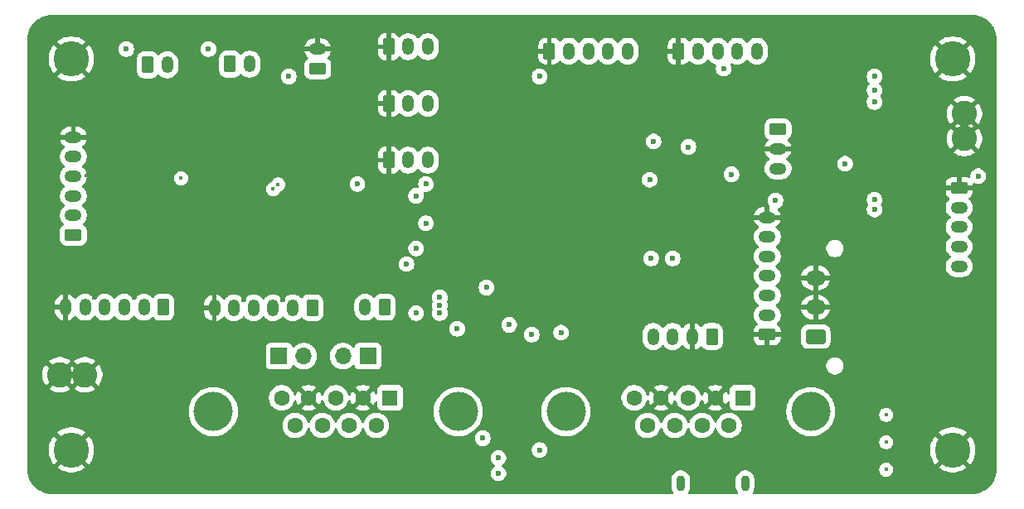
<source format=gbr>
%TF.GenerationSoftware,KiCad,Pcbnew,9.0.0*%
%TF.CreationDate,2025-07-15T20:23:25+12:00*%
%TF.ProjectId,ADC_Board,4144435f-426f-4617-9264-2e6b69636164,B*%
%TF.SameCoordinates,Original*%
%TF.FileFunction,Copper,L2,Inr*%
%TF.FilePolarity,Positive*%
%FSLAX46Y46*%
G04 Gerber Fmt 4.6, Leading zero omitted, Abs format (unit mm)*
G04 Created by KiCad (PCBNEW 9.0.0) date 2025-07-15 20:23:25*
%MOMM*%
%LPD*%
G01*
G04 APERTURE LIST*
G04 Aperture macros list*
%AMRoundRect*
0 Rectangle with rounded corners*
0 $1 Rounding radius*
0 $2 $3 $4 $5 $6 $7 $8 $9 X,Y pos of 4 corners*
0 Add a 4 corners polygon primitive as box body*
4,1,4,$2,$3,$4,$5,$6,$7,$8,$9,$2,$3,0*
0 Add four circle primitives for the rounded corners*
1,1,$1+$1,$2,$3*
1,1,$1+$1,$4,$5*
1,1,$1+$1,$6,$7*
1,1,$1+$1,$8,$9*
0 Add four rect primitives between the rounded corners*
20,1,$1+$1,$2,$3,$4,$5,0*
20,1,$1+$1,$4,$5,$6,$7,0*
20,1,$1+$1,$6,$7,$8,$9,0*
20,1,$1+$1,$8,$9,$2,$3,0*%
G04 Aperture macros list end*
%TA.AperFunction,ComponentPad*%
%ADD10RoundRect,0.250000X-0.625000X0.350000X-0.625000X-0.350000X0.625000X-0.350000X0.625000X0.350000X0*%
%TD*%
%TA.AperFunction,ComponentPad*%
%ADD11O,1.750000X1.200000*%
%TD*%
%TA.AperFunction,ComponentPad*%
%ADD12C,3.600000*%
%TD*%
%TA.AperFunction,ComponentPad*%
%ADD13R,1.700000X1.700000*%
%TD*%
%TA.AperFunction,ComponentPad*%
%ADD14O,1.700000X1.700000*%
%TD*%
%TA.AperFunction,ComponentPad*%
%ADD15C,2.600000*%
%TD*%
%TA.AperFunction,ComponentPad*%
%ADD16RoundRect,0.250000X0.625000X-0.350000X0.625000X0.350000X-0.625000X0.350000X-0.625000X-0.350000X0*%
%TD*%
%TA.AperFunction,ComponentPad*%
%ADD17RoundRect,0.250000X0.350000X0.625000X-0.350000X0.625000X-0.350000X-0.625000X0.350000X-0.625000X0*%
%TD*%
%TA.AperFunction,ComponentPad*%
%ADD18O,1.200000X1.750000*%
%TD*%
%TA.AperFunction,HeatsinkPad*%
%ADD19O,0.900000X1.600000*%
%TD*%
%TA.AperFunction,ComponentPad*%
%ADD20RoundRect,0.250000X-0.350000X-0.625000X0.350000X-0.625000X0.350000X0.625000X-0.350000X0.625000X0*%
%TD*%
%TA.AperFunction,ComponentPad*%
%ADD21RoundRect,0.250001X0.759999X-0.499999X0.759999X0.499999X-0.759999X0.499999X-0.759999X-0.499999X0*%
%TD*%
%TA.AperFunction,ComponentPad*%
%ADD22O,2.020000X1.500000*%
%TD*%
%TA.AperFunction,ComponentPad*%
%ADD23C,4.000000*%
%TD*%
%TA.AperFunction,ComponentPad*%
%ADD24R,1.600000X1.600000*%
%TD*%
%TA.AperFunction,ComponentPad*%
%ADD25C,1.600000*%
%TD*%
%TA.AperFunction,ViaPad*%
%ADD26C,0.600000*%
%TD*%
%TA.AperFunction,ViaPad*%
%ADD27C,0.450000*%
%TD*%
%TA.AperFunction,ViaPad*%
%ADD28C,1.000000*%
%TD*%
G04 APERTURE END LIST*
D10*
%TO.N,/UART2_RX*%
%TO.C,J2*%
X167150000Y-82200000D03*
D11*
%TO.N,GND*%
X167150000Y-84200000D03*
%TO.N,/UART2_TX*%
X167150000Y-86200000D03*
%TD*%
D12*
%TO.N,GND*%
%TO.C,H4*%
X185000000Y-115000000D03*
%TD*%
D13*
%TO.N,/CANH1*%
%TO.C,J8*%
X125275000Y-105400000D03*
D14*
%TO.N,Net-(J8-Pin_2)*%
X122735000Y-105400000D03*
%TD*%
D15*
%TO.N,GND*%
%TO.C,TP19*%
X93830000Y-107300000D03*
X96370000Y-107300000D03*
%TD*%
D13*
%TO.N,/CANL2*%
%TO.C,J9*%
X116200000Y-105400000D03*
D14*
%TO.N,Net-(J9-Pin_2)*%
X118740000Y-105400000D03*
%TD*%
D15*
%TO.N,GND*%
%TO.C,TP20*%
X186200000Y-83140000D03*
X186200000Y-80600000D03*
%TD*%
D16*
%TO.N,GND*%
%TO.C,J3*%
X166050000Y-103200000D03*
D11*
%TO.N,/E1*%
X166050000Y-101200000D03*
%TO.N,/E2*%
X166050000Y-99200000D03*
%TO.N,+3V3*%
X166050000Y-97200000D03*
%TO.N,/E3*%
X166050000Y-95200000D03*
%TO.N,/E4*%
X166050000Y-93200000D03*
%TO.N,GND*%
X166050000Y-91200000D03*
%TD*%
D12*
%TO.N,GND*%
%TO.C,H3*%
X95000000Y-115000000D03*
%TD*%
D17*
%TO.N,/SWCLK*%
%TO.C,J1*%
X160400000Y-103400000D03*
D18*
%TO.N,GND*%
X158400000Y-103400000D03*
%TO.N,/SWDIO*%
X156400000Y-103400000D03*
%TO.N,/NRST*%
X154400000Y-103400000D03*
%TD*%
D12*
%TO.N,GND*%
%TO.C,H1*%
X95000000Y-75000000D03*
%TD*%
%TO.N,GND*%
%TO.C,H2*%
X185000000Y-75000000D03*
%TD*%
D19*
%TO.N,unconnected-(J4-Shield-Pad6)_4*%
%TO.C,J4*%
X157200000Y-118400000D03*
%TO.N,unconnected-(J4-Shield-Pad6)*%
X163800000Y-118400000D03*
%TD*%
D20*
%TO.N,GND*%
%TO.C,J15*%
X127400000Y-73750000D03*
D18*
%TO.N,Net-(J15-Pin_2)*%
X129400000Y-73750000D03*
%TO.N,+5VA*%
X131400000Y-73750000D03*
%TD*%
D17*
%TO.N,+5VA*%
%TO.C,J14*%
X119600000Y-100450000D03*
D18*
%TO.N,/Analog Domain/LC_B_SENSE+*%
X117600000Y-100450000D03*
%TO.N,/Analog Domain/LC_B_SIG+*%
X115600000Y-100450000D03*
%TO.N,/Analog Domain/LC_B_SIG-*%
X113600000Y-100450000D03*
%TO.N,/Analog Domain/LC_B_SENSE-*%
X111600000Y-100450000D03*
%TO.N,GND*%
X109600000Y-100450000D03*
%TD*%
D20*
%TO.N,Net-(J20-Pin_1)*%
%TO.C,J20*%
X102800000Y-75600000D03*
D18*
%TO.N,Net-(J20-Pin_2)*%
X104800000Y-75600000D03*
%TD*%
D20*
%TO.N,GND*%
%TO.C,J7*%
X157000000Y-74200000D03*
D18*
%TO.N,/I2C2_SDA*%
X159000000Y-74200000D03*
%TO.N,+5V*%
X161000000Y-74200000D03*
%TO.N,/I2C2_SCL*%
X163000000Y-74200000D03*
%TO.N,+3V3*%
X165000000Y-74200000D03*
%TD*%
D21*
%TO.N,Net-(J12-Pin_1)*%
%TO.C,J12*%
X171000000Y-103400000D03*
D22*
%TO.N,GND*%
X171000000Y-100400000D03*
X171000000Y-97400000D03*
%TD*%
D23*
%TO.N,N/C*%
%TO.C,J11*%
X134500000Y-111080000D03*
X109500000Y-111080000D03*
D24*
%TO.N,/+7V4_CAN*%
X127540000Y-109660000D03*
D25*
%TO.N,GND*%
X124770000Y-109660000D03*
%TO.N,unconnected-(J11-Pad3)*%
X122000000Y-109660000D03*
%TO.N,GND*%
X119230000Y-109660000D03*
%TO.N,/+7V4_CAN*%
X116460000Y-109660000D03*
%TO.N,/CANH1*%
X126155000Y-112500000D03*
%TO.N,/CANL1*%
X123385000Y-112500000D03*
%TO.N,/CANH2*%
X120615000Y-112500000D03*
%TO.N,/CANL2*%
X117845000Y-112500000D03*
%TD*%
D20*
%TO.N,GND*%
%TO.C,J10*%
X143800000Y-74200000D03*
D18*
%TO.N,/I2C3_SDA*%
X145800000Y-74200000D03*
%TO.N,+5V*%
X147800000Y-74200000D03*
%TO.N,/I2C3_SCL*%
X149800000Y-74200000D03*
%TO.N,+3V3*%
X151800000Y-74200000D03*
%TD*%
D20*
%TO.N,GND*%
%TO.C,J17*%
X127400000Y-79550000D03*
D18*
%TO.N,Net-(J17-Pin_2)*%
X129400000Y-79550000D03*
%TO.N,+5VA*%
X131400000Y-79550000D03*
%TD*%
D16*
%TO.N,+5VA*%
%TO.C,J13*%
X95200000Y-93000000D03*
D11*
%TO.N,/Analog Domain/LC_A_SENSE+*%
X95200000Y-91000000D03*
%TO.N,/Analog Domain/LC_A_SIG+*%
X95200000Y-89000000D03*
%TO.N,/Analog Domain/LC_A_SIG-*%
X95200000Y-87000000D03*
%TO.N,/Analog Domain/LC_A_SENSE-*%
X95200000Y-85000000D03*
%TO.N,GND*%
X95200000Y-83000000D03*
%TD*%
D10*
%TO.N,GND*%
%TO.C,J5*%
X185650000Y-88200000D03*
D11*
%TO.N,/I2C1_SDA*%
X185650000Y-90200000D03*
%TO.N,+5V*%
X185650000Y-92200000D03*
%TO.N,/I2C1_SCL*%
X185650000Y-94200000D03*
%TO.N,+3V3*%
X185650000Y-96200000D03*
%TD*%
D17*
%TO.N,Net-(J18-Pin_1)*%
%TO.C,J18*%
X127000000Y-100400000D03*
D18*
%TO.N,Net-(J18-Pin_2)*%
X125000000Y-100400000D03*
%TD*%
D16*
%TO.N,Net-(J22-Pin_1)*%
%TO.C,J22*%
X120150000Y-76000000D03*
D11*
%TO.N,GND*%
X120150000Y-74000000D03*
%TD*%
D23*
%TO.N,N/C*%
%TO.C,J6*%
X170500000Y-111080000D03*
X145500000Y-111080000D03*
D24*
%TO.N,/+7V4_CAN*%
X163540000Y-109660000D03*
D25*
%TO.N,GND*%
X160770000Y-109660000D03*
%TO.N,unconnected-(J6-Pad3)*%
X158000000Y-109660000D03*
%TO.N,GND*%
X155230000Y-109660000D03*
%TO.N,/+7V4_CAN*%
X152460000Y-109660000D03*
%TO.N,/CANH1*%
X162155000Y-112500000D03*
%TO.N,/CANL1*%
X159385000Y-112500000D03*
%TO.N,/CANH2*%
X156615000Y-112500000D03*
%TO.N,/CANL2*%
X153845000Y-112500000D03*
%TD*%
D20*
%TO.N,GND*%
%TO.C,J19*%
X127400000Y-85350000D03*
D18*
%TO.N,Net-(J19-Pin_2)*%
X129400000Y-85350000D03*
%TO.N,+5VA*%
X131400000Y-85350000D03*
%TD*%
D20*
%TO.N,Net-(J21-Pin_1)*%
%TO.C,J21*%
X111200000Y-75530000D03*
D18*
%TO.N,Net-(J21-Pin_2)*%
X113200000Y-75530000D03*
%TD*%
D17*
%TO.N,+5VA*%
%TO.C,J16*%
X104400000Y-100400000D03*
D18*
%TO.N,/Analog Domain/LC_C_SENSE+*%
X102400000Y-100400000D03*
%TO.N,/Analog Domain/LC_C_SIG+*%
X100400000Y-100400000D03*
%TO.N,/Analog Domain/LC_C_SIG-*%
X98400000Y-100400000D03*
%TO.N,/Analog Domain/LC_C_SENSE-*%
X96400000Y-100400000D03*
%TO.N,GND*%
X94400000Y-100400000D03*
%TD*%
D26*
%TO.N,GND*%
X113200000Y-88400000D03*
X113200000Y-90800000D03*
X110750000Y-89350000D03*
D27*
%TO.N,+3V3*%
X115600000Y-88300000D03*
X116100000Y-87850000D03*
%TO.N,GND*%
X133700000Y-99800000D03*
D26*
X145600000Y-97700000D03*
X134600000Y-75800000D03*
X134600000Y-74300000D03*
X133775000Y-80925000D03*
%TO.N,+3V3*%
X158000000Y-84000000D03*
X142800000Y-76800000D03*
X187600000Y-87000000D03*
X177000000Y-79400000D03*
X145000000Y-103000000D03*
X137387500Y-98387500D03*
X154443360Y-83442449D03*
X142000000Y-103200000D03*
X177000000Y-76800000D03*
X177000000Y-78200000D03*
X161600000Y-76000000D03*
%TO.N,GND*%
X101400000Y-76200000D03*
X115000000Y-115000000D03*
X105000000Y-115000000D03*
D27*
X97000000Y-90800000D03*
D26*
X107000000Y-74000000D03*
D28*
X184800000Y-104800000D03*
D26*
X162400000Y-114400000D03*
X109400000Y-86425000D03*
X162450000Y-84900000D03*
X106200000Y-76200000D03*
X141200000Y-97200000D03*
X114800000Y-75980000D03*
X130000000Y-110000000D03*
X140000000Y-112500000D03*
X123400000Y-100000000D03*
X176000000Y-101400000D03*
X187500000Y-107500000D03*
X158000000Y-82600000D03*
X140800000Y-102200000D03*
X128000000Y-106000000D03*
X128600000Y-100000000D03*
X165000000Y-112500000D03*
X110000000Y-115000000D03*
X155800000Y-87200000D03*
D28*
X172000000Y-87400000D03*
D26*
X180000000Y-110000000D03*
X116600000Y-99600000D03*
X105000000Y-110000000D03*
D27*
X138698828Y-102025000D03*
D26*
X112600000Y-99600000D03*
X167500000Y-115000000D03*
X176200000Y-94200000D03*
X114800000Y-86400000D03*
X138300000Y-74200000D03*
D27*
X177300000Y-114200000D03*
D26*
X138200000Y-77300000D03*
X137000000Y-81000000D03*
D28*
X178400000Y-108400000D03*
D26*
X151200000Y-79700000D03*
X187500000Y-110000000D03*
X98000000Y-85000000D03*
X100000000Y-115000000D03*
X140000000Y-110000000D03*
X115400000Y-73980000D03*
X108100000Y-86100000D03*
X154400000Y-72400000D03*
X134200000Y-105800000D03*
X97400000Y-99400000D03*
X175000000Y-110000000D03*
X109600000Y-75980000D03*
X149000000Y-80900000D03*
X150000000Y-110000000D03*
D28*
X184800000Y-105600000D03*
D26*
X176400000Y-83400000D03*
X167500000Y-117500000D03*
D28*
X175375000Y-82825000D03*
D26*
X101400000Y-99400000D03*
X156200000Y-82400000D03*
D27*
X177300000Y-111400000D03*
D26*
X118000000Y-88850000D03*
D28*
X172000000Y-76400000D03*
D26*
X172337500Y-90462500D03*
X100000000Y-110000000D03*
D27*
X177300000Y-117000000D03*
D26*
X98800000Y-81600000D03*
D28*
X175275000Y-93525000D03*
D26*
X175000000Y-112500000D03*
D27*
X96503498Y-86882745D03*
D26*
%TO.N,/CANL1*%
X137000000Y-113800000D03*
%TO.N,/CANH1*%
X142800000Y-115000000D03*
%TO.N,/CANL2*%
X138600000Y-117400000D03*
X138600000Y-115800000D03*
D27*
%TO.N,Net-(D6-A)*%
X178200000Y-114200000D03*
D26*
%TO.N,/NRST*%
X154050000Y-87350000D03*
%TO.N,/I2C1_SCL*%
X154200000Y-95400000D03*
%TO.N,/I2C1_SDA*%
X156400000Y-95400000D03*
%TO.N,/2S+ A10*%
X166900000Y-89500000D03*
X162400000Y-86800000D03*
%TO.N,+5V*%
X134400000Y-102600000D03*
X177000000Y-89400000D03*
X177000000Y-90400000D03*
X139700126Y-102200000D03*
X174000000Y-85725000D03*
%TO.N,+5VA*%
X109000000Y-73980000D03*
X117200000Y-76800000D03*
X132625000Y-101000000D03*
X130200000Y-101000000D03*
X132625000Y-99400000D03*
X132625000Y-100200000D03*
D27*
X106200000Y-87200000D03*
D26*
X100600000Y-74000000D03*
D27*
%TO.N,Net-(D5-A)*%
X178200000Y-111400000D03*
%TO.N,Net-(D7-A)*%
X178200000Y-117000000D03*
D26*
%TO.N,Net-(U5-RESET_N)*%
X124200000Y-87800000D03*
X129218896Y-95981104D03*
%TO.N,Net-(U5-DRDY_N)*%
X130200000Y-94380518D03*
X130200000Y-89000000D03*
%TO.N,Net-(U5-CS_N)*%
X131200000Y-91800000D03*
X131200000Y-87800000D03*
%TD*%
%TA.AperFunction,Conductor*%
%TO.N,GND*%
G36*
X187003736Y-70500726D02*
G01*
X187293796Y-70518271D01*
X187308659Y-70520076D01*
X187590798Y-70571780D01*
X187605335Y-70575363D01*
X187879172Y-70660695D01*
X187893163Y-70666000D01*
X188154743Y-70783727D01*
X188167989Y-70790680D01*
X188413465Y-70939075D01*
X188425776Y-70947573D01*
X188651573Y-71124473D01*
X188662781Y-71134403D01*
X188865596Y-71337218D01*
X188875526Y-71348426D01*
X188995481Y-71501538D01*
X189052422Y-71574217D01*
X189060928Y-71586540D01*
X189209316Y-71832004D01*
X189216275Y-71845263D01*
X189333997Y-72106831D01*
X189339306Y-72120832D01*
X189424635Y-72394663D01*
X189428219Y-72409201D01*
X189479923Y-72691340D01*
X189481728Y-72706205D01*
X189499274Y-72996263D01*
X189499500Y-73003750D01*
X189499500Y-116996249D01*
X189499274Y-117003736D01*
X189481728Y-117293794D01*
X189479923Y-117308659D01*
X189428219Y-117590798D01*
X189424635Y-117605336D01*
X189339306Y-117879167D01*
X189333997Y-117893168D01*
X189216275Y-118154736D01*
X189209316Y-118167995D01*
X189060928Y-118413459D01*
X189052422Y-118425782D01*
X188875526Y-118651573D01*
X188865596Y-118662781D01*
X188662781Y-118865596D01*
X188651573Y-118875526D01*
X188425782Y-119052422D01*
X188413459Y-119060928D01*
X188167995Y-119209316D01*
X188154736Y-119216275D01*
X187893168Y-119333997D01*
X187879167Y-119339306D01*
X187605336Y-119424635D01*
X187590798Y-119428219D01*
X187308659Y-119479923D01*
X187293794Y-119481728D01*
X187003736Y-119499274D01*
X186996249Y-119499500D01*
X164674345Y-119499500D01*
X164607306Y-119479815D01*
X164561551Y-119427011D01*
X164551607Y-119357853D01*
X164571243Y-119306609D01*
X164642318Y-119200237D01*
X164642318Y-119200236D01*
X164642322Y-119200231D01*
X164713973Y-119027251D01*
X164750500Y-118843616D01*
X164750500Y-117956384D01*
X164713973Y-117772749D01*
X164642322Y-117599769D01*
X164642321Y-117599768D01*
X164642318Y-117599762D01*
X164538302Y-117444092D01*
X164538299Y-117444088D01*
X164405911Y-117311700D01*
X164405907Y-117311697D01*
X164250237Y-117207681D01*
X164250228Y-117207676D01*
X164077251Y-117136027D01*
X164077243Y-117136025D01*
X163893620Y-117099500D01*
X163893616Y-117099500D01*
X163706384Y-117099500D01*
X163706379Y-117099500D01*
X163522756Y-117136025D01*
X163522748Y-117136027D01*
X163349771Y-117207676D01*
X163349762Y-117207681D01*
X163194092Y-117311697D01*
X163194088Y-117311700D01*
X163061700Y-117444088D01*
X163061697Y-117444092D01*
X162957681Y-117599762D01*
X162957676Y-117599771D01*
X162886027Y-117772748D01*
X162886025Y-117772756D01*
X162849500Y-117956379D01*
X162849500Y-118843620D01*
X162886025Y-119027243D01*
X162886027Y-119027251D01*
X162957676Y-119200228D01*
X162957681Y-119200237D01*
X163028757Y-119306609D01*
X163049635Y-119373287D01*
X163031150Y-119440667D01*
X162979172Y-119487357D01*
X162925655Y-119499500D01*
X158074345Y-119499500D01*
X158007306Y-119479815D01*
X157961551Y-119427011D01*
X157951607Y-119357853D01*
X157971243Y-119306609D01*
X158042318Y-119200237D01*
X158042318Y-119200236D01*
X158042322Y-119200231D01*
X158113973Y-119027251D01*
X158150500Y-118843616D01*
X158150500Y-117956384D01*
X158113973Y-117772749D01*
X158042322Y-117599769D01*
X158042321Y-117599768D01*
X158042318Y-117599762D01*
X157938302Y-117444092D01*
X157938299Y-117444088D01*
X157805911Y-117311700D01*
X157805907Y-117311697D01*
X157650237Y-117207681D01*
X157650228Y-117207676D01*
X157477251Y-117136027D01*
X157477243Y-117136025D01*
X157293620Y-117099500D01*
X157293616Y-117099500D01*
X157106384Y-117099500D01*
X157106379Y-117099500D01*
X156922756Y-117136025D01*
X156922748Y-117136027D01*
X156749771Y-117207676D01*
X156749762Y-117207681D01*
X156594092Y-117311697D01*
X156594088Y-117311700D01*
X156461700Y-117444088D01*
X156461697Y-117444092D01*
X156357681Y-117599762D01*
X156357676Y-117599771D01*
X156286027Y-117772748D01*
X156286025Y-117772756D01*
X156249500Y-117956379D01*
X156249500Y-118843620D01*
X156286025Y-119027243D01*
X156286027Y-119027251D01*
X156357676Y-119200228D01*
X156357681Y-119200237D01*
X156428757Y-119306609D01*
X156449635Y-119373287D01*
X156431150Y-119440667D01*
X156379172Y-119487357D01*
X156325655Y-119499500D01*
X93003751Y-119499500D01*
X92996264Y-119499274D01*
X92706205Y-119481728D01*
X92691340Y-119479923D01*
X92409201Y-119428219D01*
X92394663Y-119424635D01*
X92120832Y-119339306D01*
X92106831Y-119333997D01*
X91845263Y-119216275D01*
X91832004Y-119209316D01*
X91586537Y-119060926D01*
X91574217Y-119052422D01*
X91542078Y-119027243D01*
X91348426Y-118875526D01*
X91337218Y-118865596D01*
X91134403Y-118662781D01*
X91124473Y-118651573D01*
X90947573Y-118425776D01*
X90939075Y-118413465D01*
X90790680Y-118167989D01*
X90783727Y-118154743D01*
X90666000Y-117893163D01*
X90660693Y-117879167D01*
X90629537Y-117779185D01*
X90575363Y-117605335D01*
X90571780Y-117590798D01*
X90520076Y-117308659D01*
X90518271Y-117293794D01*
X90513300Y-117211620D01*
X90500726Y-117003736D01*
X90500500Y-116996249D01*
X90500500Y-114849256D01*
X92700000Y-114849256D01*
X92700000Y-115150743D01*
X92700001Y-115150759D01*
X92739353Y-115449667D01*
X92817389Y-115740901D01*
X92932765Y-116019443D01*
X92932770Y-116019454D01*
X93083512Y-116280545D01*
X93083523Y-116280561D01*
X93206115Y-116440328D01*
X93206117Y-116440328D01*
X93705747Y-115940697D01*
X93779588Y-116042330D01*
X93957670Y-116220412D01*
X94059300Y-116294251D01*
X93559670Y-116793881D01*
X93559670Y-116793882D01*
X93719438Y-116916476D01*
X93719454Y-116916487D01*
X93980545Y-117067229D01*
X93980556Y-117067234D01*
X94259098Y-117182610D01*
X94550332Y-117260646D01*
X94849240Y-117299998D01*
X94849257Y-117300000D01*
X95150743Y-117300000D01*
X95150759Y-117299998D01*
X95449667Y-117260646D01*
X95740901Y-117182610D01*
X96019443Y-117067234D01*
X96019454Y-117067229D01*
X96280545Y-116916487D01*
X96280553Y-116916481D01*
X96440328Y-116793881D01*
X95940698Y-116294251D01*
X96042330Y-116220412D01*
X96220412Y-116042330D01*
X96294251Y-115940698D01*
X96793881Y-116440328D01*
X96916481Y-116280553D01*
X96916487Y-116280545D01*
X97067229Y-116019454D01*
X97067234Y-116019443D01*
X97182610Y-115740901D01*
X97187902Y-115721153D01*
X137799500Y-115721153D01*
X137799500Y-115878846D01*
X137830261Y-116033489D01*
X137830264Y-116033501D01*
X137890602Y-116179172D01*
X137890609Y-116179185D01*
X137978210Y-116310288D01*
X137978213Y-116310292D01*
X138089707Y-116421786D01*
X138089711Y-116421789D01*
X138202118Y-116496898D01*
X138246923Y-116550510D01*
X138255630Y-116619835D01*
X138225475Y-116682863D01*
X138202118Y-116703102D01*
X138089711Y-116778210D01*
X138089707Y-116778213D01*
X137978213Y-116889707D01*
X137978210Y-116889711D01*
X137890609Y-117020814D01*
X137890602Y-117020827D01*
X137830264Y-117166498D01*
X137830261Y-117166510D01*
X137799500Y-117321153D01*
X137799500Y-117478846D01*
X137830261Y-117633489D01*
X137830264Y-117633501D01*
X137890602Y-117779172D01*
X137890609Y-117779185D01*
X137978210Y-117910288D01*
X137978213Y-117910292D01*
X138089707Y-118021786D01*
X138089711Y-118021789D01*
X138220814Y-118109390D01*
X138220827Y-118109397D01*
X138330287Y-118154736D01*
X138366503Y-118169737D01*
X138521153Y-118200499D01*
X138521156Y-118200500D01*
X138521158Y-118200500D01*
X138678844Y-118200500D01*
X138678845Y-118200499D01*
X138833497Y-118169737D01*
X138979179Y-118109394D01*
X139110289Y-118021789D01*
X139221789Y-117910289D01*
X139309394Y-117779179D01*
X139312055Y-117772756D01*
X139331628Y-117725500D01*
X139369737Y-117633497D01*
X139400500Y-117478842D01*
X139400500Y-117321158D01*
X139400500Y-117321155D01*
X139400499Y-117321153D01*
X139369738Y-117166510D01*
X139369737Y-117166503D01*
X139330368Y-117071457D01*
X177474499Y-117071457D01*
X177502379Y-117211614D01*
X177502381Y-117211620D01*
X177557069Y-117343650D01*
X177557074Y-117343659D01*
X177636467Y-117462478D01*
X177636470Y-117462482D01*
X177737517Y-117563529D01*
X177737521Y-117563532D01*
X177856340Y-117642925D01*
X177856346Y-117642928D01*
X177856347Y-117642929D01*
X177988380Y-117697619D01*
X177988384Y-117697619D01*
X177988385Y-117697620D01*
X178128542Y-117725500D01*
X178128545Y-117725500D01*
X178271457Y-117725500D01*
X178365751Y-117706742D01*
X178411620Y-117697619D01*
X178543653Y-117642929D01*
X178662479Y-117563532D01*
X178763532Y-117462479D01*
X178842929Y-117343653D01*
X178897619Y-117211620D01*
X178912656Y-117136025D01*
X178925500Y-117071457D01*
X178925500Y-116928542D01*
X178897620Y-116788385D01*
X178897619Y-116788384D01*
X178897619Y-116788380D01*
X178842929Y-116656347D01*
X178842928Y-116656346D01*
X178842925Y-116656340D01*
X178763532Y-116537521D01*
X178763529Y-116537517D01*
X178662482Y-116436470D01*
X178662478Y-116436467D01*
X178543659Y-116357074D01*
X178543650Y-116357069D01*
X178411620Y-116302381D01*
X178411614Y-116302379D01*
X178271457Y-116274500D01*
X178271455Y-116274500D01*
X178128545Y-116274500D01*
X178128543Y-116274500D01*
X177988385Y-116302379D01*
X177988379Y-116302381D01*
X177856349Y-116357069D01*
X177856340Y-116357074D01*
X177737521Y-116436467D01*
X177737517Y-116436470D01*
X177636470Y-116537517D01*
X177636467Y-116537521D01*
X177557074Y-116656340D01*
X177557069Y-116656349D01*
X177502381Y-116788379D01*
X177502379Y-116788385D01*
X177474500Y-116928542D01*
X177474500Y-116928545D01*
X177474500Y-117071455D01*
X177474500Y-117071457D01*
X177474499Y-117071457D01*
X139330368Y-117071457D01*
X139328617Y-117067229D01*
X139309397Y-117020827D01*
X139309391Y-117020816D01*
X139289698Y-116991343D01*
X139289697Y-116991342D01*
X139221789Y-116889711D01*
X139221786Y-116889707D01*
X139110292Y-116778213D01*
X139110288Y-116778210D01*
X138997881Y-116703102D01*
X138953076Y-116649490D01*
X138944369Y-116580165D01*
X138974523Y-116517137D01*
X138997881Y-116496898D01*
X139088320Y-116436468D01*
X139110289Y-116421789D01*
X139221789Y-116310289D01*
X139309394Y-116179179D01*
X139369737Y-116033497D01*
X139400500Y-115878842D01*
X139400500Y-115721158D01*
X139400500Y-115721155D01*
X139400499Y-115721153D01*
X139380734Y-115621789D01*
X139369737Y-115566503D01*
X139346452Y-115510288D01*
X139309397Y-115420827D01*
X139309390Y-115420814D01*
X139221789Y-115289711D01*
X139221786Y-115289707D01*
X139110292Y-115178213D01*
X139110288Y-115178210D01*
X138979185Y-115090609D01*
X138979172Y-115090602D01*
X138833501Y-115030264D01*
X138833489Y-115030261D01*
X138678845Y-114999500D01*
X138678842Y-114999500D01*
X138521158Y-114999500D01*
X138521155Y-114999500D01*
X138366510Y-115030261D01*
X138366498Y-115030264D01*
X138220827Y-115090602D01*
X138220814Y-115090609D01*
X138089711Y-115178210D01*
X138089707Y-115178213D01*
X137978213Y-115289707D01*
X137978210Y-115289711D01*
X137890609Y-115420814D01*
X137890602Y-115420827D01*
X137830264Y-115566498D01*
X137830261Y-115566510D01*
X137799500Y-115721153D01*
X97187902Y-115721153D01*
X97198133Y-115682972D01*
X97198133Y-115682971D01*
X97260646Y-115449669D01*
X97299998Y-115150759D01*
X97300000Y-115150743D01*
X97300000Y-114921153D01*
X141999500Y-114921153D01*
X141999500Y-115078846D01*
X142030261Y-115233489D01*
X142030264Y-115233501D01*
X142090602Y-115379172D01*
X142090609Y-115379185D01*
X142178210Y-115510288D01*
X142178213Y-115510292D01*
X142289707Y-115621786D01*
X142289711Y-115621789D01*
X142420814Y-115709390D01*
X142420827Y-115709397D01*
X142496886Y-115740901D01*
X142566503Y-115769737D01*
X142721153Y-115800499D01*
X142721156Y-115800500D01*
X142721158Y-115800500D01*
X142878844Y-115800500D01*
X142878845Y-115800499D01*
X143033497Y-115769737D01*
X143179179Y-115709394D01*
X143310289Y-115621789D01*
X143421789Y-115510289D01*
X143509394Y-115379179D01*
X143569737Y-115233497D01*
X143600500Y-115078842D01*
X143600500Y-114921158D01*
X143600500Y-114921155D01*
X143600499Y-114921153D01*
X143586198Y-114849256D01*
X143569737Y-114766503D01*
X143566012Y-114757510D01*
X143509397Y-114620827D01*
X143509390Y-114620814D01*
X143421789Y-114489711D01*
X143421786Y-114489707D01*
X143310292Y-114378213D01*
X143310288Y-114378210D01*
X143179185Y-114290609D01*
X143179172Y-114290602D01*
X143132951Y-114271457D01*
X177474499Y-114271457D01*
X177502379Y-114411614D01*
X177502381Y-114411620D01*
X177557069Y-114543650D01*
X177557074Y-114543659D01*
X177636467Y-114662478D01*
X177636470Y-114662482D01*
X177737517Y-114763529D01*
X177737521Y-114763532D01*
X177856340Y-114842925D01*
X177856349Y-114842930D01*
X177886258Y-114855318D01*
X177988380Y-114897619D01*
X177988384Y-114897619D01*
X177988385Y-114897620D01*
X178128542Y-114925500D01*
X178128545Y-114925500D01*
X178271457Y-114925500D01*
X178365751Y-114906742D01*
X178411620Y-114897619D01*
X178528378Y-114849256D01*
X182700000Y-114849256D01*
X182700000Y-115150743D01*
X182700001Y-115150759D01*
X182739353Y-115449667D01*
X182817389Y-115740901D01*
X182932765Y-116019443D01*
X182932770Y-116019454D01*
X183083512Y-116280545D01*
X183083523Y-116280561D01*
X183206115Y-116440328D01*
X183206117Y-116440328D01*
X183705747Y-115940697D01*
X183779588Y-116042330D01*
X183957670Y-116220412D01*
X184059300Y-116294251D01*
X183559670Y-116793881D01*
X183559670Y-116793882D01*
X183719438Y-116916476D01*
X183719454Y-116916487D01*
X183980545Y-117067229D01*
X183980556Y-117067234D01*
X184259098Y-117182610D01*
X184550332Y-117260646D01*
X184849240Y-117299998D01*
X184849257Y-117300000D01*
X185150743Y-117300000D01*
X185150759Y-117299998D01*
X185449667Y-117260646D01*
X185740901Y-117182610D01*
X186019443Y-117067234D01*
X186019454Y-117067229D01*
X186280545Y-116916487D01*
X186280553Y-116916481D01*
X186440328Y-116793881D01*
X185940698Y-116294251D01*
X186042330Y-116220412D01*
X186220412Y-116042330D01*
X186294251Y-115940698D01*
X186793881Y-116440328D01*
X186916481Y-116280553D01*
X186916487Y-116280545D01*
X187067229Y-116019454D01*
X187067234Y-116019443D01*
X187182610Y-115740901D01*
X187260646Y-115449667D01*
X187299998Y-115150759D01*
X187300000Y-115150743D01*
X187300000Y-114849256D01*
X187299998Y-114849240D01*
X187260646Y-114550332D01*
X187182610Y-114259098D01*
X187067234Y-113980556D01*
X187067229Y-113980545D01*
X186916487Y-113719454D01*
X186916476Y-113719438D01*
X186793881Y-113559670D01*
X186294250Y-114059300D01*
X186220412Y-113957670D01*
X186042330Y-113779588D01*
X185940697Y-113705747D01*
X186440328Y-113206117D01*
X186440328Y-113206115D01*
X186280561Y-113083523D01*
X186280545Y-113083512D01*
X186019454Y-112932770D01*
X186019443Y-112932765D01*
X185740901Y-112817389D01*
X185449667Y-112739353D01*
X185150759Y-112700001D01*
X185150743Y-112700000D01*
X184849257Y-112700000D01*
X184849240Y-112700001D01*
X184550332Y-112739353D01*
X184259098Y-112817389D01*
X183980556Y-112932765D01*
X183980545Y-112932770D01*
X183719442Y-113083520D01*
X183559670Y-113206116D01*
X183559670Y-113206117D01*
X184059301Y-113705748D01*
X183957670Y-113779588D01*
X183779588Y-113957670D01*
X183705748Y-114059301D01*
X183206117Y-113559670D01*
X183206116Y-113559670D01*
X183083520Y-113719442D01*
X182932770Y-113980545D01*
X182932765Y-113980556D01*
X182817389Y-114259098D01*
X182739353Y-114550332D01*
X182700001Y-114849240D01*
X182700000Y-114849256D01*
X178528378Y-114849256D01*
X178543653Y-114842929D01*
X178662479Y-114763532D01*
X178662482Y-114763529D01*
X178668502Y-114757510D01*
X178763529Y-114662482D01*
X178763532Y-114662479D01*
X178842929Y-114543653D01*
X178897619Y-114411620D01*
X178917775Y-114310292D01*
X178925500Y-114271457D01*
X178925500Y-114128542D01*
X178897620Y-113988385D01*
X178897619Y-113988384D01*
X178897619Y-113988380D01*
X178842929Y-113856347D01*
X178842928Y-113856346D01*
X178842925Y-113856340D01*
X178763532Y-113737521D01*
X178763529Y-113737517D01*
X178662482Y-113636470D01*
X178662478Y-113636467D01*
X178543659Y-113557074D01*
X178543650Y-113557069D01*
X178411620Y-113502381D01*
X178411614Y-113502379D01*
X178271457Y-113474500D01*
X178271455Y-113474500D01*
X178128545Y-113474500D01*
X178128543Y-113474500D01*
X177988385Y-113502379D01*
X177988379Y-113502381D01*
X177856349Y-113557069D01*
X177856340Y-113557074D01*
X177737521Y-113636467D01*
X177737517Y-113636470D01*
X177636470Y-113737517D01*
X177636467Y-113737521D01*
X177557074Y-113856340D01*
X177557069Y-113856349D01*
X177502381Y-113988379D01*
X177502379Y-113988385D01*
X177474500Y-114128542D01*
X177474500Y-114128545D01*
X177474500Y-114271455D01*
X177474500Y-114271457D01*
X177474499Y-114271457D01*
X143132951Y-114271457D01*
X143049796Y-114237014D01*
X143049795Y-114237014D01*
X143033497Y-114230263D01*
X143033489Y-114230261D01*
X142878845Y-114199500D01*
X142878842Y-114199500D01*
X142721158Y-114199500D01*
X142721155Y-114199500D01*
X142566510Y-114230261D01*
X142566498Y-114230264D01*
X142420827Y-114290602D01*
X142420814Y-114290609D01*
X142289711Y-114378210D01*
X142289707Y-114378213D01*
X142178213Y-114489707D01*
X142178210Y-114489711D01*
X142090609Y-114620814D01*
X142090602Y-114620827D01*
X142030264Y-114766498D01*
X142030261Y-114766510D01*
X141999500Y-114921153D01*
X97300000Y-114921153D01*
X97300000Y-114849256D01*
X97299998Y-114849240D01*
X97260646Y-114550332D01*
X97182610Y-114259098D01*
X97067234Y-113980556D01*
X97067229Y-113980545D01*
X96916487Y-113719454D01*
X96916476Y-113719438D01*
X96793881Y-113559670D01*
X96294250Y-114059300D01*
X96220412Y-113957670D01*
X96042330Y-113779588D01*
X95940697Y-113705747D01*
X96440328Y-113206117D01*
X96440328Y-113206115D01*
X96280561Y-113083523D01*
X96280545Y-113083512D01*
X96019454Y-112932770D01*
X96019443Y-112932765D01*
X95740901Y-112817389D01*
X95449667Y-112739353D01*
X95150759Y-112700001D01*
X95150743Y-112700000D01*
X94849257Y-112700000D01*
X94849240Y-112700001D01*
X94550332Y-112739353D01*
X94259098Y-112817389D01*
X93980556Y-112932765D01*
X93980545Y-112932770D01*
X93719442Y-113083520D01*
X93559670Y-113206116D01*
X93559670Y-113206117D01*
X94059301Y-113705748D01*
X93957670Y-113779588D01*
X93779588Y-113957670D01*
X93705748Y-114059301D01*
X93206117Y-113559670D01*
X93206116Y-113559670D01*
X93083520Y-113719442D01*
X92932770Y-113980545D01*
X92932765Y-113980556D01*
X92817389Y-114259098D01*
X92739353Y-114550332D01*
X92700001Y-114849240D01*
X92700000Y-114849256D01*
X90500500Y-114849256D01*
X90500500Y-110939568D01*
X106999500Y-110939568D01*
X106999500Y-111220431D01*
X107030942Y-111499494D01*
X107030945Y-111499512D01*
X107093439Y-111773317D01*
X107093443Y-111773329D01*
X107186200Y-112038411D01*
X107308053Y-112291442D01*
X107308055Y-112291445D01*
X107457477Y-112529248D01*
X107515775Y-112602351D01*
X107622284Y-112735910D01*
X107632584Y-112748825D01*
X107831175Y-112947416D01*
X108050752Y-113122523D01*
X108183791Y-113206117D01*
X108288557Y-113271946D01*
X108372900Y-113312563D01*
X108541592Y-113393801D01*
X108671898Y-113439397D01*
X108806670Y-113486556D01*
X108806682Y-113486560D01*
X109080491Y-113549055D01*
X109080497Y-113549055D01*
X109080505Y-113549057D01*
X109235347Y-113566503D01*
X109359569Y-113580499D01*
X109359572Y-113580500D01*
X109359575Y-113580500D01*
X109640428Y-113580500D01*
X109640429Y-113580499D01*
X109825298Y-113559670D01*
X109919494Y-113549057D01*
X109919499Y-113549056D01*
X109919509Y-113549055D01*
X110193318Y-113486560D01*
X110458408Y-113393801D01*
X110711445Y-113271945D01*
X110949248Y-113122523D01*
X111168825Y-112947416D01*
X111367416Y-112748825D01*
X111542523Y-112529248D01*
X111625213Y-112397648D01*
X116544500Y-112397648D01*
X116544500Y-112602351D01*
X116576522Y-112804534D01*
X116639781Y-112999223D01*
X116702607Y-113122523D01*
X116730982Y-113178213D01*
X116732715Y-113181613D01*
X116853028Y-113347213D01*
X116997786Y-113491971D01*
X117152749Y-113604556D01*
X117163390Y-113612287D01*
X117279607Y-113671503D01*
X117345776Y-113705218D01*
X117345778Y-113705218D01*
X117345781Y-113705220D01*
X117445181Y-113737517D01*
X117540465Y-113768477D01*
X117610617Y-113779588D01*
X117742648Y-113800500D01*
X117742649Y-113800500D01*
X117947351Y-113800500D01*
X117947352Y-113800500D01*
X118149534Y-113768477D01*
X118344219Y-113705220D01*
X118526610Y-113612287D01*
X118619590Y-113544732D01*
X118692213Y-113491971D01*
X118692215Y-113491968D01*
X118692219Y-113491966D01*
X118836966Y-113347219D01*
X118836968Y-113347215D01*
X118836971Y-113347213D01*
X118891655Y-113271945D01*
X118957287Y-113181610D01*
X119050220Y-112999219D01*
X119112069Y-112808868D01*
X119151507Y-112751193D01*
X119215866Y-112723995D01*
X119284712Y-112735910D01*
X119336188Y-112783154D01*
X119347931Y-112808868D01*
X119409781Y-112999223D01*
X119472607Y-113122523D01*
X119500982Y-113178213D01*
X119502715Y-113181613D01*
X119623028Y-113347213D01*
X119767786Y-113491971D01*
X119922749Y-113604556D01*
X119933390Y-113612287D01*
X120049607Y-113671503D01*
X120115776Y-113705218D01*
X120115778Y-113705218D01*
X120115781Y-113705220D01*
X120215181Y-113737517D01*
X120310465Y-113768477D01*
X120380617Y-113779588D01*
X120512648Y-113800500D01*
X120512649Y-113800500D01*
X120717351Y-113800500D01*
X120717352Y-113800500D01*
X120919534Y-113768477D01*
X121114219Y-113705220D01*
X121296610Y-113612287D01*
X121389590Y-113544732D01*
X121462213Y-113491971D01*
X121462215Y-113491968D01*
X121462219Y-113491966D01*
X121606966Y-113347219D01*
X121606968Y-113347215D01*
X121606971Y-113347213D01*
X121661655Y-113271945D01*
X121727287Y-113181610D01*
X121820220Y-112999219D01*
X121882069Y-112808868D01*
X121921507Y-112751193D01*
X121985866Y-112723995D01*
X122054712Y-112735910D01*
X122106188Y-112783154D01*
X122117931Y-112808868D01*
X122179781Y-112999223D01*
X122242607Y-113122523D01*
X122270982Y-113178213D01*
X122272715Y-113181613D01*
X122393028Y-113347213D01*
X122537786Y-113491971D01*
X122692749Y-113604556D01*
X122703390Y-113612287D01*
X122819607Y-113671503D01*
X122885776Y-113705218D01*
X122885778Y-113705218D01*
X122885781Y-113705220D01*
X122985181Y-113737517D01*
X123080465Y-113768477D01*
X123150617Y-113779588D01*
X123282648Y-113800500D01*
X123282649Y-113800500D01*
X123487351Y-113800500D01*
X123487352Y-113800500D01*
X123689534Y-113768477D01*
X123884219Y-113705220D01*
X124066610Y-113612287D01*
X124159590Y-113544732D01*
X124232213Y-113491971D01*
X124232215Y-113491968D01*
X124232219Y-113491966D01*
X124376966Y-113347219D01*
X124376968Y-113347215D01*
X124376971Y-113347213D01*
X124431655Y-113271945D01*
X124497287Y-113181610D01*
X124590220Y-112999219D01*
X124652069Y-112808868D01*
X124691507Y-112751193D01*
X124755866Y-112723995D01*
X124824712Y-112735910D01*
X124876188Y-112783154D01*
X124887931Y-112808868D01*
X124949781Y-112999223D01*
X125012607Y-113122523D01*
X125040982Y-113178213D01*
X125042715Y-113181613D01*
X125163028Y-113347213D01*
X125307786Y-113491971D01*
X125462749Y-113604556D01*
X125473390Y-113612287D01*
X125589607Y-113671503D01*
X125655776Y-113705218D01*
X125655778Y-113705218D01*
X125655781Y-113705220D01*
X125755181Y-113737517D01*
X125850465Y-113768477D01*
X125920617Y-113779588D01*
X126052648Y-113800500D01*
X126052649Y-113800500D01*
X126257351Y-113800500D01*
X126257352Y-113800500D01*
X126459534Y-113768477D01*
X126605182Y-113721153D01*
X136199500Y-113721153D01*
X136199500Y-113878846D01*
X136230261Y-114033489D01*
X136230264Y-114033501D01*
X136290602Y-114179172D01*
X136290609Y-114179185D01*
X136378210Y-114310288D01*
X136378213Y-114310292D01*
X136489707Y-114421786D01*
X136489711Y-114421789D01*
X136620814Y-114509390D01*
X136620827Y-114509397D01*
X136766498Y-114569735D01*
X136766503Y-114569737D01*
X136921153Y-114600499D01*
X136921156Y-114600500D01*
X136921158Y-114600500D01*
X137078844Y-114600500D01*
X137078845Y-114600499D01*
X137233497Y-114569737D01*
X137379179Y-114509394D01*
X137510289Y-114421789D01*
X137621789Y-114310289D01*
X137709394Y-114179179D01*
X137769737Y-114033497D01*
X137800500Y-113878842D01*
X137800500Y-113721158D01*
X137800500Y-113721155D01*
X137800499Y-113721153D01*
X137769738Y-113566510D01*
X137769737Y-113566503D01*
X137766907Y-113559670D01*
X137709397Y-113420827D01*
X137709390Y-113420814D01*
X137621789Y-113289711D01*
X137621786Y-113289707D01*
X137510292Y-113178213D01*
X137510288Y-113178210D01*
X137379185Y-113090609D01*
X137379172Y-113090602D01*
X137233501Y-113030264D01*
X137233489Y-113030261D01*
X137078845Y-112999500D01*
X137078842Y-112999500D01*
X136921158Y-112999500D01*
X136921155Y-112999500D01*
X136766510Y-113030261D01*
X136766498Y-113030264D01*
X136620827Y-113090602D01*
X136620814Y-113090609D01*
X136489711Y-113178210D01*
X136489707Y-113178213D01*
X136378213Y-113289707D01*
X136378210Y-113289711D01*
X136290609Y-113420814D01*
X136290602Y-113420827D01*
X136230264Y-113566498D01*
X136230261Y-113566510D01*
X136199500Y-113721153D01*
X126605182Y-113721153D01*
X126654219Y-113705220D01*
X126836610Y-113612287D01*
X126836612Y-113612285D01*
X126836615Y-113612284D01*
X127002212Y-113491971D01*
X127002210Y-113491971D01*
X127002219Y-113491966D01*
X127146966Y-113347219D01*
X127146968Y-113347215D01*
X127146971Y-113347213D01*
X127201655Y-113271945D01*
X127267287Y-113181610D01*
X127360220Y-112999219D01*
X127423477Y-112804534D01*
X127455500Y-112602352D01*
X127455500Y-112397648D01*
X127423477Y-112195466D01*
X127422068Y-112191131D01*
X127373915Y-112042930D01*
X127360220Y-112000781D01*
X127360218Y-112000778D01*
X127360218Y-112000776D01*
X127326503Y-111934607D01*
X127267287Y-111818390D01*
X127234540Y-111773317D01*
X127146971Y-111652786D01*
X127002213Y-111508028D01*
X126836613Y-111387715D01*
X126836612Y-111387714D01*
X126836610Y-111387713D01*
X126779653Y-111358691D01*
X126654223Y-111294781D01*
X126459534Y-111231522D01*
X126284995Y-111203878D01*
X126257352Y-111199500D01*
X126052648Y-111199500D01*
X126028329Y-111203351D01*
X125850465Y-111231522D01*
X125655776Y-111294781D01*
X125473386Y-111387715D01*
X125307786Y-111508028D01*
X125163028Y-111652786D01*
X125042715Y-111818386D01*
X124949781Y-112000776D01*
X124887931Y-112191131D01*
X124848493Y-112248806D01*
X124784134Y-112276004D01*
X124715288Y-112264089D01*
X124663812Y-112216845D01*
X124652069Y-112191131D01*
X124590218Y-112000776D01*
X124556503Y-111934607D01*
X124497287Y-111818390D01*
X124464540Y-111773317D01*
X124376971Y-111652786D01*
X124232213Y-111508028D01*
X124066613Y-111387715D01*
X124066612Y-111387714D01*
X124066610Y-111387713D01*
X124009653Y-111358691D01*
X123884223Y-111294781D01*
X123689534Y-111231522D01*
X123514995Y-111203878D01*
X123487352Y-111199500D01*
X123282648Y-111199500D01*
X123258329Y-111203351D01*
X123080465Y-111231522D01*
X122885776Y-111294781D01*
X122703386Y-111387715D01*
X122537786Y-111508028D01*
X122393028Y-111652786D01*
X122272715Y-111818386D01*
X122179781Y-112000776D01*
X122117931Y-112191131D01*
X122078493Y-112248806D01*
X122014134Y-112276004D01*
X121945288Y-112264089D01*
X121893812Y-112216845D01*
X121882069Y-112191131D01*
X121820218Y-112000776D01*
X121786503Y-111934607D01*
X121727287Y-111818390D01*
X121694540Y-111773317D01*
X121606971Y-111652786D01*
X121462213Y-111508028D01*
X121296613Y-111387715D01*
X121296612Y-111387714D01*
X121296610Y-111387713D01*
X121239653Y-111358691D01*
X121114223Y-111294781D01*
X120919534Y-111231522D01*
X120744995Y-111203878D01*
X120717352Y-111199500D01*
X120512648Y-111199500D01*
X120488329Y-111203351D01*
X120310465Y-111231522D01*
X120115776Y-111294781D01*
X119933386Y-111387715D01*
X119767786Y-111508028D01*
X119623028Y-111652786D01*
X119502715Y-111818386D01*
X119409781Y-112000776D01*
X119347931Y-112191131D01*
X119308493Y-112248806D01*
X119244134Y-112276004D01*
X119175288Y-112264089D01*
X119123812Y-112216845D01*
X119112069Y-112191131D01*
X119050218Y-112000776D01*
X119016503Y-111934607D01*
X118957287Y-111818390D01*
X118924540Y-111773317D01*
X118836971Y-111652786D01*
X118692213Y-111508028D01*
X118526613Y-111387715D01*
X118526612Y-111387714D01*
X118526610Y-111387713D01*
X118469653Y-111358691D01*
X118344223Y-111294781D01*
X118149534Y-111231522D01*
X117974995Y-111203878D01*
X117947352Y-111199500D01*
X117742648Y-111199500D01*
X117718329Y-111203351D01*
X117540465Y-111231522D01*
X117345776Y-111294781D01*
X117163386Y-111387715D01*
X116997786Y-111508028D01*
X116853028Y-111652786D01*
X116732715Y-111818386D01*
X116639781Y-112000776D01*
X116576522Y-112195465D01*
X116544500Y-112397648D01*
X111625213Y-112397648D01*
X111691945Y-112291445D01*
X111813801Y-112038408D01*
X111906560Y-111773318D01*
X111969055Y-111499509D01*
X112000500Y-111220425D01*
X112000500Y-110939575D01*
X111973770Y-110702335D01*
X111969057Y-110660505D01*
X111969054Y-110660487D01*
X111906560Y-110386682D01*
X111906556Y-110386670D01*
X111883465Y-110320680D01*
X111813801Y-110121592D01*
X111691945Y-109868555D01*
X111542523Y-109630752D01*
X111484224Y-109557648D01*
X115159500Y-109557648D01*
X115159500Y-109762351D01*
X115191522Y-109964534D01*
X115254781Y-110159223D01*
X115318691Y-110284653D01*
X115347585Y-110341359D01*
X115347715Y-110341613D01*
X115468028Y-110507213D01*
X115612786Y-110651971D01*
X115733226Y-110739474D01*
X115778390Y-110772287D01*
X115867212Y-110817544D01*
X115960776Y-110865218D01*
X115960778Y-110865218D01*
X115960781Y-110865220D01*
X116065137Y-110899127D01*
X116155465Y-110928477D01*
X116225516Y-110939572D01*
X116357648Y-110960500D01*
X116357649Y-110960500D01*
X116562351Y-110960500D01*
X116562352Y-110960500D01*
X116764534Y-110928477D01*
X116959219Y-110865220D01*
X117141610Y-110772287D01*
X117237901Y-110702328D01*
X117307213Y-110651971D01*
X117307215Y-110651968D01*
X117307219Y-110651966D01*
X117451966Y-110507219D01*
X117451968Y-110507215D01*
X117451971Y-110507213D01*
X117504732Y-110434590D01*
X117572287Y-110341610D01*
X117665220Y-110159219D01*
X117727331Y-109968060D01*
X117766769Y-109910385D01*
X117831127Y-109883187D01*
X117899974Y-109895102D01*
X117951449Y-109942346D01*
X117963193Y-109968060D01*
X118025244Y-110159031D01*
X118118141Y-110341350D01*
X118118147Y-110341359D01*
X118150523Y-110385921D01*
X118150524Y-110385922D01*
X118747037Y-109789409D01*
X118764075Y-109852993D01*
X118829901Y-109967007D01*
X118922993Y-110060099D01*
X119037007Y-110125925D01*
X119100590Y-110142962D01*
X118504076Y-110739474D01*
X118548650Y-110771859D01*
X118730968Y-110864755D01*
X118925582Y-110927990D01*
X119127683Y-110960000D01*
X119332317Y-110960000D01*
X119534417Y-110927990D01*
X119729031Y-110864755D01*
X119911349Y-110771859D01*
X119955922Y-110739474D01*
X119359409Y-110142962D01*
X119422993Y-110125925D01*
X119537007Y-110060099D01*
X119630099Y-109967007D01*
X119695925Y-109852993D01*
X119712962Y-109789409D01*
X120309474Y-110385921D01*
X120341859Y-110341349D01*
X120434755Y-110159029D01*
X120496806Y-109968061D01*
X120536244Y-109910385D01*
X120600602Y-109883187D01*
X120669449Y-109895102D01*
X120720924Y-109942346D01*
X120732668Y-109968060D01*
X120794781Y-110159223D01*
X120858691Y-110284653D01*
X120887585Y-110341359D01*
X120887715Y-110341613D01*
X121008028Y-110507213D01*
X121152786Y-110651971D01*
X121273226Y-110739474D01*
X121318390Y-110772287D01*
X121407212Y-110817544D01*
X121500776Y-110865218D01*
X121500778Y-110865218D01*
X121500781Y-110865220D01*
X121605137Y-110899127D01*
X121695465Y-110928477D01*
X121765516Y-110939572D01*
X121897648Y-110960500D01*
X121897649Y-110960500D01*
X122102351Y-110960500D01*
X122102352Y-110960500D01*
X122304534Y-110928477D01*
X122499219Y-110865220D01*
X122681610Y-110772287D01*
X122777901Y-110702328D01*
X122847213Y-110651971D01*
X122847215Y-110651968D01*
X122847219Y-110651966D01*
X122991966Y-110507219D01*
X122991968Y-110507215D01*
X122991971Y-110507213D01*
X123044732Y-110434590D01*
X123112287Y-110341610D01*
X123205220Y-110159219D01*
X123267331Y-109968060D01*
X123306769Y-109910385D01*
X123371127Y-109883187D01*
X123439974Y-109895102D01*
X123491449Y-109942346D01*
X123503193Y-109968060D01*
X123565244Y-110159031D01*
X123658141Y-110341350D01*
X123658147Y-110341359D01*
X123690523Y-110385921D01*
X123690524Y-110385922D01*
X124287037Y-109789409D01*
X124304075Y-109852993D01*
X124369901Y-109967007D01*
X124462993Y-110060099D01*
X124577007Y-110125925D01*
X124640590Y-110142962D01*
X124044076Y-110739474D01*
X124088650Y-110771859D01*
X124270968Y-110864755D01*
X124465582Y-110927990D01*
X124667683Y-110960000D01*
X124872317Y-110960000D01*
X125074417Y-110927990D01*
X125269031Y-110864755D01*
X125451349Y-110771859D01*
X125495921Y-110739474D01*
X124899409Y-110142962D01*
X124962993Y-110125925D01*
X125077007Y-110060099D01*
X125170099Y-109967007D01*
X125235925Y-109852993D01*
X125252962Y-109789410D01*
X125849474Y-110385922D01*
X125849474Y-110385921D01*
X125881859Y-110341349D01*
X125974755Y-110159029D01*
X125997569Y-110088817D01*
X126037006Y-110031142D01*
X126101365Y-110003943D01*
X126170211Y-110015857D01*
X126221687Y-110063101D01*
X126239500Y-110127135D01*
X126239500Y-110507869D01*
X126239501Y-110507876D01*
X126245908Y-110567483D01*
X126296202Y-110702328D01*
X126296206Y-110702335D01*
X126382452Y-110817544D01*
X126382455Y-110817547D01*
X126497664Y-110903793D01*
X126497671Y-110903797D01*
X126632517Y-110954091D01*
X126632516Y-110954091D01*
X126639444Y-110954835D01*
X126692127Y-110960500D01*
X128387872Y-110960499D01*
X128447483Y-110954091D01*
X128486421Y-110939568D01*
X131999500Y-110939568D01*
X131999500Y-111220431D01*
X132030942Y-111499494D01*
X132030945Y-111499512D01*
X132093439Y-111773317D01*
X132093443Y-111773329D01*
X132186200Y-112038411D01*
X132308053Y-112291442D01*
X132308055Y-112291445D01*
X132457477Y-112529248D01*
X132515775Y-112602351D01*
X132622284Y-112735910D01*
X132632584Y-112748825D01*
X132831175Y-112947416D01*
X133050752Y-113122523D01*
X133183791Y-113206117D01*
X133288557Y-113271946D01*
X133372900Y-113312563D01*
X133541592Y-113393801D01*
X133671898Y-113439397D01*
X133806670Y-113486556D01*
X133806682Y-113486560D01*
X134080491Y-113549055D01*
X134080497Y-113549055D01*
X134080505Y-113549057D01*
X134235347Y-113566503D01*
X134359569Y-113580499D01*
X134359572Y-113580500D01*
X134359575Y-113580500D01*
X134640428Y-113580500D01*
X134640429Y-113580499D01*
X134825298Y-113559670D01*
X134919494Y-113549057D01*
X134919499Y-113549056D01*
X134919509Y-113549055D01*
X135193318Y-113486560D01*
X135458408Y-113393801D01*
X135711445Y-113271945D01*
X135949248Y-113122523D01*
X136168825Y-112947416D01*
X136367416Y-112748825D01*
X136542523Y-112529248D01*
X136691945Y-112291445D01*
X136813801Y-112038408D01*
X136906560Y-111773318D01*
X136969055Y-111499509D01*
X137000500Y-111220425D01*
X137000500Y-110939575D01*
X137000499Y-110939568D01*
X142999500Y-110939568D01*
X142999500Y-111220431D01*
X143030942Y-111499494D01*
X143030945Y-111499512D01*
X143093439Y-111773317D01*
X143093443Y-111773329D01*
X143186200Y-112038411D01*
X143308053Y-112291442D01*
X143308055Y-112291445D01*
X143457477Y-112529248D01*
X143515775Y-112602351D01*
X143622284Y-112735910D01*
X143632584Y-112748825D01*
X143831175Y-112947416D01*
X144050752Y-113122523D01*
X144183791Y-113206117D01*
X144288557Y-113271946D01*
X144372900Y-113312563D01*
X144541592Y-113393801D01*
X144671898Y-113439397D01*
X144806670Y-113486556D01*
X144806682Y-113486560D01*
X145080491Y-113549055D01*
X145080497Y-113549055D01*
X145080505Y-113549057D01*
X145235347Y-113566503D01*
X145359569Y-113580499D01*
X145359572Y-113580500D01*
X145359575Y-113580500D01*
X145640428Y-113580500D01*
X145640429Y-113580499D01*
X145825298Y-113559670D01*
X145919494Y-113549057D01*
X145919499Y-113549056D01*
X145919509Y-113549055D01*
X146193318Y-113486560D01*
X146458408Y-113393801D01*
X146711445Y-113271945D01*
X146949248Y-113122523D01*
X147168825Y-112947416D01*
X147367416Y-112748825D01*
X147542523Y-112529248D01*
X147625213Y-112397648D01*
X152544500Y-112397648D01*
X152544500Y-112602351D01*
X152576522Y-112804534D01*
X152639781Y-112999223D01*
X152702607Y-113122523D01*
X152730982Y-113178213D01*
X152732715Y-113181613D01*
X152853028Y-113347213D01*
X152997786Y-113491971D01*
X153152749Y-113604556D01*
X153163390Y-113612287D01*
X153279607Y-113671503D01*
X153345776Y-113705218D01*
X153345778Y-113705218D01*
X153345781Y-113705220D01*
X153445181Y-113737517D01*
X153540465Y-113768477D01*
X153610617Y-113779588D01*
X153742648Y-113800500D01*
X153742649Y-113800500D01*
X153947351Y-113800500D01*
X153947352Y-113800500D01*
X154149534Y-113768477D01*
X154344219Y-113705220D01*
X154526610Y-113612287D01*
X154619590Y-113544732D01*
X154692213Y-113491971D01*
X154692215Y-113491968D01*
X154692219Y-113491966D01*
X154836966Y-113347219D01*
X154836968Y-113347215D01*
X154836971Y-113347213D01*
X154891655Y-113271945D01*
X154957287Y-113181610D01*
X155050220Y-112999219D01*
X155112069Y-112808868D01*
X155151507Y-112751193D01*
X155215866Y-112723995D01*
X155284712Y-112735910D01*
X155336188Y-112783154D01*
X155347931Y-112808868D01*
X155409781Y-112999223D01*
X155472607Y-113122523D01*
X155500982Y-113178213D01*
X155502715Y-113181613D01*
X155623028Y-113347213D01*
X155767786Y-113491971D01*
X155922749Y-113604556D01*
X155933390Y-113612287D01*
X156049607Y-113671503D01*
X156115776Y-113705218D01*
X156115778Y-113705218D01*
X156115781Y-113705220D01*
X156215181Y-113737517D01*
X156310465Y-113768477D01*
X156380617Y-113779588D01*
X156512648Y-113800500D01*
X156512649Y-113800500D01*
X156717351Y-113800500D01*
X156717352Y-113800500D01*
X156919534Y-113768477D01*
X157114219Y-113705220D01*
X157296610Y-113612287D01*
X157389590Y-113544732D01*
X157462213Y-113491971D01*
X157462215Y-113491968D01*
X157462219Y-113491966D01*
X157606966Y-113347219D01*
X157606968Y-113347215D01*
X157606971Y-113347213D01*
X157661655Y-113271945D01*
X157727287Y-113181610D01*
X157820220Y-112999219D01*
X157882069Y-112808868D01*
X157921507Y-112751193D01*
X157985866Y-112723995D01*
X158054712Y-112735910D01*
X158106188Y-112783154D01*
X158117931Y-112808868D01*
X158179781Y-112999223D01*
X158242607Y-113122523D01*
X158270982Y-113178213D01*
X158272715Y-113181613D01*
X158393028Y-113347213D01*
X158537786Y-113491971D01*
X158692749Y-113604556D01*
X158703390Y-113612287D01*
X158819607Y-113671503D01*
X158885776Y-113705218D01*
X158885778Y-113705218D01*
X158885781Y-113705220D01*
X158985181Y-113737517D01*
X159080465Y-113768477D01*
X159150617Y-113779588D01*
X159282648Y-113800500D01*
X159282649Y-113800500D01*
X159487351Y-113800500D01*
X159487352Y-113800500D01*
X159689534Y-113768477D01*
X159884219Y-113705220D01*
X160066610Y-113612287D01*
X160159590Y-113544732D01*
X160232213Y-113491971D01*
X160232215Y-113491968D01*
X160232219Y-113491966D01*
X160376966Y-113347219D01*
X160376968Y-113347215D01*
X160376971Y-113347213D01*
X160431655Y-113271945D01*
X160497287Y-113181610D01*
X160590220Y-112999219D01*
X160652069Y-112808868D01*
X160691507Y-112751193D01*
X160755866Y-112723995D01*
X160824712Y-112735910D01*
X160876188Y-112783154D01*
X160887931Y-112808868D01*
X160949781Y-112999223D01*
X161012607Y-113122523D01*
X161040982Y-113178213D01*
X161042715Y-113181613D01*
X161163028Y-113347213D01*
X161307786Y-113491971D01*
X161462749Y-113604556D01*
X161473390Y-113612287D01*
X161589607Y-113671503D01*
X161655776Y-113705218D01*
X161655778Y-113705218D01*
X161655781Y-113705220D01*
X161755181Y-113737517D01*
X161850465Y-113768477D01*
X161920617Y-113779588D01*
X162052648Y-113800500D01*
X162052649Y-113800500D01*
X162257351Y-113800500D01*
X162257352Y-113800500D01*
X162459534Y-113768477D01*
X162654219Y-113705220D01*
X162836610Y-113612287D01*
X162929590Y-113544732D01*
X163002213Y-113491971D01*
X163002215Y-113491968D01*
X163002219Y-113491966D01*
X163146966Y-113347219D01*
X163146968Y-113347215D01*
X163146971Y-113347213D01*
X163201655Y-113271945D01*
X163267287Y-113181610D01*
X163360220Y-112999219D01*
X163423477Y-112804534D01*
X163455500Y-112602352D01*
X163455500Y-112397648D01*
X163423477Y-112195466D01*
X163422068Y-112191131D01*
X163373915Y-112042930D01*
X163360220Y-112000781D01*
X163360218Y-112000778D01*
X163360218Y-112000776D01*
X163326503Y-111934607D01*
X163267287Y-111818390D01*
X163234540Y-111773317D01*
X163146971Y-111652786D01*
X163002213Y-111508028D01*
X162836613Y-111387715D01*
X162836612Y-111387714D01*
X162836610Y-111387713D01*
X162779653Y-111358691D01*
X162654223Y-111294781D01*
X162459534Y-111231522D01*
X162284995Y-111203878D01*
X162257352Y-111199500D01*
X162052648Y-111199500D01*
X162028329Y-111203351D01*
X161850465Y-111231522D01*
X161655776Y-111294781D01*
X161473386Y-111387715D01*
X161307786Y-111508028D01*
X161163028Y-111652786D01*
X161042715Y-111818386D01*
X160949781Y-112000776D01*
X160887931Y-112191131D01*
X160848493Y-112248806D01*
X160784134Y-112276004D01*
X160715288Y-112264089D01*
X160663812Y-112216845D01*
X160652069Y-112191131D01*
X160590218Y-112000776D01*
X160556503Y-111934607D01*
X160497287Y-111818390D01*
X160464540Y-111773317D01*
X160376971Y-111652786D01*
X160232213Y-111508028D01*
X160066613Y-111387715D01*
X160066612Y-111387714D01*
X160066610Y-111387713D01*
X160009653Y-111358691D01*
X159884223Y-111294781D01*
X159689534Y-111231522D01*
X159514995Y-111203878D01*
X159487352Y-111199500D01*
X159282648Y-111199500D01*
X159258329Y-111203351D01*
X159080465Y-111231522D01*
X158885776Y-111294781D01*
X158703386Y-111387715D01*
X158537786Y-111508028D01*
X158393028Y-111652786D01*
X158272715Y-111818386D01*
X158179781Y-112000776D01*
X158117931Y-112191131D01*
X158078493Y-112248806D01*
X158014134Y-112276004D01*
X157945288Y-112264089D01*
X157893812Y-112216845D01*
X157882069Y-112191131D01*
X157820218Y-112000776D01*
X157786503Y-111934607D01*
X157727287Y-111818390D01*
X157694540Y-111773317D01*
X157606971Y-111652786D01*
X157462213Y-111508028D01*
X157296613Y-111387715D01*
X157296612Y-111387714D01*
X157296610Y-111387713D01*
X157239653Y-111358691D01*
X157114223Y-111294781D01*
X156919534Y-111231522D01*
X156744995Y-111203878D01*
X156717352Y-111199500D01*
X156512648Y-111199500D01*
X156488329Y-111203351D01*
X156310465Y-111231522D01*
X156115776Y-111294781D01*
X155933386Y-111387715D01*
X155767786Y-111508028D01*
X155623028Y-111652786D01*
X155502715Y-111818386D01*
X155409781Y-112000776D01*
X155347931Y-112191131D01*
X155308493Y-112248806D01*
X155244134Y-112276004D01*
X155175288Y-112264089D01*
X155123812Y-112216845D01*
X155112069Y-112191131D01*
X155050218Y-112000776D01*
X155016503Y-111934607D01*
X154957287Y-111818390D01*
X154924540Y-111773317D01*
X154836971Y-111652786D01*
X154692213Y-111508028D01*
X154526613Y-111387715D01*
X154526612Y-111387714D01*
X154526610Y-111387713D01*
X154469653Y-111358691D01*
X154344223Y-111294781D01*
X154149534Y-111231522D01*
X153974995Y-111203878D01*
X153947352Y-111199500D01*
X153742648Y-111199500D01*
X153718329Y-111203351D01*
X153540465Y-111231522D01*
X153345776Y-111294781D01*
X153163386Y-111387715D01*
X152997786Y-111508028D01*
X152853028Y-111652786D01*
X152732715Y-111818386D01*
X152639781Y-112000776D01*
X152576522Y-112195465D01*
X152544500Y-112397648D01*
X147625213Y-112397648D01*
X147691945Y-112291445D01*
X147813801Y-112038408D01*
X147906560Y-111773318D01*
X147969055Y-111499509D01*
X148000500Y-111220425D01*
X148000500Y-110939575D01*
X147973770Y-110702335D01*
X147969057Y-110660505D01*
X147969054Y-110660487D01*
X147906560Y-110386682D01*
X147906556Y-110386670D01*
X147883465Y-110320680D01*
X147813801Y-110121592D01*
X147691945Y-109868555D01*
X147542523Y-109630752D01*
X147484224Y-109557648D01*
X151159500Y-109557648D01*
X151159500Y-109762351D01*
X151191522Y-109964534D01*
X151254781Y-110159223D01*
X151318691Y-110284653D01*
X151347585Y-110341359D01*
X151347715Y-110341613D01*
X151468028Y-110507213D01*
X151612786Y-110651971D01*
X151733226Y-110739474D01*
X151778390Y-110772287D01*
X151867212Y-110817544D01*
X151960776Y-110865218D01*
X151960778Y-110865218D01*
X151960781Y-110865220D01*
X152065137Y-110899127D01*
X152155465Y-110928477D01*
X152225516Y-110939572D01*
X152357648Y-110960500D01*
X152357649Y-110960500D01*
X152562351Y-110960500D01*
X152562352Y-110960500D01*
X152764534Y-110928477D01*
X152959219Y-110865220D01*
X153141610Y-110772287D01*
X153237901Y-110702328D01*
X153307213Y-110651971D01*
X153307215Y-110651968D01*
X153307219Y-110651966D01*
X153451966Y-110507219D01*
X153451968Y-110507215D01*
X153451971Y-110507213D01*
X153504732Y-110434590D01*
X153572287Y-110341610D01*
X153665220Y-110159219D01*
X153727331Y-109968060D01*
X153766769Y-109910385D01*
X153831127Y-109883187D01*
X153899974Y-109895102D01*
X153951449Y-109942346D01*
X153963193Y-109968060D01*
X154025244Y-110159031D01*
X154118141Y-110341350D01*
X154118147Y-110341359D01*
X154150523Y-110385921D01*
X154150524Y-110385922D01*
X154747037Y-109789409D01*
X154764075Y-109852993D01*
X154829901Y-109967007D01*
X154922993Y-110060099D01*
X155037007Y-110125925D01*
X155100590Y-110142962D01*
X154504076Y-110739474D01*
X154548650Y-110771859D01*
X154730968Y-110864755D01*
X154925582Y-110927990D01*
X155127683Y-110960000D01*
X155332317Y-110960000D01*
X155534417Y-110927990D01*
X155729031Y-110864755D01*
X155911349Y-110771859D01*
X155955921Y-110739474D01*
X155359409Y-110142962D01*
X155422993Y-110125925D01*
X155537007Y-110060099D01*
X155630099Y-109967007D01*
X155695925Y-109852993D01*
X155712962Y-109789409D01*
X156309474Y-110385921D01*
X156341859Y-110341349D01*
X156434755Y-110159029D01*
X156496806Y-109968061D01*
X156536244Y-109910385D01*
X156600602Y-109883187D01*
X156669449Y-109895102D01*
X156720924Y-109942346D01*
X156732668Y-109968060D01*
X156794781Y-110159223D01*
X156858691Y-110284653D01*
X156887585Y-110341359D01*
X156887715Y-110341613D01*
X157008028Y-110507213D01*
X157152786Y-110651971D01*
X157273226Y-110739474D01*
X157318390Y-110772287D01*
X157407212Y-110817544D01*
X157500776Y-110865218D01*
X157500778Y-110865218D01*
X157500781Y-110865220D01*
X157605137Y-110899127D01*
X157695465Y-110928477D01*
X157765516Y-110939572D01*
X157897648Y-110960500D01*
X157897649Y-110960500D01*
X158102351Y-110960500D01*
X158102352Y-110960500D01*
X158304534Y-110928477D01*
X158499219Y-110865220D01*
X158681610Y-110772287D01*
X158777901Y-110702328D01*
X158847213Y-110651971D01*
X158847215Y-110651968D01*
X158847219Y-110651966D01*
X158991966Y-110507219D01*
X158991968Y-110507215D01*
X158991971Y-110507213D01*
X159044732Y-110434590D01*
X159112287Y-110341610D01*
X159205220Y-110159219D01*
X159267331Y-109968060D01*
X159306769Y-109910385D01*
X159371127Y-109883187D01*
X159439974Y-109895102D01*
X159491449Y-109942346D01*
X159503193Y-109968060D01*
X159565244Y-110159031D01*
X159658141Y-110341350D01*
X159658147Y-110341359D01*
X159690523Y-110385921D01*
X159690524Y-110385922D01*
X160287037Y-109789408D01*
X160304075Y-109852993D01*
X160369901Y-109967007D01*
X160462993Y-110060099D01*
X160577007Y-110125925D01*
X160640590Y-110142962D01*
X160044076Y-110739474D01*
X160088650Y-110771859D01*
X160270968Y-110864755D01*
X160465582Y-110927990D01*
X160667683Y-110960000D01*
X160872317Y-110960000D01*
X161074417Y-110927990D01*
X161269031Y-110864755D01*
X161451349Y-110771859D01*
X161495921Y-110739474D01*
X160899409Y-110142962D01*
X160962993Y-110125925D01*
X161077007Y-110060099D01*
X161170099Y-109967007D01*
X161235925Y-109852993D01*
X161252962Y-109789409D01*
X161849474Y-110385921D01*
X161881859Y-110341349D01*
X161974755Y-110159029D01*
X161997569Y-110088817D01*
X162037006Y-110031142D01*
X162101365Y-110003943D01*
X162170211Y-110015857D01*
X162221687Y-110063101D01*
X162239500Y-110127135D01*
X162239500Y-110507869D01*
X162239501Y-110507876D01*
X162245908Y-110567483D01*
X162296202Y-110702328D01*
X162296206Y-110702335D01*
X162382452Y-110817544D01*
X162382455Y-110817547D01*
X162497664Y-110903793D01*
X162497671Y-110903797D01*
X162632517Y-110954091D01*
X162632516Y-110954091D01*
X162639444Y-110954835D01*
X162692127Y-110960500D01*
X164387872Y-110960499D01*
X164447483Y-110954091D01*
X164486421Y-110939568D01*
X167999500Y-110939568D01*
X167999500Y-111220431D01*
X168030942Y-111499494D01*
X168030945Y-111499512D01*
X168093439Y-111773317D01*
X168093443Y-111773329D01*
X168186200Y-112038411D01*
X168308053Y-112291442D01*
X168308055Y-112291445D01*
X168457477Y-112529248D01*
X168515775Y-112602351D01*
X168622284Y-112735910D01*
X168632584Y-112748825D01*
X168831175Y-112947416D01*
X169050752Y-113122523D01*
X169183791Y-113206117D01*
X169288557Y-113271946D01*
X169372900Y-113312563D01*
X169541592Y-113393801D01*
X169671898Y-113439397D01*
X169806670Y-113486556D01*
X169806682Y-113486560D01*
X170080491Y-113549055D01*
X170080497Y-113549055D01*
X170080505Y-113549057D01*
X170235347Y-113566503D01*
X170359569Y-113580499D01*
X170359572Y-113580500D01*
X170359575Y-113580500D01*
X170640428Y-113580500D01*
X170640429Y-113580499D01*
X170825298Y-113559670D01*
X170919494Y-113549057D01*
X170919499Y-113549056D01*
X170919509Y-113549055D01*
X171193318Y-113486560D01*
X171458408Y-113393801D01*
X171711445Y-113271945D01*
X171949248Y-113122523D01*
X172168825Y-112947416D01*
X172367416Y-112748825D01*
X172542523Y-112529248D01*
X172691945Y-112291445D01*
X172813801Y-112038408D01*
X172906560Y-111773318D01*
X172969055Y-111499509D01*
X172972216Y-111471457D01*
X177474499Y-111471457D01*
X177502379Y-111611614D01*
X177502381Y-111611620D01*
X177557069Y-111743650D01*
X177557074Y-111743659D01*
X177636467Y-111862478D01*
X177636470Y-111862482D01*
X177737517Y-111963529D01*
X177737521Y-111963532D01*
X177856340Y-112042925D01*
X177856346Y-112042928D01*
X177856347Y-112042929D01*
X177988380Y-112097619D01*
X177988384Y-112097619D01*
X177988385Y-112097620D01*
X178128542Y-112125500D01*
X178128545Y-112125500D01*
X178271457Y-112125500D01*
X178365751Y-112106742D01*
X178411620Y-112097619D01*
X178543653Y-112042929D01*
X178662479Y-111963532D01*
X178763532Y-111862479D01*
X178842929Y-111743653D01*
X178897619Y-111611620D01*
X178925500Y-111471455D01*
X178925500Y-111328545D01*
X178925500Y-111328542D01*
X178897620Y-111188385D01*
X178897619Y-111188384D01*
X178897619Y-111188380D01*
X178842929Y-111056347D01*
X178842928Y-111056346D01*
X178842925Y-111056340D01*
X178763532Y-110937521D01*
X178763529Y-110937517D01*
X178662482Y-110836470D01*
X178662478Y-110836467D01*
X178543659Y-110757074D01*
X178543650Y-110757069D01*
X178411620Y-110702381D01*
X178411614Y-110702379D01*
X178271457Y-110674500D01*
X178271455Y-110674500D01*
X178128545Y-110674500D01*
X178128543Y-110674500D01*
X177988385Y-110702379D01*
X177988379Y-110702381D01*
X177856349Y-110757069D01*
X177856340Y-110757074D01*
X177737521Y-110836467D01*
X177737517Y-110836470D01*
X177636470Y-110937517D01*
X177636467Y-110937521D01*
X177557074Y-111056340D01*
X177557069Y-111056349D01*
X177502381Y-111188379D01*
X177502379Y-111188385D01*
X177474500Y-111328542D01*
X177474500Y-111328545D01*
X177474500Y-111471455D01*
X177474500Y-111471457D01*
X177474499Y-111471457D01*
X172972216Y-111471457D01*
X172981651Y-111387715D01*
X172990569Y-111308570D01*
X172990569Y-111308569D01*
X172994602Y-111272765D01*
X173000500Y-111220425D01*
X173000500Y-110939575D01*
X172973770Y-110702335D01*
X172969057Y-110660505D01*
X172969054Y-110660487D01*
X172906560Y-110386682D01*
X172906556Y-110386670D01*
X172883465Y-110320680D01*
X172813801Y-110121592D01*
X172691945Y-109868555D01*
X172542523Y-109630752D01*
X172367416Y-109411175D01*
X172168825Y-109212584D01*
X172145615Y-109194075D01*
X171989027Y-109069200D01*
X171949248Y-109037477D01*
X171711445Y-108888055D01*
X171711442Y-108888053D01*
X171458411Y-108766200D01*
X171193329Y-108673443D01*
X171193317Y-108673439D01*
X170919512Y-108610945D01*
X170919494Y-108610942D01*
X170640431Y-108579500D01*
X170640425Y-108579500D01*
X170359575Y-108579500D01*
X170359568Y-108579500D01*
X170080505Y-108610942D01*
X170080487Y-108610945D01*
X169806682Y-108673439D01*
X169806670Y-108673443D01*
X169541588Y-108766200D01*
X169288557Y-108888053D01*
X169050753Y-109037476D01*
X168831175Y-109212583D01*
X168632583Y-109411175D01*
X168457476Y-109630753D01*
X168308053Y-109868557D01*
X168186200Y-110121588D01*
X168093443Y-110386670D01*
X168093439Y-110386682D01*
X168030945Y-110660487D01*
X168030942Y-110660505D01*
X167999500Y-110939568D01*
X164486421Y-110939568D01*
X164582331Y-110903796D01*
X164697546Y-110817546D01*
X164783796Y-110702331D01*
X164834091Y-110567483D01*
X164840500Y-110507873D01*
X164840499Y-108812128D01*
X164834091Y-108752517D01*
X164828406Y-108737276D01*
X164783797Y-108617671D01*
X164783793Y-108617664D01*
X164697547Y-108502455D01*
X164697544Y-108502452D01*
X164582335Y-108416206D01*
X164582328Y-108416202D01*
X164447482Y-108365908D01*
X164447483Y-108365908D01*
X164387883Y-108359501D01*
X164387881Y-108359500D01*
X164387873Y-108359500D01*
X164387864Y-108359500D01*
X162692129Y-108359500D01*
X162692123Y-108359501D01*
X162632516Y-108365908D01*
X162497671Y-108416202D01*
X162497664Y-108416206D01*
X162382455Y-108502452D01*
X162382452Y-108502455D01*
X162296206Y-108617664D01*
X162296202Y-108617671D01*
X162245908Y-108752517D01*
X162240819Y-108799855D01*
X162239501Y-108812123D01*
X162239500Y-108812135D01*
X162239500Y-109192863D01*
X162219815Y-109259902D01*
X162167011Y-109305657D01*
X162097853Y-109315601D01*
X162034297Y-109286576D01*
X161997569Y-109231182D01*
X161974754Y-109160968D01*
X161881859Y-108978650D01*
X161849474Y-108934077D01*
X161849474Y-108934076D01*
X161252962Y-109530589D01*
X161235925Y-109467007D01*
X161170099Y-109352993D01*
X161077007Y-109259901D01*
X160962993Y-109194075D01*
X160899408Y-109177037D01*
X161495922Y-108580524D01*
X161495921Y-108580523D01*
X161451359Y-108548147D01*
X161451350Y-108548141D01*
X161269031Y-108455244D01*
X161074417Y-108392009D01*
X160872317Y-108360000D01*
X160667683Y-108360000D01*
X160465582Y-108392009D01*
X160270968Y-108455244D01*
X160088644Y-108548143D01*
X160044077Y-108580523D01*
X160044077Y-108580524D01*
X160640591Y-109177037D01*
X160577007Y-109194075D01*
X160462993Y-109259901D01*
X160369901Y-109352993D01*
X160304075Y-109467007D01*
X160287037Y-109530590D01*
X159690524Y-108934077D01*
X159690523Y-108934077D01*
X159658143Y-108978644D01*
X159565244Y-109160968D01*
X159503193Y-109351939D01*
X159463755Y-109409614D01*
X159399396Y-109436812D01*
X159330550Y-109424897D01*
X159279074Y-109377652D01*
X159267331Y-109351938D01*
X159237426Y-109259901D01*
X159205220Y-109160781D01*
X159112287Y-108978390D01*
X159080092Y-108934077D01*
X158991971Y-108812786D01*
X158847213Y-108668028D01*
X158681613Y-108547715D01*
X158681612Y-108547714D01*
X158681610Y-108547713D01*
X158624653Y-108518691D01*
X158499223Y-108454781D01*
X158304534Y-108391522D01*
X158129995Y-108363878D01*
X158102352Y-108359500D01*
X157897648Y-108359500D01*
X157873329Y-108363351D01*
X157695465Y-108391522D01*
X157500776Y-108454781D01*
X157318386Y-108547715D01*
X157152786Y-108668028D01*
X157008028Y-108812786D01*
X156887715Y-108978386D01*
X156794781Y-109160776D01*
X156732668Y-109351939D01*
X156693230Y-109409614D01*
X156628871Y-109436812D01*
X156560025Y-109424897D01*
X156508549Y-109377652D01*
X156496806Y-109351939D01*
X156434755Y-109160968D01*
X156341859Y-108978650D01*
X156309474Y-108934077D01*
X156309474Y-108934076D01*
X155712962Y-109530589D01*
X155695925Y-109467007D01*
X155630099Y-109352993D01*
X155537007Y-109259901D01*
X155422993Y-109194075D01*
X155359408Y-109177037D01*
X155955922Y-108580524D01*
X155955921Y-108580523D01*
X155911359Y-108548147D01*
X155911350Y-108548141D01*
X155729031Y-108455244D01*
X155534417Y-108392009D01*
X155332317Y-108360000D01*
X155127683Y-108360000D01*
X154925582Y-108392009D01*
X154730968Y-108455244D01*
X154548644Y-108548143D01*
X154504077Y-108580523D01*
X154504077Y-108580524D01*
X155100591Y-109177037D01*
X155037007Y-109194075D01*
X154922993Y-109259901D01*
X154829901Y-109352993D01*
X154764075Y-109467007D01*
X154747037Y-109530590D01*
X154150524Y-108934077D01*
X154150523Y-108934077D01*
X154118143Y-108978644D01*
X154025244Y-109160968D01*
X153963193Y-109351939D01*
X153923755Y-109409614D01*
X153859396Y-109436812D01*
X153790550Y-109424897D01*
X153739074Y-109377652D01*
X153727331Y-109351938D01*
X153697426Y-109259901D01*
X153665220Y-109160781D01*
X153572287Y-108978390D01*
X153540092Y-108934077D01*
X153451971Y-108812786D01*
X153307213Y-108668028D01*
X153141613Y-108547715D01*
X153141612Y-108547714D01*
X153141610Y-108547713D01*
X153084653Y-108518691D01*
X152959223Y-108454781D01*
X152764534Y-108391522D01*
X152589995Y-108363878D01*
X152562352Y-108359500D01*
X152357648Y-108359500D01*
X152333329Y-108363351D01*
X152155465Y-108391522D01*
X151960776Y-108454781D01*
X151778386Y-108547715D01*
X151612786Y-108668028D01*
X151468028Y-108812786D01*
X151347715Y-108978386D01*
X151254781Y-109160776D01*
X151191522Y-109355465D01*
X151159500Y-109557648D01*
X147484224Y-109557648D01*
X147367416Y-109411175D01*
X147168825Y-109212584D01*
X147145615Y-109194075D01*
X146989027Y-109069200D01*
X146949248Y-109037477D01*
X146711445Y-108888055D01*
X146711442Y-108888053D01*
X146458411Y-108766200D01*
X146193329Y-108673443D01*
X146193317Y-108673439D01*
X145919512Y-108610945D01*
X145919494Y-108610942D01*
X145640431Y-108579500D01*
X145640425Y-108579500D01*
X145359575Y-108579500D01*
X145359568Y-108579500D01*
X145080505Y-108610942D01*
X145080487Y-108610945D01*
X144806682Y-108673439D01*
X144806670Y-108673443D01*
X144541588Y-108766200D01*
X144288557Y-108888053D01*
X144050753Y-109037476D01*
X143831175Y-109212583D01*
X143632583Y-109411175D01*
X143457476Y-109630753D01*
X143308053Y-109868557D01*
X143186200Y-110121588D01*
X143093443Y-110386670D01*
X143093439Y-110386682D01*
X143030945Y-110660487D01*
X143030942Y-110660505D01*
X142999500Y-110939568D01*
X137000499Y-110939568D01*
X136973770Y-110702335D01*
X136969057Y-110660505D01*
X136969054Y-110660487D01*
X136906560Y-110386682D01*
X136906556Y-110386670D01*
X136883465Y-110320680D01*
X136813801Y-110121592D01*
X136691945Y-109868555D01*
X136542523Y-109630752D01*
X136367416Y-109411175D01*
X136168825Y-109212584D01*
X136145615Y-109194075D01*
X135989027Y-109069200D01*
X135949248Y-109037477D01*
X135711445Y-108888055D01*
X135711442Y-108888053D01*
X135458411Y-108766200D01*
X135193329Y-108673443D01*
X135193317Y-108673439D01*
X134919512Y-108610945D01*
X134919494Y-108610942D01*
X134640431Y-108579500D01*
X134640425Y-108579500D01*
X134359575Y-108579500D01*
X134359568Y-108579500D01*
X134080505Y-108610942D01*
X134080487Y-108610945D01*
X133806682Y-108673439D01*
X133806670Y-108673443D01*
X133541588Y-108766200D01*
X133288557Y-108888053D01*
X133050753Y-109037476D01*
X132831175Y-109212583D01*
X132632583Y-109411175D01*
X132457476Y-109630753D01*
X132308053Y-109868557D01*
X132186200Y-110121588D01*
X132093443Y-110386670D01*
X132093439Y-110386682D01*
X132030945Y-110660487D01*
X132030942Y-110660505D01*
X131999500Y-110939568D01*
X128486421Y-110939568D01*
X128582331Y-110903796D01*
X128697546Y-110817546D01*
X128783796Y-110702331D01*
X128834091Y-110567483D01*
X128840500Y-110507873D01*
X128840499Y-108812128D01*
X128834091Y-108752517D01*
X128828406Y-108737276D01*
X128783797Y-108617671D01*
X128783793Y-108617664D01*
X128697547Y-108502455D01*
X128697544Y-108502452D01*
X128582335Y-108416206D01*
X128582328Y-108416202D01*
X128447482Y-108365908D01*
X128447483Y-108365908D01*
X128387883Y-108359501D01*
X128387881Y-108359500D01*
X128387873Y-108359500D01*
X128387864Y-108359500D01*
X126692129Y-108359500D01*
X126692123Y-108359501D01*
X126632516Y-108365908D01*
X126497671Y-108416202D01*
X126497664Y-108416206D01*
X126382455Y-108502452D01*
X126382452Y-108502455D01*
X126296206Y-108617664D01*
X126296202Y-108617671D01*
X126245908Y-108752517D01*
X126240819Y-108799855D01*
X126239501Y-108812123D01*
X126239500Y-108812135D01*
X126239500Y-109192863D01*
X126219815Y-109259902D01*
X126167011Y-109305657D01*
X126097853Y-109315601D01*
X126034297Y-109286576D01*
X125997569Y-109231182D01*
X125974754Y-109160968D01*
X125881859Y-108978650D01*
X125849474Y-108934077D01*
X125849474Y-108934076D01*
X125252962Y-109530589D01*
X125235925Y-109467007D01*
X125170099Y-109352993D01*
X125077007Y-109259901D01*
X124962993Y-109194075D01*
X124899408Y-109177037D01*
X125495922Y-108580524D01*
X125495921Y-108580523D01*
X125451359Y-108548147D01*
X125451350Y-108548141D01*
X125269031Y-108455244D01*
X125074417Y-108392009D01*
X124872317Y-108360000D01*
X124667683Y-108360000D01*
X124465582Y-108392009D01*
X124270968Y-108455244D01*
X124088644Y-108548143D01*
X124044077Y-108580523D01*
X124044077Y-108580524D01*
X124640591Y-109177037D01*
X124577007Y-109194075D01*
X124462993Y-109259901D01*
X124369901Y-109352993D01*
X124304075Y-109467007D01*
X124287037Y-109530590D01*
X123690524Y-108934077D01*
X123690523Y-108934077D01*
X123658143Y-108978644D01*
X123565244Y-109160968D01*
X123503193Y-109351939D01*
X123463755Y-109409614D01*
X123399396Y-109436812D01*
X123330550Y-109424897D01*
X123279074Y-109377652D01*
X123267331Y-109351938D01*
X123237426Y-109259901D01*
X123205220Y-109160781D01*
X123112287Y-108978390D01*
X123080092Y-108934077D01*
X122991971Y-108812786D01*
X122847213Y-108668028D01*
X122681613Y-108547715D01*
X122681612Y-108547714D01*
X122681610Y-108547713D01*
X122624653Y-108518691D01*
X122499223Y-108454781D01*
X122304534Y-108391522D01*
X122129995Y-108363878D01*
X122102352Y-108359500D01*
X121897648Y-108359500D01*
X121873329Y-108363351D01*
X121695465Y-108391522D01*
X121500776Y-108454781D01*
X121318386Y-108547715D01*
X121152786Y-108668028D01*
X121008028Y-108812786D01*
X120887715Y-108978386D01*
X120794781Y-109160776D01*
X120732668Y-109351939D01*
X120693230Y-109409614D01*
X120628871Y-109436812D01*
X120560025Y-109424897D01*
X120508549Y-109377652D01*
X120496806Y-109351939D01*
X120434755Y-109160968D01*
X120341859Y-108978650D01*
X120309474Y-108934077D01*
X120309474Y-108934076D01*
X119712962Y-109530589D01*
X119695925Y-109467007D01*
X119630099Y-109352993D01*
X119537007Y-109259901D01*
X119422993Y-109194075D01*
X119359408Y-109177037D01*
X119955922Y-108580524D01*
X119955921Y-108580523D01*
X119911359Y-108548147D01*
X119911350Y-108548141D01*
X119729031Y-108455244D01*
X119534417Y-108392009D01*
X119332317Y-108360000D01*
X119127683Y-108360000D01*
X118925582Y-108392009D01*
X118730968Y-108455244D01*
X118548644Y-108548143D01*
X118504077Y-108580523D01*
X118504077Y-108580524D01*
X119100591Y-109177037D01*
X119037007Y-109194075D01*
X118922993Y-109259901D01*
X118829901Y-109352993D01*
X118764075Y-109467007D01*
X118747037Y-109530590D01*
X118150524Y-108934077D01*
X118150523Y-108934077D01*
X118118143Y-108978644D01*
X118025244Y-109160968D01*
X117963193Y-109351939D01*
X117923755Y-109409614D01*
X117859396Y-109436812D01*
X117790550Y-109424897D01*
X117739074Y-109377652D01*
X117727331Y-109351938D01*
X117697426Y-109259901D01*
X117665220Y-109160781D01*
X117572287Y-108978390D01*
X117540092Y-108934077D01*
X117451971Y-108812786D01*
X117307213Y-108668028D01*
X117141613Y-108547715D01*
X117141612Y-108547714D01*
X117141610Y-108547713D01*
X117084653Y-108518691D01*
X116959223Y-108454781D01*
X116764534Y-108391522D01*
X116589995Y-108363878D01*
X116562352Y-108359500D01*
X116357648Y-108359500D01*
X116333329Y-108363351D01*
X116155465Y-108391522D01*
X115960776Y-108454781D01*
X115778386Y-108547715D01*
X115612786Y-108668028D01*
X115468028Y-108812786D01*
X115347715Y-108978386D01*
X115254781Y-109160776D01*
X115191522Y-109355465D01*
X115159500Y-109557648D01*
X111484224Y-109557648D01*
X111367416Y-109411175D01*
X111168825Y-109212584D01*
X111145615Y-109194075D01*
X110989027Y-109069200D01*
X110949248Y-109037477D01*
X110711445Y-108888055D01*
X110711442Y-108888053D01*
X110458411Y-108766200D01*
X110193329Y-108673443D01*
X110193317Y-108673439D01*
X109919512Y-108610945D01*
X109919494Y-108610942D01*
X109640431Y-108579500D01*
X109640425Y-108579500D01*
X109359575Y-108579500D01*
X109359568Y-108579500D01*
X109080505Y-108610942D01*
X109080487Y-108610945D01*
X108806682Y-108673439D01*
X108806670Y-108673443D01*
X108541588Y-108766200D01*
X108288557Y-108888053D01*
X108050753Y-109037476D01*
X107831175Y-109212583D01*
X107632583Y-109411175D01*
X107457476Y-109630753D01*
X107308053Y-109868557D01*
X107186200Y-110121588D01*
X107093443Y-110386670D01*
X107093439Y-110386682D01*
X107030945Y-110660487D01*
X107030942Y-110660505D01*
X106999500Y-110939568D01*
X90500500Y-110939568D01*
X90500500Y-107182014D01*
X92030000Y-107182014D01*
X92030000Y-107417985D01*
X92060799Y-107651914D01*
X92121870Y-107879837D01*
X92212160Y-108097819D01*
X92212165Y-108097828D01*
X92330144Y-108302171D01*
X92330145Y-108302172D01*
X92392721Y-108383723D01*
X93228957Y-107547486D01*
X93253978Y-107607890D01*
X93325112Y-107714351D01*
X93415649Y-107804888D01*
X93522110Y-107876022D01*
X93582511Y-107901041D01*
X92746275Y-108737277D01*
X92827827Y-108799854D01*
X92827828Y-108799855D01*
X93032171Y-108917834D01*
X93032180Y-108917839D01*
X93250163Y-109008129D01*
X93250161Y-109008129D01*
X93478085Y-109069200D01*
X93712014Y-109099999D01*
X93712029Y-109100000D01*
X93947971Y-109100000D01*
X93947985Y-109099999D01*
X94181914Y-109069200D01*
X94409837Y-109008129D01*
X94627819Y-108917839D01*
X94627828Y-108917834D01*
X94832181Y-108799850D01*
X94913723Y-108737279D01*
X94913723Y-108737276D01*
X94077487Y-107901041D01*
X94137890Y-107876022D01*
X94244351Y-107804888D01*
X94334888Y-107714351D01*
X94406022Y-107607890D01*
X94431041Y-107547487D01*
X95100000Y-108216446D01*
X95768958Y-107547487D01*
X95793978Y-107607890D01*
X95865112Y-107714351D01*
X95955649Y-107804888D01*
X96062110Y-107876022D01*
X96122511Y-107901041D01*
X95286275Y-108737277D01*
X95367827Y-108799854D01*
X95367828Y-108799855D01*
X95572171Y-108917834D01*
X95572180Y-108917839D01*
X95790163Y-109008129D01*
X95790161Y-109008129D01*
X96018085Y-109069200D01*
X96252014Y-109099999D01*
X96252029Y-109100000D01*
X96487971Y-109100000D01*
X96487985Y-109099999D01*
X96721914Y-109069200D01*
X96949837Y-109008129D01*
X97167819Y-108917839D01*
X97167828Y-108917834D01*
X97372181Y-108799850D01*
X97453723Y-108737279D01*
X97453723Y-108737276D01*
X96617487Y-107901041D01*
X96677890Y-107876022D01*
X96784351Y-107804888D01*
X96874888Y-107714351D01*
X96946022Y-107607890D01*
X96971041Y-107547488D01*
X97807276Y-108383723D01*
X97807279Y-108383723D01*
X97869850Y-108302181D01*
X97987834Y-108097828D01*
X97987839Y-108097819D01*
X98078129Y-107879837D01*
X98139200Y-107651914D01*
X98169999Y-107417985D01*
X98170000Y-107417971D01*
X98170000Y-107182028D01*
X98169999Y-107182014D01*
X98139200Y-106948085D01*
X98078129Y-106720162D01*
X97987839Y-106502180D01*
X97987834Y-106502171D01*
X97869855Y-106297828D01*
X97869854Y-106297827D01*
X97807277Y-106216275D01*
X96971041Y-107052511D01*
X96946022Y-106992110D01*
X96874888Y-106885649D01*
X96784351Y-106795112D01*
X96677890Y-106723978D01*
X96617488Y-106698958D01*
X97453723Y-105862721D01*
X97372172Y-105800145D01*
X97372171Y-105800144D01*
X97167828Y-105682165D01*
X97167819Y-105682160D01*
X96949836Y-105591870D01*
X96949838Y-105591870D01*
X96721914Y-105530799D01*
X96487985Y-105500000D01*
X96252014Y-105500000D01*
X96018085Y-105530799D01*
X95790162Y-105591870D01*
X95572180Y-105682160D01*
X95572171Y-105682165D01*
X95367828Y-105800144D01*
X95367818Y-105800150D01*
X95286275Y-105862720D01*
X95286275Y-105862721D01*
X96122512Y-106698958D01*
X96062110Y-106723978D01*
X95955649Y-106795112D01*
X95865112Y-106885649D01*
X95793978Y-106992110D01*
X95768958Y-107052512D01*
X95100000Y-106383554D01*
X94431041Y-107052512D01*
X94406022Y-106992110D01*
X94334888Y-106885649D01*
X94244351Y-106795112D01*
X94137890Y-106723978D01*
X94077488Y-106698958D01*
X94913723Y-105862721D01*
X94832172Y-105800145D01*
X94832171Y-105800144D01*
X94627828Y-105682165D01*
X94627819Y-105682160D01*
X94409836Y-105591870D01*
X94409838Y-105591870D01*
X94181914Y-105530799D01*
X93947985Y-105500000D01*
X93712014Y-105500000D01*
X93478085Y-105530799D01*
X93250162Y-105591870D01*
X93032180Y-105682160D01*
X93032171Y-105682165D01*
X92827828Y-105800144D01*
X92827818Y-105800150D01*
X92746275Y-105862720D01*
X92746275Y-105862721D01*
X93582512Y-106698958D01*
X93522110Y-106723978D01*
X93415649Y-106795112D01*
X93325112Y-106885649D01*
X93253978Y-106992110D01*
X93228958Y-107052512D01*
X92392721Y-106216275D01*
X92392720Y-106216275D01*
X92330150Y-106297818D01*
X92330144Y-106297828D01*
X92212165Y-106502171D01*
X92212160Y-106502180D01*
X92121870Y-106720162D01*
X92060799Y-106948085D01*
X92030000Y-107182014D01*
X90500500Y-107182014D01*
X90500500Y-104502135D01*
X114849500Y-104502135D01*
X114849500Y-106297870D01*
X114849501Y-106297876D01*
X114855908Y-106357483D01*
X114906202Y-106492328D01*
X114906206Y-106492335D01*
X114992452Y-106607544D01*
X114992455Y-106607547D01*
X115107664Y-106693793D01*
X115107671Y-106693797D01*
X115242517Y-106744091D01*
X115242516Y-106744091D01*
X115249444Y-106744835D01*
X115302127Y-106750500D01*
X117097872Y-106750499D01*
X117157483Y-106744091D01*
X117292331Y-106693796D01*
X117407546Y-106607546D01*
X117493796Y-106492331D01*
X117542810Y-106360916D01*
X117584681Y-106304984D01*
X117650145Y-106280566D01*
X117718418Y-106295417D01*
X117746673Y-106316569D01*
X117860213Y-106430109D01*
X118032179Y-106555048D01*
X118032181Y-106555049D01*
X118032184Y-106555051D01*
X118221588Y-106651557D01*
X118423757Y-106717246D01*
X118633713Y-106750500D01*
X118633714Y-106750500D01*
X118846286Y-106750500D01*
X118846287Y-106750500D01*
X119056243Y-106717246D01*
X119258412Y-106651557D01*
X119447816Y-106555051D01*
X119534138Y-106492335D01*
X119619786Y-106430109D01*
X119619788Y-106430106D01*
X119619792Y-106430104D01*
X119770104Y-106279792D01*
X119770106Y-106279788D01*
X119770109Y-106279786D01*
X119895048Y-106107820D01*
X119895047Y-106107820D01*
X119895051Y-106107816D01*
X119991557Y-105918412D01*
X120057246Y-105716243D01*
X120090500Y-105506287D01*
X120090500Y-105293713D01*
X121384500Y-105293713D01*
X121384500Y-105506286D01*
X121417111Y-105712187D01*
X121417754Y-105716243D01*
X121465347Y-105862720D01*
X121483444Y-105918414D01*
X121579951Y-106107820D01*
X121704890Y-106279786D01*
X121855213Y-106430109D01*
X122027179Y-106555048D01*
X122027181Y-106555049D01*
X122027184Y-106555051D01*
X122216588Y-106651557D01*
X122418757Y-106717246D01*
X122628713Y-106750500D01*
X122628714Y-106750500D01*
X122841286Y-106750500D01*
X122841287Y-106750500D01*
X123051243Y-106717246D01*
X123253412Y-106651557D01*
X123442816Y-106555051D01*
X123614792Y-106430104D01*
X123728329Y-106316566D01*
X123789648Y-106283084D01*
X123859340Y-106288068D01*
X123915274Y-106329939D01*
X123932189Y-106360917D01*
X123981202Y-106492328D01*
X123981206Y-106492335D01*
X124067452Y-106607544D01*
X124067455Y-106607547D01*
X124182664Y-106693793D01*
X124182671Y-106693797D01*
X124317517Y-106744091D01*
X124317516Y-106744091D01*
X124324444Y-106744835D01*
X124377127Y-106750500D01*
X126172872Y-106750499D01*
X126232483Y-106744091D01*
X126367331Y-106693796D01*
X126482546Y-106607546D01*
X126568796Y-106492331D01*
X126619091Y-106357483D01*
X126623897Y-106312781D01*
X172074500Y-106312781D01*
X172074500Y-106487218D01*
X172108527Y-106658283D01*
X172108529Y-106658291D01*
X172175278Y-106819439D01*
X172175283Y-106819448D01*
X172272186Y-106964473D01*
X172272189Y-106964477D01*
X172395522Y-107087810D01*
X172395526Y-107087813D01*
X172540551Y-107184716D01*
X172540557Y-107184719D01*
X172540558Y-107184720D01*
X172701709Y-107251471D01*
X172872781Y-107285499D01*
X172872785Y-107285500D01*
X172872786Y-107285500D01*
X173047215Y-107285500D01*
X173047216Y-107285499D01*
X173218291Y-107251471D01*
X173379442Y-107184720D01*
X173524474Y-107087813D01*
X173647813Y-106964474D01*
X173744720Y-106819442D01*
X173811471Y-106658291D01*
X173845500Y-106487214D01*
X173845500Y-106312786D01*
X173811471Y-106141709D01*
X173744720Y-105980558D01*
X173744719Y-105980557D01*
X173744716Y-105980551D01*
X173647813Y-105835526D01*
X173647810Y-105835522D01*
X173524477Y-105712189D01*
X173524473Y-105712186D01*
X173379448Y-105615283D01*
X173379439Y-105615278D01*
X173218291Y-105548529D01*
X173218283Y-105548527D01*
X173047218Y-105514500D01*
X173047214Y-105514500D01*
X172872786Y-105514500D01*
X172872781Y-105514500D01*
X172701716Y-105548527D01*
X172701708Y-105548529D01*
X172540560Y-105615278D01*
X172540551Y-105615283D01*
X172395526Y-105712186D01*
X172395522Y-105712189D01*
X172272189Y-105835522D01*
X172272186Y-105835526D01*
X172175283Y-105980551D01*
X172175278Y-105980560D01*
X172108529Y-106141708D01*
X172108527Y-106141716D01*
X172074500Y-106312781D01*
X126623897Y-106312781D01*
X126625500Y-106297873D01*
X126625499Y-104502128D01*
X126619091Y-104442517D01*
X126617810Y-104439083D01*
X126568797Y-104307671D01*
X126568793Y-104307664D01*
X126482547Y-104192455D01*
X126482544Y-104192452D01*
X126367335Y-104106206D01*
X126367328Y-104106202D01*
X126232482Y-104055908D01*
X126232483Y-104055908D01*
X126172883Y-104049501D01*
X126172881Y-104049500D01*
X126172873Y-104049500D01*
X126172864Y-104049500D01*
X124377129Y-104049500D01*
X124377123Y-104049501D01*
X124317516Y-104055908D01*
X124182671Y-104106202D01*
X124182664Y-104106206D01*
X124067455Y-104192452D01*
X124067452Y-104192455D01*
X123981206Y-104307664D01*
X123981203Y-104307669D01*
X123932189Y-104439083D01*
X123890317Y-104495016D01*
X123824853Y-104519433D01*
X123756580Y-104504581D01*
X123728326Y-104483430D01*
X123614786Y-104369890D01*
X123442820Y-104244951D01*
X123253414Y-104148444D01*
X123253413Y-104148443D01*
X123253412Y-104148443D01*
X123051243Y-104082754D01*
X123051241Y-104082753D01*
X123051240Y-104082753D01*
X122889957Y-104057208D01*
X122841287Y-104049500D01*
X122628713Y-104049500D01*
X122580042Y-104057208D01*
X122418760Y-104082753D01*
X122216585Y-104148444D01*
X122027179Y-104244951D01*
X121855213Y-104369890D01*
X121704890Y-104520213D01*
X121579951Y-104692179D01*
X121483444Y-104881585D01*
X121417753Y-105083760D01*
X121384500Y-105293713D01*
X120090500Y-105293713D01*
X120057246Y-105083757D01*
X119991557Y-104881588D01*
X119895051Y-104692184D01*
X119895049Y-104692181D01*
X119895048Y-104692179D01*
X119770109Y-104520213D01*
X119619786Y-104369890D01*
X119447820Y-104244951D01*
X119258414Y-104148444D01*
X119258413Y-104148443D01*
X119258412Y-104148443D01*
X119056243Y-104082754D01*
X119056241Y-104082753D01*
X119056240Y-104082753D01*
X118894957Y-104057208D01*
X118846287Y-104049500D01*
X118633713Y-104049500D01*
X118585042Y-104057208D01*
X118423760Y-104082753D01*
X118221585Y-104148444D01*
X118032179Y-104244951D01*
X117860215Y-104369889D01*
X117746673Y-104483431D01*
X117685350Y-104516915D01*
X117615658Y-104511931D01*
X117559725Y-104470059D01*
X117542810Y-104439082D01*
X117493797Y-104307671D01*
X117493793Y-104307664D01*
X117407547Y-104192455D01*
X117407544Y-104192452D01*
X117292335Y-104106206D01*
X117292328Y-104106202D01*
X117157482Y-104055908D01*
X117157483Y-104055908D01*
X117097883Y-104049501D01*
X117097881Y-104049500D01*
X117097873Y-104049500D01*
X117097864Y-104049500D01*
X115302129Y-104049500D01*
X115302123Y-104049501D01*
X115242516Y-104055908D01*
X115107671Y-104106202D01*
X115107664Y-104106206D01*
X114992455Y-104192452D01*
X114992452Y-104192455D01*
X114906206Y-104307664D01*
X114906202Y-104307671D01*
X114855908Y-104442517D01*
X114849501Y-104502116D01*
X114849501Y-104502123D01*
X114849500Y-104502135D01*
X90500500Y-104502135D01*
X90500500Y-102521153D01*
X133599500Y-102521153D01*
X133599500Y-102678846D01*
X133630261Y-102833489D01*
X133630264Y-102833501D01*
X133690602Y-102979172D01*
X133690609Y-102979185D01*
X133778210Y-103110288D01*
X133778213Y-103110292D01*
X133889707Y-103221786D01*
X133889711Y-103221789D01*
X134020814Y-103309390D01*
X134020827Y-103309397D01*
X134120374Y-103350630D01*
X134166503Y-103369737D01*
X134321153Y-103400499D01*
X134321156Y-103400500D01*
X134321158Y-103400500D01*
X134478844Y-103400500D01*
X134478845Y-103400499D01*
X134633497Y-103369737D01*
X134779179Y-103309394D01*
X134910289Y-103221789D01*
X135010925Y-103121153D01*
X141199500Y-103121153D01*
X141199500Y-103278846D01*
X141230261Y-103433489D01*
X141230264Y-103433501D01*
X141290602Y-103579172D01*
X141290609Y-103579185D01*
X141378210Y-103710288D01*
X141378213Y-103710292D01*
X141489707Y-103821786D01*
X141489711Y-103821789D01*
X141620814Y-103909390D01*
X141620827Y-103909397D01*
X141766498Y-103969735D01*
X141766503Y-103969737D01*
X141921153Y-104000499D01*
X141921156Y-104000500D01*
X141921158Y-104000500D01*
X142078844Y-104000500D01*
X142078845Y-104000499D01*
X142233497Y-103969737D01*
X142379179Y-103909394D01*
X142510289Y-103821789D01*
X142621789Y-103710289D01*
X142709394Y-103579179D01*
X142769737Y-103433497D01*
X142800500Y-103278842D01*
X142800500Y-103121158D01*
X142800500Y-103121155D01*
X142800499Y-103121153D01*
X142796276Y-103099925D01*
X142769737Y-102966503D01*
X142750955Y-102921158D01*
X142750953Y-102921153D01*
X144199500Y-102921153D01*
X144199500Y-103078846D01*
X144230261Y-103233489D01*
X144230264Y-103233501D01*
X144290602Y-103379172D01*
X144290609Y-103379185D01*
X144378210Y-103510288D01*
X144378213Y-103510292D01*
X144489707Y-103621786D01*
X144489711Y-103621789D01*
X144620814Y-103709390D01*
X144620827Y-103709397D01*
X144746885Y-103761611D01*
X144766503Y-103769737D01*
X144921153Y-103800499D01*
X144921156Y-103800500D01*
X144921158Y-103800500D01*
X145078844Y-103800500D01*
X145078845Y-103800499D01*
X145233497Y-103769737D01*
X145379179Y-103709394D01*
X145510289Y-103621789D01*
X145621789Y-103510289D01*
X145709394Y-103379179D01*
X145769737Y-103233497D01*
X145800500Y-103078842D01*
X145800500Y-103038389D01*
X153299500Y-103038389D01*
X153299500Y-103761610D01*
X153322906Y-103909394D01*
X153326598Y-103932701D01*
X153380127Y-104097445D01*
X153458768Y-104251788D01*
X153560586Y-104391928D01*
X153683072Y-104514414D01*
X153823212Y-104616232D01*
X153977555Y-104694873D01*
X154142299Y-104748402D01*
X154313389Y-104775500D01*
X154313390Y-104775500D01*
X154486610Y-104775500D01*
X154486611Y-104775500D01*
X154657701Y-104748402D01*
X154822445Y-104694873D01*
X154976788Y-104616232D01*
X155116928Y-104514414D01*
X155239414Y-104391928D01*
X155299682Y-104308975D01*
X155355012Y-104266311D01*
X155424626Y-104260332D01*
X155486421Y-104292938D01*
X155500315Y-104308973D01*
X155560586Y-104391928D01*
X155683072Y-104514414D01*
X155823212Y-104616232D01*
X155977555Y-104694873D01*
X156142299Y-104748402D01*
X156313389Y-104775500D01*
X156313390Y-104775500D01*
X156486610Y-104775500D01*
X156486611Y-104775500D01*
X156657701Y-104748402D01*
X156822445Y-104694873D01*
X156976788Y-104616232D01*
X157116928Y-104514414D01*
X157239414Y-104391928D01*
X157299991Y-104308550D01*
X157355321Y-104265885D01*
X157424934Y-104259906D01*
X157486729Y-104292512D01*
X157500628Y-104308551D01*
X157560967Y-104391602D01*
X157683397Y-104514032D01*
X157823475Y-104615804D01*
X157977744Y-104694408D01*
X158142415Y-104747914D01*
X158142414Y-104747914D01*
X158149999Y-104749115D01*
X158150000Y-104749114D01*
X158150000Y-103680330D01*
X158169745Y-103700075D01*
X158255255Y-103749444D01*
X158350630Y-103775000D01*
X158449370Y-103775000D01*
X158544745Y-103749444D01*
X158630255Y-103700075D01*
X158650000Y-103680330D01*
X158650000Y-104749115D01*
X158657584Y-104747914D01*
X158822255Y-104694408D01*
X158976524Y-104615804D01*
X159116598Y-104514035D01*
X159224199Y-104406434D01*
X159285522Y-104372949D01*
X159355214Y-104377933D01*
X159411148Y-104419804D01*
X159417420Y-104429019D01*
X159456704Y-104492710D01*
X159457288Y-104493656D01*
X159581344Y-104617712D01*
X159730666Y-104709814D01*
X159897203Y-104764999D01*
X159999991Y-104775500D01*
X160800008Y-104775499D01*
X160800016Y-104775498D01*
X160800019Y-104775498D01*
X160856302Y-104769748D01*
X160902797Y-104764999D01*
X161069334Y-104709814D01*
X161218656Y-104617712D01*
X161342712Y-104493656D01*
X161434814Y-104344334D01*
X161489999Y-104177797D01*
X161500500Y-104075009D01*
X161500499Y-102724992D01*
X161497670Y-102697302D01*
X161489999Y-102622203D01*
X161489998Y-102622200D01*
X161476234Y-102580664D01*
X161434814Y-102455666D01*
X161342712Y-102306344D01*
X161218656Y-102182288D01*
X161093559Y-102105128D01*
X161069336Y-102090187D01*
X161069331Y-102090185D01*
X161057172Y-102086156D01*
X160902797Y-102035001D01*
X160902795Y-102035000D01*
X160800010Y-102024500D01*
X159999998Y-102024500D01*
X159999980Y-102024501D01*
X159897203Y-102035000D01*
X159897200Y-102035001D01*
X159730668Y-102090185D01*
X159730663Y-102090187D01*
X159581342Y-102182289D01*
X159457289Y-102306342D01*
X159417420Y-102370981D01*
X159365472Y-102417705D01*
X159296509Y-102428928D01*
X159232427Y-102401084D01*
X159224200Y-102393565D01*
X159116602Y-102285967D01*
X158976524Y-102184195D01*
X158822257Y-102105591D01*
X158657589Y-102052087D01*
X158657581Y-102052085D01*
X158650000Y-102050884D01*
X158650000Y-103119670D01*
X158630255Y-103099925D01*
X158544745Y-103050556D01*
X158449370Y-103025000D01*
X158350630Y-103025000D01*
X158255255Y-103050556D01*
X158169745Y-103099925D01*
X158150000Y-103119670D01*
X158150000Y-102050884D01*
X158149999Y-102050884D01*
X158142418Y-102052085D01*
X158142410Y-102052087D01*
X157977742Y-102105591D01*
X157823475Y-102184195D01*
X157683397Y-102285967D01*
X157560965Y-102408399D01*
X157560961Y-102408404D01*
X157500627Y-102491448D01*
X157445297Y-102534114D01*
X157375684Y-102540093D01*
X157313889Y-102507488D01*
X157299991Y-102491449D01*
X157299990Y-102491448D01*
X157239414Y-102408072D01*
X157116928Y-102285586D01*
X156976788Y-102183768D01*
X156822445Y-102105127D01*
X156657701Y-102051598D01*
X156657699Y-102051597D01*
X156657698Y-102051597D01*
X156488713Y-102024833D01*
X156486611Y-102024500D01*
X156313389Y-102024500D01*
X156311287Y-102024833D01*
X156142302Y-102051597D01*
X156142299Y-102051598D01*
X156025013Y-102089707D01*
X155977552Y-102105128D01*
X155823211Y-102183768D01*
X155759220Y-102230261D01*
X155683072Y-102285586D01*
X155683070Y-102285588D01*
X155683069Y-102285588D01*
X155560588Y-102408069D01*
X155560581Y-102408078D01*
X155500317Y-102491023D01*
X155444987Y-102533689D01*
X155375374Y-102539667D01*
X155313579Y-102507061D01*
X155299683Y-102491023D01*
X155239655Y-102408404D01*
X155239414Y-102408072D01*
X155116928Y-102285586D01*
X154976788Y-102183768D01*
X154822445Y-102105127D01*
X154657701Y-102051598D01*
X154657699Y-102051597D01*
X154657698Y-102051597D01*
X154488713Y-102024833D01*
X154486611Y-102024500D01*
X154313389Y-102024500D01*
X154311287Y-102024833D01*
X154142302Y-102051597D01*
X154142299Y-102051598D01*
X154025013Y-102089707D01*
X153977552Y-102105128D01*
X153823211Y-102183768D01*
X153759220Y-102230261D01*
X153683072Y-102285586D01*
X153683070Y-102285588D01*
X153683069Y-102285588D01*
X153560588Y-102408069D01*
X153560588Y-102408070D01*
X153560586Y-102408072D01*
X153542114Y-102433497D01*
X153458768Y-102548211D01*
X153380128Y-102702552D01*
X153326597Y-102867302D01*
X153299500Y-103038389D01*
X145800500Y-103038389D01*
X145800500Y-102921158D01*
X145800500Y-102921155D01*
X145800499Y-102921153D01*
X145786344Y-102849992D01*
X145769737Y-102766503D01*
X145741076Y-102697309D01*
X145709397Y-102620827D01*
X145709390Y-102620814D01*
X145621789Y-102489711D01*
X145621786Y-102489707D01*
X145510292Y-102378213D01*
X145510288Y-102378210D01*
X145379185Y-102290609D01*
X145379172Y-102290602D01*
X145233501Y-102230264D01*
X145233489Y-102230261D01*
X145078845Y-102199500D01*
X145078842Y-102199500D01*
X144921158Y-102199500D01*
X144921155Y-102199500D01*
X144766510Y-102230261D01*
X144766498Y-102230264D01*
X144620827Y-102290602D01*
X144620814Y-102290609D01*
X144489711Y-102378210D01*
X144489707Y-102378213D01*
X144378213Y-102489707D01*
X144378210Y-102489711D01*
X144290609Y-102620814D01*
X144290602Y-102620827D01*
X144230264Y-102766498D01*
X144230261Y-102766510D01*
X144199500Y-102921153D01*
X142750953Y-102921153D01*
X142709397Y-102820827D01*
X142709390Y-102820814D01*
X142621789Y-102689711D01*
X142621786Y-102689707D01*
X142510292Y-102578213D01*
X142510288Y-102578210D01*
X142379185Y-102490609D01*
X142379172Y-102490602D01*
X142233501Y-102430264D01*
X142233489Y-102430261D01*
X142078845Y-102399500D01*
X142078842Y-102399500D01*
X141921158Y-102399500D01*
X141921155Y-102399500D01*
X141766510Y-102430261D01*
X141766498Y-102430264D01*
X141620827Y-102490602D01*
X141620814Y-102490609D01*
X141489711Y-102578210D01*
X141489707Y-102578213D01*
X141378213Y-102689707D01*
X141378210Y-102689711D01*
X141290609Y-102820814D01*
X141290602Y-102820827D01*
X141230264Y-102966498D01*
X141230261Y-102966510D01*
X141199500Y-103121153D01*
X135010925Y-103121153D01*
X135021789Y-103110289D01*
X135109394Y-102979179D01*
X135169737Y-102833497D01*
X135200500Y-102678842D01*
X135200500Y-102521158D01*
X135200500Y-102521155D01*
X135200499Y-102521153D01*
X135183061Y-102433489D01*
X135169737Y-102366503D01*
X135136221Y-102285588D01*
X135109397Y-102220827D01*
X135109390Y-102220814D01*
X135084763Y-102183957D01*
X135042798Y-102121153D01*
X138899626Y-102121153D01*
X138899626Y-102278846D01*
X138930387Y-102433489D01*
X138930390Y-102433501D01*
X138990728Y-102579172D01*
X138990735Y-102579185D01*
X139078336Y-102710288D01*
X139078339Y-102710292D01*
X139189833Y-102821786D01*
X139189837Y-102821789D01*
X139320940Y-102909390D01*
X139320953Y-102909397D01*
X139458821Y-102966503D01*
X139466629Y-102969737D01*
X139621279Y-103000499D01*
X139621282Y-103000500D01*
X139621284Y-103000500D01*
X139778970Y-103000500D01*
X139778971Y-103000499D01*
X139789305Y-102998443D01*
X139814413Y-102993450D01*
X139814418Y-102993449D01*
X139899926Y-102976439D01*
X139933623Y-102969737D01*
X140079305Y-102909394D01*
X140210415Y-102821789D01*
X140321915Y-102710289D01*
X140409520Y-102579179D01*
X140469863Y-102433497D01*
X140500626Y-102278842D01*
X140500626Y-102121158D01*
X140500626Y-102121155D01*
X140500625Y-102121153D01*
X140469863Y-101966503D01*
X140469861Y-101966498D01*
X140409523Y-101820827D01*
X140409516Y-101820814D01*
X140321915Y-101689711D01*
X140321912Y-101689707D01*
X140210418Y-101578213D01*
X140210414Y-101578210D01*
X140079311Y-101490609D01*
X140079298Y-101490602D01*
X139933627Y-101430264D01*
X139933615Y-101430261D01*
X139778971Y-101399500D01*
X139778968Y-101399500D01*
X139621284Y-101399500D01*
X139621281Y-101399500D01*
X139466636Y-101430261D01*
X139466624Y-101430264D01*
X139320953Y-101490602D01*
X139320940Y-101490609D01*
X139189837Y-101578210D01*
X139189833Y-101578213D01*
X139078339Y-101689707D01*
X139078336Y-101689711D01*
X138990735Y-101820814D01*
X138990728Y-101820827D01*
X138930390Y-101966498D01*
X138930387Y-101966510D01*
X138899626Y-102121153D01*
X135042798Y-102121153D01*
X135021789Y-102089711D01*
X135021786Y-102089707D01*
X134910292Y-101978213D01*
X134910288Y-101978210D01*
X134779185Y-101890609D01*
X134779172Y-101890602D01*
X134633501Y-101830264D01*
X134633489Y-101830261D01*
X134478845Y-101799500D01*
X134478842Y-101799500D01*
X134321158Y-101799500D01*
X134321155Y-101799500D01*
X134166510Y-101830261D01*
X134166498Y-101830264D01*
X134020827Y-101890602D01*
X134020814Y-101890609D01*
X133889711Y-101978210D01*
X133889707Y-101978213D01*
X133778213Y-102089707D01*
X133778210Y-102089711D01*
X133690609Y-102220814D01*
X133690602Y-102220827D01*
X133630264Y-102366498D01*
X133630261Y-102366510D01*
X133599500Y-102521153D01*
X90500500Y-102521153D01*
X90500500Y-100038428D01*
X93300000Y-100038428D01*
X93300000Y-100150000D01*
X94119670Y-100150000D01*
X94099925Y-100169745D01*
X94050556Y-100255255D01*
X94025000Y-100350630D01*
X94025000Y-100449370D01*
X94050556Y-100544745D01*
X94099925Y-100630255D01*
X94119670Y-100650000D01*
X93300000Y-100650000D01*
X93300000Y-100761571D01*
X93327085Y-100932584D01*
X93380591Y-101097257D01*
X93459195Y-101251524D01*
X93560967Y-101391602D01*
X93683397Y-101514032D01*
X93823475Y-101615804D01*
X93977744Y-101694408D01*
X94142415Y-101747914D01*
X94142414Y-101747914D01*
X94149999Y-101749115D01*
X94150000Y-101749114D01*
X94150000Y-100680330D01*
X94169745Y-100700075D01*
X94255255Y-100749444D01*
X94350630Y-100775000D01*
X94449370Y-100775000D01*
X94544745Y-100749444D01*
X94630255Y-100700075D01*
X94650000Y-100680330D01*
X94650000Y-101749115D01*
X94657584Y-101747914D01*
X94822255Y-101694408D01*
X94976524Y-101615804D01*
X95116602Y-101514032D01*
X95239036Y-101391598D01*
X95299371Y-101308552D01*
X95354700Y-101265886D01*
X95424313Y-101259905D01*
X95486109Y-101292510D01*
X95500008Y-101308550D01*
X95501303Y-101310332D01*
X95560586Y-101391928D01*
X95683072Y-101514414D01*
X95823212Y-101616232D01*
X95977555Y-101694873D01*
X96142299Y-101748402D01*
X96313389Y-101775500D01*
X96313390Y-101775500D01*
X96486610Y-101775500D01*
X96486611Y-101775500D01*
X96657701Y-101748402D01*
X96822445Y-101694873D01*
X96976788Y-101616232D01*
X97116928Y-101514414D01*
X97239414Y-101391928D01*
X97299682Y-101308975D01*
X97355012Y-101266311D01*
X97424626Y-101260332D01*
X97486421Y-101292938D01*
X97500315Y-101308973D01*
X97560586Y-101391928D01*
X97683072Y-101514414D01*
X97823212Y-101616232D01*
X97977555Y-101694873D01*
X98142299Y-101748402D01*
X98313389Y-101775500D01*
X98313390Y-101775500D01*
X98486610Y-101775500D01*
X98486611Y-101775500D01*
X98657701Y-101748402D01*
X98822445Y-101694873D01*
X98976788Y-101616232D01*
X99116928Y-101514414D01*
X99239414Y-101391928D01*
X99299682Y-101308975D01*
X99355012Y-101266311D01*
X99424626Y-101260332D01*
X99486421Y-101292938D01*
X99500315Y-101308973D01*
X99560586Y-101391928D01*
X99683072Y-101514414D01*
X99823212Y-101616232D01*
X99977555Y-101694873D01*
X100142299Y-101748402D01*
X100313389Y-101775500D01*
X100313390Y-101775500D01*
X100486610Y-101775500D01*
X100486611Y-101775500D01*
X100657701Y-101748402D01*
X100822445Y-101694873D01*
X100976788Y-101616232D01*
X101116928Y-101514414D01*
X101239414Y-101391928D01*
X101299682Y-101308975D01*
X101355012Y-101266311D01*
X101424626Y-101260332D01*
X101486421Y-101292938D01*
X101500315Y-101308973D01*
X101560586Y-101391928D01*
X101683072Y-101514414D01*
X101823212Y-101616232D01*
X101977555Y-101694873D01*
X102142299Y-101748402D01*
X102313389Y-101775500D01*
X102313390Y-101775500D01*
X102486610Y-101775500D01*
X102486611Y-101775500D01*
X102657701Y-101748402D01*
X102822445Y-101694873D01*
X102976788Y-101616232D01*
X103116928Y-101514414D01*
X103224472Y-101406869D01*
X103285791Y-101373387D01*
X103355483Y-101378371D01*
X103411417Y-101420242D01*
X103417688Y-101429456D01*
X103457285Y-101493652D01*
X103457288Y-101493656D01*
X103581344Y-101617712D01*
X103730666Y-101709814D01*
X103897203Y-101764999D01*
X103999991Y-101775500D01*
X104800008Y-101775499D01*
X104800016Y-101775498D01*
X104800019Y-101775498D01*
X104856434Y-101769735D01*
X104902797Y-101764999D01*
X105069334Y-101709814D01*
X105218656Y-101617712D01*
X105342712Y-101493656D01*
X105434814Y-101344334D01*
X105489999Y-101177797D01*
X105500500Y-101075009D01*
X105500499Y-100378213D01*
X105500499Y-100088428D01*
X108500000Y-100088428D01*
X108500000Y-100200000D01*
X109319670Y-100200000D01*
X109299925Y-100219745D01*
X109250556Y-100305255D01*
X109225000Y-100400630D01*
X109225000Y-100499370D01*
X109250556Y-100594745D01*
X109299925Y-100680255D01*
X109319670Y-100700000D01*
X108500000Y-100700000D01*
X108500000Y-100811571D01*
X108527085Y-100982584D01*
X108580591Y-101147257D01*
X108659195Y-101301524D01*
X108760967Y-101441602D01*
X108883397Y-101564032D01*
X109023475Y-101665804D01*
X109177744Y-101744408D01*
X109342415Y-101797914D01*
X109342414Y-101797914D01*
X109349999Y-101799115D01*
X109350000Y-101799114D01*
X109350000Y-100730330D01*
X109369745Y-100750075D01*
X109455255Y-100799444D01*
X109550630Y-100825000D01*
X109649370Y-100825000D01*
X109744745Y-100799444D01*
X109830255Y-100750075D01*
X109850000Y-100730330D01*
X109850000Y-101799115D01*
X109857584Y-101797914D01*
X110022255Y-101744408D01*
X110176524Y-101665804D01*
X110316602Y-101564032D01*
X110439036Y-101441598D01*
X110499371Y-101358552D01*
X110554700Y-101315886D01*
X110624313Y-101309905D01*
X110686109Y-101342510D01*
X110700008Y-101358550D01*
X110700318Y-101358976D01*
X110760586Y-101441928D01*
X110883072Y-101564414D01*
X111023212Y-101666232D01*
X111177555Y-101744873D01*
X111342299Y-101798402D01*
X111513389Y-101825500D01*
X111513390Y-101825500D01*
X111686610Y-101825500D01*
X111686611Y-101825500D01*
X111857701Y-101798402D01*
X112022445Y-101744873D01*
X112176788Y-101666232D01*
X112316928Y-101564414D01*
X112439414Y-101441928D01*
X112499682Y-101358975D01*
X112555012Y-101316311D01*
X112624626Y-101310332D01*
X112686421Y-101342938D01*
X112700315Y-101358973D01*
X112760586Y-101441928D01*
X112883072Y-101564414D01*
X113023212Y-101666232D01*
X113177555Y-101744873D01*
X113342299Y-101798402D01*
X113513389Y-101825500D01*
X113513390Y-101825500D01*
X113686610Y-101825500D01*
X113686611Y-101825500D01*
X113857701Y-101798402D01*
X114022445Y-101744873D01*
X114176788Y-101666232D01*
X114316928Y-101564414D01*
X114439414Y-101441928D01*
X114499682Y-101358975D01*
X114555012Y-101316311D01*
X114624626Y-101310332D01*
X114686421Y-101342938D01*
X114700315Y-101358973D01*
X114760586Y-101441928D01*
X114883072Y-101564414D01*
X115023212Y-101666232D01*
X115177555Y-101744873D01*
X115342299Y-101798402D01*
X115513389Y-101825500D01*
X115513390Y-101825500D01*
X115686610Y-101825500D01*
X115686611Y-101825500D01*
X115857701Y-101798402D01*
X116022445Y-101744873D01*
X116176788Y-101666232D01*
X116316928Y-101564414D01*
X116439414Y-101441928D01*
X116499682Y-101358975D01*
X116555012Y-101316311D01*
X116624626Y-101310332D01*
X116686421Y-101342938D01*
X116700315Y-101358973D01*
X116760586Y-101441928D01*
X116883072Y-101564414D01*
X117023212Y-101666232D01*
X117177555Y-101744873D01*
X117342299Y-101798402D01*
X117513389Y-101825500D01*
X117513390Y-101825500D01*
X117686610Y-101825500D01*
X117686611Y-101825500D01*
X117857701Y-101798402D01*
X118022445Y-101744873D01*
X118176788Y-101666232D01*
X118316928Y-101564414D01*
X118424472Y-101456869D01*
X118485791Y-101423387D01*
X118555483Y-101428371D01*
X118611417Y-101470242D01*
X118617688Y-101479456D01*
X118657285Y-101543652D01*
X118657288Y-101543656D01*
X118781344Y-101667712D01*
X118930666Y-101759814D01*
X119097203Y-101814999D01*
X119199991Y-101825500D01*
X120000008Y-101825499D01*
X120000016Y-101825498D01*
X120000019Y-101825498D01*
X120056302Y-101819748D01*
X120102797Y-101814999D01*
X120269334Y-101759814D01*
X120418656Y-101667712D01*
X120542712Y-101543656D01*
X120634814Y-101394334D01*
X120689999Y-101227797D01*
X120700500Y-101125009D01*
X120700499Y-100038389D01*
X123899500Y-100038389D01*
X123899500Y-100761610D01*
X123924769Y-100921158D01*
X123926598Y-100932701D01*
X123980127Y-101097445D01*
X124058768Y-101251788D01*
X124160586Y-101391928D01*
X124283072Y-101514414D01*
X124423212Y-101616232D01*
X124577555Y-101694873D01*
X124742299Y-101748402D01*
X124913389Y-101775500D01*
X124913390Y-101775500D01*
X125086610Y-101775500D01*
X125086611Y-101775500D01*
X125257701Y-101748402D01*
X125422445Y-101694873D01*
X125576788Y-101616232D01*
X125716928Y-101514414D01*
X125824472Y-101406869D01*
X125885791Y-101373387D01*
X125955483Y-101378371D01*
X126011417Y-101420242D01*
X126017688Y-101429456D01*
X126057285Y-101493652D01*
X126057288Y-101493656D01*
X126181344Y-101617712D01*
X126330666Y-101709814D01*
X126497203Y-101764999D01*
X126599991Y-101775500D01*
X127400008Y-101775499D01*
X127400016Y-101775498D01*
X127400019Y-101775498D01*
X127456434Y-101769735D01*
X127502797Y-101764999D01*
X127669334Y-101709814D01*
X127818656Y-101617712D01*
X127942712Y-101493656D01*
X128034814Y-101344334D01*
X128089999Y-101177797D01*
X128100500Y-101075009D01*
X128100500Y-100921153D01*
X129399500Y-100921153D01*
X129399500Y-101078846D01*
X129430261Y-101233489D01*
X129430264Y-101233501D01*
X129490602Y-101379172D01*
X129490609Y-101379185D01*
X129578210Y-101510288D01*
X129578213Y-101510292D01*
X129689707Y-101621786D01*
X129689711Y-101621789D01*
X129820814Y-101709390D01*
X129820827Y-101709397D01*
X129955062Y-101764998D01*
X129966503Y-101769737D01*
X130110611Y-101798402D01*
X130121153Y-101800499D01*
X130121156Y-101800500D01*
X130121158Y-101800500D01*
X130278844Y-101800500D01*
X130278845Y-101800499D01*
X130433497Y-101769737D01*
X130579179Y-101709394D01*
X130710289Y-101621789D01*
X130821789Y-101510289D01*
X130909394Y-101379179D01*
X130969737Y-101233497D01*
X131000500Y-101078842D01*
X131000500Y-100921158D01*
X131000500Y-100921155D01*
X131000499Y-100921153D01*
X130999288Y-100915066D01*
X130969737Y-100766503D01*
X130962671Y-100749444D01*
X130909397Y-100620827D01*
X130909390Y-100620814D01*
X130821789Y-100489711D01*
X130821786Y-100489707D01*
X130710292Y-100378213D01*
X130710288Y-100378210D01*
X130579185Y-100290609D01*
X130579172Y-100290602D01*
X130433501Y-100230264D01*
X130433489Y-100230261D01*
X130278845Y-100199500D01*
X130278842Y-100199500D01*
X130121158Y-100199500D01*
X130121155Y-100199500D01*
X129966510Y-100230261D01*
X129966498Y-100230264D01*
X129820827Y-100290602D01*
X129820814Y-100290609D01*
X129689711Y-100378210D01*
X129689707Y-100378213D01*
X129578213Y-100489707D01*
X129578210Y-100489711D01*
X129490609Y-100620814D01*
X129490602Y-100620827D01*
X129430264Y-100766498D01*
X129430261Y-100766510D01*
X129399500Y-100921153D01*
X128100500Y-100921153D01*
X128100499Y-100378213D01*
X128100499Y-99724998D01*
X128100498Y-99724981D01*
X128089999Y-99622203D01*
X128089998Y-99622200D01*
X128079359Y-99590093D01*
X128034814Y-99455666D01*
X127951846Y-99321153D01*
X131824500Y-99321153D01*
X131824500Y-99478846D01*
X131855261Y-99633489D01*
X131855264Y-99633501D01*
X131904574Y-99752548D01*
X131912043Y-99822018D01*
X131904574Y-99847452D01*
X131855264Y-99966498D01*
X131855261Y-99966510D01*
X131824500Y-100121153D01*
X131824500Y-100278846D01*
X131855261Y-100433489D01*
X131855264Y-100433501D01*
X131904574Y-100552548D01*
X131912043Y-100622018D01*
X131904574Y-100647452D01*
X131855264Y-100766498D01*
X131855261Y-100766510D01*
X131824500Y-100921153D01*
X131824500Y-101078846D01*
X131855261Y-101233489D01*
X131855264Y-101233501D01*
X131915602Y-101379172D01*
X131915609Y-101379185D01*
X132003210Y-101510288D01*
X132003213Y-101510292D01*
X132114707Y-101621786D01*
X132114711Y-101621789D01*
X132245814Y-101709390D01*
X132245827Y-101709397D01*
X132380062Y-101764998D01*
X132391503Y-101769737D01*
X132535611Y-101798402D01*
X132546153Y-101800499D01*
X132546156Y-101800500D01*
X132546158Y-101800500D01*
X132703844Y-101800500D01*
X132703845Y-101800499D01*
X132858497Y-101769737D01*
X133004179Y-101709394D01*
X133135289Y-101621789D01*
X133246789Y-101510289D01*
X133334394Y-101379179D01*
X133394737Y-101233497D01*
X133425500Y-101078842D01*
X133425500Y-100921158D01*
X133425500Y-100921155D01*
X133425499Y-100921153D01*
X133424288Y-100915066D01*
X133394737Y-100766503D01*
X133387671Y-100749444D01*
X133345425Y-100647452D01*
X133337956Y-100577983D01*
X133345425Y-100552548D01*
X133367452Y-100499370D01*
X133394737Y-100433497D01*
X133425500Y-100278842D01*
X133425500Y-100121158D01*
X133425500Y-100121155D01*
X133425499Y-100121153D01*
X133421228Y-100099682D01*
X133394737Y-99966503D01*
X133345425Y-99847452D01*
X133337956Y-99777983D01*
X133345425Y-99752548D01*
X133366134Y-99702552D01*
X133394737Y-99633497D01*
X133425500Y-99478842D01*
X133425500Y-99321158D01*
X133425500Y-99321155D01*
X133425499Y-99321153D01*
X133407823Y-99232289D01*
X133394737Y-99166503D01*
X133369315Y-99105128D01*
X133334397Y-99020827D01*
X133334390Y-99020814D01*
X133246789Y-98889711D01*
X133246786Y-98889707D01*
X133135292Y-98778213D01*
X133135288Y-98778210D01*
X133004185Y-98690609D01*
X133004172Y-98690602D01*
X132858501Y-98630264D01*
X132858489Y-98630261D01*
X132703845Y-98599500D01*
X132703842Y-98599500D01*
X132546158Y-98599500D01*
X132546155Y-98599500D01*
X132391510Y-98630261D01*
X132391498Y-98630264D01*
X132245827Y-98690602D01*
X132245814Y-98690609D01*
X132114711Y-98778210D01*
X132114707Y-98778213D01*
X132003213Y-98889707D01*
X132003210Y-98889711D01*
X131915609Y-99020814D01*
X131915602Y-99020827D01*
X131855264Y-99166498D01*
X131855261Y-99166510D01*
X131824500Y-99321153D01*
X127951846Y-99321153D01*
X127942712Y-99306344D01*
X127818656Y-99182288D01*
X127693559Y-99105128D01*
X127669336Y-99090187D01*
X127669331Y-99090185D01*
X127653684Y-99085000D01*
X127502797Y-99035001D01*
X127502795Y-99035000D01*
X127400010Y-99024500D01*
X126599998Y-99024500D01*
X126599980Y-99024501D01*
X126497203Y-99035000D01*
X126497200Y-99035001D01*
X126330668Y-99090185D01*
X126330663Y-99090187D01*
X126181342Y-99182289D01*
X126057287Y-99306344D01*
X126017688Y-99370544D01*
X125965739Y-99417268D01*
X125896777Y-99428489D01*
X125832695Y-99400645D01*
X125824469Y-99393127D01*
X125716930Y-99285588D01*
X125716928Y-99285586D01*
X125576788Y-99183768D01*
X125542893Y-99166498D01*
X125422447Y-99105128D01*
X125422446Y-99105127D01*
X125422445Y-99105127D01*
X125257701Y-99051598D01*
X125257699Y-99051597D01*
X125257698Y-99051597D01*
X125126271Y-99030781D01*
X125086611Y-99024500D01*
X124913389Y-99024500D01*
X124873728Y-99030781D01*
X124742302Y-99051597D01*
X124577552Y-99105128D01*
X124423211Y-99183768D01*
X124356430Y-99232288D01*
X124283072Y-99285586D01*
X124283070Y-99285588D01*
X124283069Y-99285588D01*
X124160588Y-99408069D01*
X124160588Y-99408070D01*
X124160586Y-99408072D01*
X124129655Y-99450645D01*
X124058768Y-99548211D01*
X123980128Y-99702552D01*
X123926597Y-99867302D01*
X123899500Y-100038389D01*
X120700499Y-100038389D01*
X120700499Y-99774992D01*
X120695391Y-99724992D01*
X120689999Y-99672203D01*
X120689998Y-99672200D01*
X120673511Y-99622445D01*
X120634814Y-99505666D01*
X120542712Y-99356344D01*
X120418656Y-99232288D01*
X120293559Y-99155128D01*
X120269336Y-99140187D01*
X120269331Y-99140185D01*
X120267862Y-99139698D01*
X120102797Y-99085001D01*
X120102795Y-99085000D01*
X120000010Y-99074500D01*
X119199998Y-99074500D01*
X119199980Y-99074501D01*
X119097203Y-99085000D01*
X119097200Y-99085001D01*
X118930668Y-99140185D01*
X118930663Y-99140187D01*
X118781342Y-99232289D01*
X118657287Y-99356344D01*
X118617688Y-99420544D01*
X118565739Y-99467268D01*
X118496777Y-99478489D01*
X118432695Y-99450645D01*
X118424469Y-99443127D01*
X118316930Y-99335588D01*
X118316928Y-99335586D01*
X118176788Y-99233768D01*
X118086962Y-99188000D01*
X118022447Y-99155128D01*
X118022446Y-99155127D01*
X118022445Y-99155127D01*
X117857701Y-99101598D01*
X117857699Y-99101597D01*
X117857698Y-99101597D01*
X117726271Y-99080781D01*
X117686611Y-99074500D01*
X117513389Y-99074500D01*
X117473728Y-99080781D01*
X117342302Y-99101597D01*
X117177552Y-99155128D01*
X117023211Y-99233768D01*
X116951891Y-99285586D01*
X116883072Y-99335586D01*
X116883070Y-99335588D01*
X116883069Y-99335588D01*
X116760588Y-99458069D01*
X116760581Y-99458078D01*
X116700317Y-99541023D01*
X116644987Y-99583689D01*
X116575374Y-99589667D01*
X116513579Y-99557061D01*
X116499683Y-99541023D01*
X116439418Y-99458078D01*
X116439414Y-99458072D01*
X116316928Y-99335586D01*
X116176788Y-99233768D01*
X116086962Y-99188000D01*
X116022447Y-99155128D01*
X116022446Y-99155127D01*
X116022445Y-99155127D01*
X115857701Y-99101598D01*
X115857699Y-99101597D01*
X115857698Y-99101597D01*
X115726271Y-99080781D01*
X115686611Y-99074500D01*
X115513389Y-99074500D01*
X115473728Y-99080781D01*
X115342302Y-99101597D01*
X115177552Y-99155128D01*
X115023211Y-99233768D01*
X114951891Y-99285586D01*
X114883072Y-99335586D01*
X114883070Y-99335588D01*
X114883069Y-99335588D01*
X114760588Y-99458069D01*
X114760581Y-99458078D01*
X114700317Y-99541023D01*
X114644987Y-99583689D01*
X114575374Y-99589667D01*
X114513579Y-99557061D01*
X114499683Y-99541023D01*
X114439418Y-99458078D01*
X114439414Y-99458072D01*
X114316928Y-99335586D01*
X114176788Y-99233768D01*
X114086962Y-99188000D01*
X114022447Y-99155128D01*
X114022446Y-99155127D01*
X114022445Y-99155127D01*
X113857701Y-99101598D01*
X113857699Y-99101597D01*
X113857698Y-99101597D01*
X113726271Y-99080781D01*
X113686611Y-99074500D01*
X113513389Y-99074500D01*
X113473728Y-99080781D01*
X113342302Y-99101597D01*
X113177552Y-99155128D01*
X113023211Y-99233768D01*
X112951891Y-99285586D01*
X112883072Y-99335586D01*
X112883070Y-99335588D01*
X112883069Y-99335588D01*
X112760588Y-99458069D01*
X112760581Y-99458078D01*
X112700317Y-99541023D01*
X112644987Y-99583689D01*
X112575374Y-99589667D01*
X112513579Y-99557061D01*
X112499683Y-99541023D01*
X112439418Y-99458078D01*
X112439414Y-99458072D01*
X112316928Y-99335586D01*
X112176788Y-99233768D01*
X112086962Y-99188000D01*
X112022447Y-99155128D01*
X112022446Y-99155127D01*
X112022445Y-99155127D01*
X111857701Y-99101598D01*
X111857699Y-99101597D01*
X111857698Y-99101597D01*
X111726271Y-99080781D01*
X111686611Y-99074500D01*
X111513389Y-99074500D01*
X111473728Y-99080781D01*
X111342302Y-99101597D01*
X111177552Y-99155128D01*
X111023211Y-99233768D01*
X110951891Y-99285586D01*
X110883072Y-99335586D01*
X110883070Y-99335588D01*
X110883069Y-99335588D01*
X110760585Y-99458072D01*
X110700007Y-99541450D01*
X110644677Y-99584115D01*
X110575063Y-99590093D01*
X110513269Y-99557486D01*
X110499371Y-99541447D01*
X110439036Y-99458401D01*
X110316602Y-99335967D01*
X110176524Y-99234195D01*
X110022257Y-99155591D01*
X109857589Y-99102087D01*
X109857581Y-99102085D01*
X109850000Y-99100884D01*
X109850000Y-100169670D01*
X109830255Y-100149925D01*
X109744745Y-100100556D01*
X109649370Y-100075000D01*
X109550630Y-100075000D01*
X109455255Y-100100556D01*
X109369745Y-100149925D01*
X109350000Y-100169670D01*
X109350000Y-99100884D01*
X109349999Y-99100884D01*
X109342418Y-99102085D01*
X109342410Y-99102087D01*
X109177742Y-99155591D01*
X109023475Y-99234195D01*
X108883397Y-99335967D01*
X108760967Y-99458397D01*
X108659195Y-99598475D01*
X108580591Y-99752742D01*
X108527085Y-99917415D01*
X108500000Y-100088428D01*
X105500499Y-100088428D01*
X105500499Y-100083556D01*
X105500499Y-99724998D01*
X105500498Y-99724981D01*
X105489999Y-99622203D01*
X105489998Y-99622200D01*
X105479359Y-99590093D01*
X105434814Y-99455666D01*
X105342712Y-99306344D01*
X105218656Y-99182288D01*
X105093559Y-99105128D01*
X105069336Y-99090187D01*
X105069331Y-99090185D01*
X105053684Y-99085000D01*
X104902797Y-99035001D01*
X104902795Y-99035000D01*
X104800010Y-99024500D01*
X103999998Y-99024500D01*
X103999980Y-99024501D01*
X103897203Y-99035000D01*
X103897200Y-99035001D01*
X103730668Y-99090185D01*
X103730663Y-99090187D01*
X103581342Y-99182289D01*
X103457287Y-99306344D01*
X103417688Y-99370544D01*
X103365739Y-99417268D01*
X103296777Y-99428489D01*
X103232695Y-99400645D01*
X103224469Y-99393127D01*
X103116930Y-99285588D01*
X103116928Y-99285586D01*
X102976788Y-99183768D01*
X102942893Y-99166498D01*
X102822447Y-99105128D01*
X102822446Y-99105127D01*
X102822445Y-99105127D01*
X102657701Y-99051598D01*
X102657699Y-99051597D01*
X102657698Y-99051597D01*
X102526271Y-99030781D01*
X102486611Y-99024500D01*
X102313389Y-99024500D01*
X102273728Y-99030781D01*
X102142302Y-99051597D01*
X101977552Y-99105128D01*
X101823211Y-99183768D01*
X101756430Y-99232288D01*
X101683072Y-99285586D01*
X101683070Y-99285588D01*
X101683069Y-99285588D01*
X101560588Y-99408069D01*
X101560581Y-99408078D01*
X101500317Y-99491023D01*
X101444987Y-99533689D01*
X101375374Y-99539667D01*
X101313579Y-99507061D01*
X101299683Y-99491023D01*
X101239418Y-99408078D01*
X101239414Y-99408072D01*
X101116928Y-99285586D01*
X100976788Y-99183768D01*
X100942893Y-99166498D01*
X100822447Y-99105128D01*
X100822446Y-99105127D01*
X100822445Y-99105127D01*
X100657701Y-99051598D01*
X100657699Y-99051597D01*
X100657698Y-99051597D01*
X100526271Y-99030781D01*
X100486611Y-99024500D01*
X100313389Y-99024500D01*
X100273728Y-99030781D01*
X100142302Y-99051597D01*
X99977552Y-99105128D01*
X99823211Y-99183768D01*
X99756430Y-99232288D01*
X99683072Y-99285586D01*
X99683070Y-99285588D01*
X99683069Y-99285588D01*
X99560588Y-99408069D01*
X99560581Y-99408078D01*
X99500317Y-99491023D01*
X99444987Y-99533689D01*
X99375374Y-99539667D01*
X99313579Y-99507061D01*
X99299683Y-99491023D01*
X99239418Y-99408078D01*
X99239414Y-99408072D01*
X99116928Y-99285586D01*
X98976788Y-99183768D01*
X98942893Y-99166498D01*
X98822447Y-99105128D01*
X98822446Y-99105127D01*
X98822445Y-99105127D01*
X98657701Y-99051598D01*
X98657699Y-99051597D01*
X98657698Y-99051597D01*
X98526271Y-99030781D01*
X98486611Y-99024500D01*
X98313389Y-99024500D01*
X98273728Y-99030781D01*
X98142302Y-99051597D01*
X97977552Y-99105128D01*
X97823211Y-99183768D01*
X97756430Y-99232288D01*
X97683072Y-99285586D01*
X97683070Y-99285588D01*
X97683069Y-99285588D01*
X97560588Y-99408069D01*
X97560581Y-99408078D01*
X97500317Y-99491023D01*
X97444987Y-99533689D01*
X97375374Y-99539667D01*
X97313579Y-99507061D01*
X97299683Y-99491023D01*
X97239418Y-99408078D01*
X97239414Y-99408072D01*
X97116928Y-99285586D01*
X96976788Y-99183768D01*
X96942893Y-99166498D01*
X96822447Y-99105128D01*
X96822446Y-99105127D01*
X96822445Y-99105127D01*
X96657701Y-99051598D01*
X96657699Y-99051597D01*
X96657698Y-99051597D01*
X96526271Y-99030781D01*
X96486611Y-99024500D01*
X96313389Y-99024500D01*
X96273728Y-99030781D01*
X96142302Y-99051597D01*
X95977552Y-99105128D01*
X95823211Y-99183768D01*
X95756430Y-99232288D01*
X95683072Y-99285586D01*
X95683070Y-99285588D01*
X95683069Y-99285588D01*
X95560585Y-99408072D01*
X95500007Y-99491450D01*
X95444677Y-99534115D01*
X95375063Y-99540093D01*
X95313269Y-99507486D01*
X95299371Y-99491447D01*
X95239036Y-99408401D01*
X95116602Y-99285967D01*
X94976524Y-99184195D01*
X94822257Y-99105591D01*
X94657589Y-99052087D01*
X94657581Y-99052085D01*
X94650000Y-99050884D01*
X94650000Y-100119670D01*
X94630255Y-100099925D01*
X94544745Y-100050556D01*
X94449370Y-100025000D01*
X94350630Y-100025000D01*
X94255255Y-100050556D01*
X94169745Y-100099925D01*
X94150000Y-100119670D01*
X94150000Y-99050884D01*
X94149999Y-99050884D01*
X94142418Y-99052085D01*
X94142410Y-99052087D01*
X93977742Y-99105591D01*
X93823475Y-99184195D01*
X93683397Y-99285967D01*
X93560967Y-99408397D01*
X93459195Y-99548475D01*
X93380591Y-99702742D01*
X93327085Y-99867415D01*
X93300000Y-100038428D01*
X90500500Y-100038428D01*
X90500500Y-98308653D01*
X136587000Y-98308653D01*
X136587000Y-98466346D01*
X136617761Y-98620989D01*
X136617764Y-98621001D01*
X136678102Y-98766672D01*
X136678109Y-98766685D01*
X136765710Y-98897788D01*
X136765713Y-98897792D01*
X136877207Y-99009286D01*
X136877211Y-99009289D01*
X137008314Y-99096890D01*
X137008327Y-99096897D01*
X137112840Y-99140187D01*
X137154003Y-99157237D01*
X137289529Y-99184195D01*
X137308653Y-99187999D01*
X137308656Y-99188000D01*
X137308658Y-99188000D01*
X137466344Y-99188000D01*
X137466345Y-99187999D01*
X137620997Y-99157237D01*
X137733666Y-99110567D01*
X137766672Y-99096897D01*
X137766672Y-99096896D01*
X137766679Y-99096894D01*
X137897789Y-99009289D01*
X138009289Y-98897789D01*
X138096894Y-98766679D01*
X138157237Y-98620997D01*
X138188000Y-98466342D01*
X138188000Y-98308658D01*
X138188000Y-98308655D01*
X138187999Y-98308653D01*
X138157238Y-98154010D01*
X138157237Y-98154003D01*
X138134737Y-98099682D01*
X138096897Y-98008327D01*
X138096890Y-98008314D01*
X138009289Y-97877211D01*
X138009286Y-97877207D01*
X137897792Y-97765713D01*
X137897788Y-97765710D01*
X137766685Y-97678109D01*
X137766672Y-97678102D01*
X137621001Y-97617764D01*
X137620989Y-97617761D01*
X137466345Y-97587000D01*
X137466342Y-97587000D01*
X137308658Y-97587000D01*
X137308655Y-97587000D01*
X137154010Y-97617761D01*
X137153998Y-97617764D01*
X137008327Y-97678102D01*
X137008314Y-97678109D01*
X136877211Y-97765710D01*
X136877207Y-97765713D01*
X136765713Y-97877207D01*
X136765710Y-97877211D01*
X136678109Y-98008314D01*
X136678102Y-98008327D01*
X136617764Y-98153998D01*
X136617761Y-98154010D01*
X136587000Y-98308653D01*
X90500500Y-98308653D01*
X90500500Y-95902257D01*
X128418396Y-95902257D01*
X128418396Y-96059950D01*
X128449157Y-96214593D01*
X128449160Y-96214605D01*
X128509498Y-96360276D01*
X128509505Y-96360289D01*
X128597106Y-96491392D01*
X128597109Y-96491396D01*
X128708603Y-96602890D01*
X128708607Y-96602893D01*
X128839710Y-96690494D01*
X128839723Y-96690501D01*
X128970950Y-96744856D01*
X128985399Y-96750841D01*
X129140049Y-96781603D01*
X129140052Y-96781604D01*
X129140054Y-96781604D01*
X129297740Y-96781604D01*
X129297741Y-96781603D01*
X129452393Y-96750841D01*
X129598075Y-96690498D01*
X129729185Y-96602893D01*
X129840685Y-96491393D01*
X129928290Y-96360283D01*
X129988633Y-96214601D01*
X130019396Y-96059946D01*
X130019396Y-95902262D01*
X130019396Y-95902259D01*
X130019395Y-95902257D01*
X129994913Y-95779179D01*
X129988633Y-95747607D01*
X129988631Y-95747602D01*
X129928293Y-95601931D01*
X129928286Y-95601918D01*
X129840685Y-95470815D01*
X129840682Y-95470811D01*
X129729188Y-95359317D01*
X129729184Y-95359314D01*
X129672073Y-95321153D01*
X153399500Y-95321153D01*
X153399500Y-95478846D01*
X153430261Y-95633489D01*
X153430264Y-95633501D01*
X153490602Y-95779172D01*
X153490609Y-95779185D01*
X153578210Y-95910288D01*
X153578213Y-95910292D01*
X153689707Y-96021786D01*
X153689711Y-96021789D01*
X153820814Y-96109390D01*
X153820827Y-96109397D01*
X153966498Y-96169735D01*
X153966503Y-96169737D01*
X154118644Y-96200000D01*
X154121153Y-96200499D01*
X154121156Y-96200500D01*
X154121158Y-96200500D01*
X154278844Y-96200500D01*
X154278845Y-96200499D01*
X154433497Y-96169737D01*
X154546166Y-96123067D01*
X154579172Y-96109397D01*
X154579172Y-96109396D01*
X154579179Y-96109394D01*
X154710289Y-96021789D01*
X154821789Y-95910289D01*
X154909394Y-95779179D01*
X154969737Y-95633497D01*
X155000500Y-95478842D01*
X155000500Y-95321158D01*
X155000500Y-95321155D01*
X155000499Y-95321153D01*
X155599500Y-95321153D01*
X155599500Y-95478846D01*
X155630261Y-95633489D01*
X155630264Y-95633501D01*
X155690602Y-95779172D01*
X155690609Y-95779185D01*
X155778210Y-95910288D01*
X155778213Y-95910292D01*
X155889707Y-96021786D01*
X155889711Y-96021789D01*
X156020814Y-96109390D01*
X156020827Y-96109397D01*
X156166498Y-96169735D01*
X156166503Y-96169737D01*
X156318644Y-96200000D01*
X156321153Y-96200499D01*
X156321156Y-96200500D01*
X156321158Y-96200500D01*
X156478844Y-96200500D01*
X156478845Y-96200499D01*
X156633497Y-96169737D01*
X156746166Y-96123067D01*
X156779172Y-96109397D01*
X156779172Y-96109396D01*
X156779179Y-96109394D01*
X156910289Y-96021789D01*
X157021789Y-95910289D01*
X157109394Y-95779179D01*
X157169737Y-95633497D01*
X157200500Y-95478842D01*
X157200500Y-95321158D01*
X157200500Y-95321155D01*
X157200499Y-95321153D01*
X157178661Y-95211367D01*
X157169737Y-95166503D01*
X157163006Y-95150253D01*
X157109397Y-95020827D01*
X157109390Y-95020814D01*
X157021789Y-94889711D01*
X157021786Y-94889707D01*
X156910292Y-94778213D01*
X156910288Y-94778210D01*
X156779185Y-94690609D01*
X156779172Y-94690602D01*
X156633501Y-94630264D01*
X156633489Y-94630261D01*
X156478845Y-94599500D01*
X156478842Y-94599500D01*
X156321158Y-94599500D01*
X156321155Y-94599500D01*
X156166510Y-94630261D01*
X156166498Y-94630264D01*
X156020827Y-94690602D01*
X156020814Y-94690609D01*
X155889711Y-94778210D01*
X155889707Y-94778213D01*
X155778213Y-94889707D01*
X155778210Y-94889711D01*
X155690609Y-95020814D01*
X155690602Y-95020827D01*
X155630264Y-95166498D01*
X155630261Y-95166510D01*
X155599500Y-95321153D01*
X155000499Y-95321153D01*
X154978661Y-95211367D01*
X154969737Y-95166503D01*
X154963006Y-95150253D01*
X154909397Y-95020827D01*
X154909390Y-95020814D01*
X154821789Y-94889711D01*
X154821786Y-94889707D01*
X154710292Y-94778213D01*
X154710288Y-94778210D01*
X154579185Y-94690609D01*
X154579172Y-94690602D01*
X154433501Y-94630264D01*
X154433489Y-94630261D01*
X154278845Y-94599500D01*
X154278842Y-94599500D01*
X154121158Y-94599500D01*
X154121155Y-94599500D01*
X153966510Y-94630261D01*
X153966498Y-94630264D01*
X153820827Y-94690602D01*
X153820814Y-94690609D01*
X153689711Y-94778210D01*
X153689707Y-94778213D01*
X153578213Y-94889707D01*
X153578210Y-94889711D01*
X153490609Y-95020814D01*
X153490602Y-95020827D01*
X153430264Y-95166498D01*
X153430261Y-95166510D01*
X153399500Y-95321153D01*
X129672073Y-95321153D01*
X129598081Y-95271713D01*
X129598068Y-95271706D01*
X129452397Y-95211368D01*
X129452385Y-95211365D01*
X129297741Y-95180604D01*
X129297738Y-95180604D01*
X129140054Y-95180604D01*
X129140051Y-95180604D01*
X128985406Y-95211365D01*
X128985394Y-95211368D01*
X128839723Y-95271706D01*
X128839710Y-95271713D01*
X128708607Y-95359314D01*
X128708603Y-95359317D01*
X128597109Y-95470811D01*
X128597106Y-95470815D01*
X128509505Y-95601918D01*
X128509498Y-95601931D01*
X128449160Y-95747602D01*
X128449157Y-95747614D01*
X128418396Y-95902257D01*
X90500500Y-95902257D01*
X90500500Y-94301671D01*
X129399500Y-94301671D01*
X129399500Y-94459364D01*
X129430261Y-94614007D01*
X129430264Y-94614019D01*
X129490602Y-94759690D01*
X129490609Y-94759703D01*
X129578210Y-94890806D01*
X129578213Y-94890810D01*
X129689707Y-95002304D01*
X129689711Y-95002307D01*
X129820814Y-95089908D01*
X129820827Y-95089915D01*
X129944719Y-95141232D01*
X129966503Y-95150255D01*
X130092784Y-95175374D01*
X130121153Y-95181017D01*
X130121156Y-95181018D01*
X130121158Y-95181018D01*
X130278844Y-95181018D01*
X130278845Y-95181017D01*
X130433497Y-95150255D01*
X130579179Y-95089912D01*
X130710289Y-95002307D01*
X130821789Y-94890807D01*
X130909394Y-94759697D01*
X130969737Y-94614015D01*
X131000500Y-94459360D01*
X131000500Y-94301676D01*
X131000500Y-94301673D01*
X131000499Y-94301671D01*
X130985174Y-94224626D01*
X130969737Y-94147021D01*
X130955806Y-94113389D01*
X130909397Y-94001345D01*
X130909390Y-94001332D01*
X130821789Y-93870229D01*
X130821786Y-93870225D01*
X130710292Y-93758731D01*
X130710288Y-93758728D01*
X130579185Y-93671127D01*
X130579172Y-93671120D01*
X130433501Y-93610782D01*
X130433489Y-93610779D01*
X130278845Y-93580018D01*
X130278842Y-93580018D01*
X130121158Y-93580018D01*
X130121155Y-93580018D01*
X129966510Y-93610779D01*
X129966498Y-93610782D01*
X129820827Y-93671120D01*
X129820814Y-93671127D01*
X129689711Y-93758728D01*
X129689707Y-93758731D01*
X129578213Y-93870225D01*
X129578210Y-93870229D01*
X129490609Y-94001332D01*
X129490602Y-94001345D01*
X129430264Y-94147016D01*
X129430261Y-94147028D01*
X129399500Y-94301671D01*
X90500500Y-94301671D01*
X90500500Y-84913389D01*
X93824500Y-84913389D01*
X93824500Y-85086611D01*
X93828722Y-85113269D01*
X93838509Y-85175064D01*
X93851598Y-85257701D01*
X93897629Y-85399370D01*
X93905128Y-85422447D01*
X93940317Y-85491510D01*
X93983768Y-85576788D01*
X94085586Y-85716928D01*
X94208072Y-85839414D01*
X94208078Y-85839418D01*
X94291023Y-85899683D01*
X94333689Y-85955013D01*
X94339667Y-86024626D01*
X94307061Y-86086421D01*
X94291023Y-86100317D01*
X94208078Y-86160581D01*
X94208069Y-86160588D01*
X94085588Y-86283069D01*
X94085588Y-86283070D01*
X94085586Y-86283072D01*
X94057924Y-86321145D01*
X93983768Y-86423211D01*
X93905128Y-86577552D01*
X93851597Y-86742302D01*
X93824500Y-86913389D01*
X93824500Y-87086610D01*
X93845606Y-87219873D01*
X93851598Y-87257701D01*
X93905127Y-87422445D01*
X93983768Y-87576788D01*
X94085586Y-87716928D01*
X94208072Y-87839414D01*
X94223408Y-87850556D01*
X94291023Y-87899683D01*
X94333689Y-87955013D01*
X94339667Y-88024626D01*
X94307061Y-88086421D01*
X94291023Y-88100317D01*
X94208078Y-88160581D01*
X94208069Y-88160588D01*
X94085588Y-88283069D01*
X94085588Y-88283070D01*
X94085586Y-88283072D01*
X94041859Y-88343256D01*
X93983768Y-88423211D01*
X93905128Y-88577552D01*
X93851597Y-88742302D01*
X93831512Y-88869119D01*
X93824500Y-88913389D01*
X93824500Y-89086611D01*
X93829917Y-89120814D01*
X93839599Y-89181946D01*
X93851598Y-89257701D01*
X93905127Y-89422445D01*
X93983768Y-89576788D01*
X94085586Y-89716928D01*
X94208072Y-89839414D01*
X94208078Y-89839418D01*
X94291023Y-89899683D01*
X94333689Y-89955013D01*
X94339667Y-90024626D01*
X94307061Y-90086421D01*
X94291023Y-90100317D01*
X94208078Y-90160581D01*
X94208069Y-90160588D01*
X94085588Y-90283069D01*
X94085588Y-90283070D01*
X94085586Y-90283072D01*
X94057917Y-90321155D01*
X93983768Y-90423211D01*
X93905128Y-90577552D01*
X93851597Y-90742302D01*
X93838499Y-90825000D01*
X93824500Y-90913389D01*
X93824500Y-91086611D01*
X93828109Y-91109397D01*
X93837665Y-91169735D01*
X93851598Y-91257701D01*
X93905127Y-91422445D01*
X93983768Y-91576788D01*
X94085586Y-91716928D01*
X94085588Y-91716930D01*
X94193127Y-91824469D01*
X94226612Y-91885792D01*
X94221628Y-91955484D01*
X94179756Y-92011417D01*
X94170544Y-92017688D01*
X94106344Y-92057287D01*
X93982289Y-92181342D01*
X93890187Y-92330663D01*
X93890186Y-92330666D01*
X93835001Y-92497203D01*
X93835001Y-92497204D01*
X93835000Y-92497204D01*
X93824500Y-92599983D01*
X93824500Y-93400001D01*
X93824501Y-93400019D01*
X93835000Y-93502796D01*
X93835001Y-93502799D01*
X93890185Y-93669331D01*
X93890187Y-93669336D01*
X93891290Y-93671124D01*
X93982288Y-93818656D01*
X94106344Y-93942712D01*
X94255666Y-94034814D01*
X94422203Y-94089999D01*
X94524991Y-94100500D01*
X95875008Y-94100499D01*
X95977797Y-94089999D01*
X96144334Y-94034814D01*
X96293656Y-93942712D01*
X96417712Y-93818656D01*
X96509814Y-93669334D01*
X96564999Y-93502797D01*
X96575500Y-93400009D01*
X96575499Y-93113389D01*
X164674500Y-93113389D01*
X164674500Y-93286610D01*
X164692461Y-93400016D01*
X164701598Y-93457701D01*
X164752798Y-93615278D01*
X164755128Y-93622447D01*
X164800852Y-93712186D01*
X164833768Y-93776788D01*
X164935586Y-93916928D01*
X165058072Y-94039414D01*
X165058078Y-94039418D01*
X165141023Y-94099683D01*
X165183689Y-94155013D01*
X165189667Y-94224626D01*
X165157061Y-94286421D01*
X165141023Y-94300317D01*
X165058078Y-94360581D01*
X165058069Y-94360588D01*
X164935588Y-94483069D01*
X164935588Y-94483070D01*
X164935586Y-94483072D01*
X164932577Y-94487214D01*
X164833768Y-94623211D01*
X164755128Y-94777552D01*
X164701597Y-94942302D01*
X164674500Y-95113389D01*
X164674500Y-95286610D01*
X164686015Y-95359317D01*
X164701598Y-95457701D01*
X164755127Y-95622445D01*
X164833768Y-95776788D01*
X164935586Y-95916928D01*
X165058072Y-96039414D01*
X165058078Y-96039418D01*
X165141023Y-96099683D01*
X165183689Y-96155013D01*
X165189667Y-96224626D01*
X165157061Y-96286421D01*
X165141023Y-96300317D01*
X165058078Y-96360581D01*
X165058069Y-96360588D01*
X164935588Y-96483069D01*
X164935588Y-96483070D01*
X164935586Y-96483072D01*
X164891859Y-96543256D01*
X164833768Y-96623211D01*
X164755128Y-96777552D01*
X164701597Y-96942302D01*
X164674500Y-97113389D01*
X164674500Y-97286610D01*
X164701597Y-97457697D01*
X164701597Y-97457699D01*
X164701598Y-97457701D01*
X164755127Y-97622445D01*
X164833768Y-97776788D01*
X164935586Y-97916928D01*
X165058072Y-98039414D01*
X165058078Y-98039418D01*
X165141023Y-98099683D01*
X165183689Y-98155013D01*
X165189667Y-98224626D01*
X165157061Y-98286421D01*
X165141023Y-98300317D01*
X165058078Y-98360581D01*
X165058069Y-98360588D01*
X164935588Y-98483069D01*
X164935588Y-98483070D01*
X164935586Y-98483072D01*
X164891859Y-98543256D01*
X164833768Y-98623211D01*
X164755128Y-98777552D01*
X164701597Y-98942302D01*
X164674500Y-99113389D01*
X164674500Y-99286610D01*
X164701275Y-99455666D01*
X164701598Y-99457701D01*
X164755127Y-99622445D01*
X164833768Y-99776788D01*
X164935586Y-99916928D01*
X165058072Y-100039414D01*
X165058078Y-100039418D01*
X165141023Y-100099683D01*
X165183689Y-100155013D01*
X165189667Y-100224626D01*
X165157061Y-100286421D01*
X165141023Y-100300317D01*
X165058078Y-100360581D01*
X165058069Y-100360588D01*
X164935588Y-100483069D01*
X164935588Y-100483070D01*
X164935586Y-100483072D01*
X164923745Y-100499370D01*
X164833768Y-100623211D01*
X164755128Y-100777552D01*
X164701597Y-100942302D01*
X164674500Y-101113389D01*
X164674500Y-101286610D01*
X164701466Y-101456872D01*
X164701598Y-101457701D01*
X164755127Y-101622445D01*
X164833768Y-101776788D01*
X164935586Y-101916928D01*
X164935588Y-101916930D01*
X165043491Y-102024833D01*
X165076976Y-102086156D01*
X165071992Y-102155848D01*
X165030120Y-102211781D01*
X165020907Y-102218053D01*
X164956654Y-102257684D01*
X164832684Y-102381654D01*
X164740643Y-102530875D01*
X164740641Y-102530880D01*
X164685494Y-102697302D01*
X164685493Y-102697309D01*
X164675000Y-102800013D01*
X164675000Y-102950000D01*
X165769670Y-102950000D01*
X165749925Y-102969745D01*
X165700556Y-103055255D01*
X165675000Y-103150630D01*
X165675000Y-103249370D01*
X165700556Y-103344745D01*
X165749925Y-103430255D01*
X165769670Y-103450000D01*
X164675001Y-103450000D01*
X164675001Y-103599986D01*
X164685494Y-103702697D01*
X164740641Y-103869119D01*
X164740643Y-103869124D01*
X164832684Y-104018345D01*
X164956654Y-104142315D01*
X165105875Y-104234356D01*
X165105880Y-104234358D01*
X165272302Y-104289505D01*
X165272309Y-104289506D01*
X165375019Y-104299999D01*
X165799999Y-104299999D01*
X165800000Y-104299998D01*
X165800000Y-103480330D01*
X165819745Y-103500075D01*
X165905255Y-103549444D01*
X166000630Y-103575000D01*
X166099370Y-103575000D01*
X166194745Y-103549444D01*
X166280255Y-103500075D01*
X166300000Y-103480330D01*
X166300000Y-104299999D01*
X166724972Y-104299999D01*
X166724986Y-104299998D01*
X166827697Y-104289505D01*
X166994119Y-104234358D01*
X166994124Y-104234356D01*
X167143345Y-104142315D01*
X167267315Y-104018345D01*
X167359356Y-103869124D01*
X167359358Y-103869119D01*
X167414505Y-103702697D01*
X167414506Y-103702690D01*
X167424999Y-103599986D01*
X167425000Y-103599973D01*
X167425000Y-103450000D01*
X166330330Y-103450000D01*
X166350075Y-103430255D01*
X166399444Y-103344745D01*
X166425000Y-103249370D01*
X166425000Y-103150630D01*
X166399444Y-103055255D01*
X166350075Y-102969745D01*
X166330330Y-102950000D01*
X167424999Y-102950000D01*
X167424999Y-102849984D01*
X169489500Y-102849984D01*
X169489500Y-103950015D01*
X169500000Y-104052795D01*
X169500001Y-104052797D01*
X169509928Y-104082754D01*
X169555186Y-104219335D01*
X169555187Y-104219337D01*
X169647286Y-104368651D01*
X169647289Y-104368655D01*
X169771344Y-104492710D01*
X169771348Y-104492713D01*
X169920662Y-104584812D01*
X169920664Y-104584813D01*
X169920666Y-104584814D01*
X170087203Y-104639999D01*
X170189992Y-104650500D01*
X170189997Y-104650500D01*
X171810003Y-104650500D01*
X171810008Y-104650500D01*
X171912797Y-104639999D01*
X172079334Y-104584814D01*
X172228655Y-104492711D01*
X172352711Y-104368655D01*
X172444814Y-104219334D01*
X172499999Y-104052797D01*
X172510500Y-103950008D01*
X172510500Y-102849992D01*
X172499999Y-102747203D01*
X172444814Y-102580666D01*
X172443892Y-102579172D01*
X172352713Y-102431348D01*
X172352710Y-102431344D01*
X172228655Y-102307289D01*
X172228651Y-102307286D01*
X172079337Y-102215187D01*
X172079335Y-102215186D01*
X171996065Y-102187593D01*
X171912797Y-102160001D01*
X171912795Y-102160000D01*
X171810015Y-102149500D01*
X171810008Y-102149500D01*
X170189992Y-102149500D01*
X170189984Y-102149500D01*
X170087204Y-102160000D01*
X170087203Y-102160001D01*
X169920664Y-102215186D01*
X169920662Y-102215187D01*
X169771348Y-102307286D01*
X169771344Y-102307289D01*
X169647289Y-102431344D01*
X169647286Y-102431348D01*
X169555187Y-102580662D01*
X169555186Y-102580664D01*
X169500001Y-102747203D01*
X169500000Y-102747204D01*
X169489500Y-102849984D01*
X167424999Y-102849984D01*
X167424999Y-102800028D01*
X167424998Y-102800013D01*
X167414505Y-102697302D01*
X167359358Y-102530880D01*
X167359356Y-102530875D01*
X167267315Y-102381654D01*
X167143343Y-102257682D01*
X167079093Y-102218053D01*
X167032368Y-102166105D01*
X167021145Y-102097143D01*
X167048988Y-102033061D01*
X167056486Y-102024855D01*
X167164414Y-101916928D01*
X167266232Y-101776788D01*
X167344873Y-101622445D01*
X167398402Y-101457701D01*
X167425500Y-101286611D01*
X167425500Y-101113389D01*
X167398402Y-100942299D01*
X167344873Y-100777555D01*
X167336729Y-100761571D01*
X167289681Y-100669232D01*
X167289680Y-100669231D01*
X167278583Y-100647452D01*
X167266232Y-100623212D01*
X167164414Y-100483072D01*
X167041928Y-100360586D01*
X166958975Y-100300317D01*
X166941795Y-100278037D01*
X166922192Y-100257866D01*
X166920748Y-100250743D01*
X166916311Y-100244988D01*
X166913903Y-100216960D01*
X166908317Y-100189388D01*
X166910953Y-100182615D01*
X166910332Y-100175374D01*
X166923459Y-100150495D01*
X166923652Y-100150000D01*
X169514016Y-100150000D01*
X170555440Y-100150000D01*
X170524755Y-100203147D01*
X170490000Y-100332857D01*
X170490000Y-100467143D01*
X170524755Y-100596853D01*
X170555440Y-100650000D01*
X169514016Y-100650000D01*
X169520781Y-100692716D01*
X169581581Y-100879837D01*
X169670904Y-101055143D01*
X169786555Y-101214321D01*
X169925678Y-101353444D01*
X170084856Y-101469095D01*
X170260164Y-101558418D01*
X170447294Y-101619221D01*
X170641618Y-101650000D01*
X170750000Y-101650000D01*
X170750000Y-100844560D01*
X170803147Y-100875245D01*
X170932857Y-100910000D01*
X171067143Y-100910000D01*
X171196853Y-100875245D01*
X171250000Y-100844560D01*
X171250000Y-101650000D01*
X171358382Y-101650000D01*
X171552705Y-101619221D01*
X171739835Y-101558418D01*
X171915143Y-101469095D01*
X172074321Y-101353444D01*
X172213444Y-101214321D01*
X172329095Y-101055143D01*
X172418418Y-100879837D01*
X172479218Y-100692716D01*
X172485984Y-100650000D01*
X171444560Y-100650000D01*
X171475245Y-100596853D01*
X171510000Y-100467143D01*
X171510000Y-100332857D01*
X171475245Y-100203147D01*
X171444560Y-100150000D01*
X172485984Y-100150000D01*
X172479218Y-100107283D01*
X172418418Y-99920162D01*
X172329095Y-99744856D01*
X172213444Y-99585678D01*
X172074321Y-99446555D01*
X171915143Y-99330904D01*
X171739835Y-99241581D01*
X171552705Y-99180778D01*
X171358382Y-99150000D01*
X171250000Y-99150000D01*
X171250000Y-99955439D01*
X171196853Y-99924755D01*
X171067143Y-99890000D01*
X170932857Y-99890000D01*
X170803147Y-99924755D01*
X170750000Y-99955439D01*
X170750000Y-99150000D01*
X170641618Y-99150000D01*
X170447294Y-99180778D01*
X170260164Y-99241581D01*
X170084856Y-99330904D01*
X169925678Y-99446555D01*
X169786555Y-99585678D01*
X169670904Y-99744856D01*
X169581581Y-99920162D01*
X169520781Y-100107283D01*
X169514016Y-100150000D01*
X166923652Y-100150000D01*
X166933666Y-100124279D01*
X166941108Y-100117046D01*
X166942938Y-100113579D01*
X166958977Y-100099682D01*
X166976777Y-100086749D01*
X166976781Y-100086746D01*
X166992948Y-100075000D01*
X167041928Y-100039414D01*
X167164414Y-99916928D01*
X167266232Y-99776788D01*
X167344873Y-99622445D01*
X167398402Y-99457701D01*
X167425500Y-99286611D01*
X167425500Y-99113389D01*
X167398402Y-98942299D01*
X167344873Y-98777555D01*
X167266232Y-98623212D01*
X167164414Y-98483072D01*
X167041928Y-98360586D01*
X166958975Y-98300317D01*
X166916311Y-98244988D01*
X166910332Y-98175374D01*
X166942938Y-98113579D01*
X166958976Y-98099682D01*
X167041928Y-98039414D01*
X167164414Y-97916928D01*
X167266232Y-97776788D01*
X167344873Y-97622445D01*
X167398402Y-97457701D01*
X167425500Y-97286611D01*
X167425500Y-97150000D01*
X169514016Y-97150000D01*
X170555440Y-97150000D01*
X170524755Y-97203147D01*
X170490000Y-97332857D01*
X170490000Y-97467143D01*
X170524755Y-97596853D01*
X170555440Y-97650000D01*
X169514016Y-97650000D01*
X169520781Y-97692716D01*
X169581581Y-97879837D01*
X169670904Y-98055143D01*
X169786555Y-98214321D01*
X169925678Y-98353444D01*
X170084856Y-98469095D01*
X170260164Y-98558418D01*
X170447294Y-98619221D01*
X170641618Y-98650000D01*
X170750000Y-98650000D01*
X170750000Y-97844560D01*
X170803147Y-97875245D01*
X170932857Y-97910000D01*
X171067143Y-97910000D01*
X171196853Y-97875245D01*
X171250000Y-97844560D01*
X171250000Y-98650000D01*
X171358382Y-98650000D01*
X171552705Y-98619221D01*
X171739835Y-98558418D01*
X171915143Y-98469095D01*
X172074321Y-98353444D01*
X172213444Y-98214321D01*
X172329095Y-98055143D01*
X172418418Y-97879837D01*
X172479218Y-97692716D01*
X172485984Y-97650000D01*
X171444560Y-97650000D01*
X171475245Y-97596853D01*
X171510000Y-97467143D01*
X171510000Y-97332857D01*
X171475245Y-97203147D01*
X171444560Y-97150000D01*
X172485984Y-97150000D01*
X172479218Y-97107283D01*
X172418418Y-96920162D01*
X172329095Y-96744856D01*
X172213444Y-96585678D01*
X172074321Y-96446555D01*
X171915143Y-96330904D01*
X171739835Y-96241581D01*
X171552705Y-96180778D01*
X171358382Y-96150000D01*
X171250000Y-96150000D01*
X171250000Y-96955439D01*
X171196853Y-96924755D01*
X171067143Y-96890000D01*
X170932857Y-96890000D01*
X170803147Y-96924755D01*
X170750000Y-96955439D01*
X170750000Y-96150000D01*
X170641618Y-96150000D01*
X170447294Y-96180778D01*
X170260164Y-96241581D01*
X170084856Y-96330904D01*
X169925678Y-96446555D01*
X169786555Y-96585678D01*
X169670904Y-96744856D01*
X169581581Y-96920162D01*
X169520781Y-97107283D01*
X169514016Y-97150000D01*
X167425500Y-97150000D01*
X167425500Y-97113389D01*
X167398402Y-96942299D01*
X167344873Y-96777555D01*
X167266232Y-96623212D01*
X167164414Y-96483072D01*
X167041928Y-96360586D01*
X166958975Y-96300317D01*
X166916311Y-96244988D01*
X166910332Y-96175374D01*
X166942938Y-96113579D01*
X166958976Y-96099682D01*
X167041928Y-96039414D01*
X167164414Y-95916928D01*
X167266232Y-95776788D01*
X167344873Y-95622445D01*
X167398402Y-95457701D01*
X167425500Y-95286611D01*
X167425500Y-95113389D01*
X167398402Y-94942299D01*
X167344873Y-94777555D01*
X167266232Y-94623212D01*
X167164414Y-94483072D01*
X167041928Y-94360586D01*
X166976130Y-94312781D01*
X172074500Y-94312781D01*
X172074500Y-94487218D01*
X172108527Y-94658283D01*
X172108529Y-94658291D01*
X172175278Y-94819439D01*
X172175283Y-94819448D01*
X172272186Y-94964473D01*
X172272189Y-94964477D01*
X172395522Y-95087810D01*
X172395526Y-95087813D01*
X172540551Y-95184716D01*
X172540557Y-95184719D01*
X172540558Y-95184720D01*
X172701709Y-95251471D01*
X172872781Y-95285499D01*
X172872785Y-95285500D01*
X172872786Y-95285500D01*
X173047215Y-95285500D01*
X173047216Y-95285499D01*
X173218291Y-95251471D01*
X173379442Y-95184720D01*
X173524474Y-95087813D01*
X173647813Y-94964474D01*
X173744720Y-94819442D01*
X173811471Y-94658291D01*
X173845500Y-94487214D01*
X173845500Y-94312786D01*
X173811471Y-94141709D01*
X173744720Y-93980558D01*
X173744719Y-93980557D01*
X173744716Y-93980551D01*
X173647813Y-93835526D01*
X173647810Y-93835522D01*
X173524477Y-93712189D01*
X173524473Y-93712186D01*
X173379448Y-93615283D01*
X173379439Y-93615278D01*
X173218291Y-93548529D01*
X173218283Y-93548527D01*
X173047218Y-93514500D01*
X173047214Y-93514500D01*
X172872786Y-93514500D01*
X172872781Y-93514500D01*
X172701716Y-93548527D01*
X172701708Y-93548529D01*
X172540560Y-93615278D01*
X172540551Y-93615283D01*
X172395526Y-93712186D01*
X172395522Y-93712189D01*
X172272189Y-93835522D01*
X172272186Y-93835526D01*
X172175283Y-93980551D01*
X172175278Y-93980560D01*
X172108529Y-94141708D01*
X172108527Y-94141716D01*
X172074500Y-94312781D01*
X166976130Y-94312781D01*
X166956306Y-94298378D01*
X166953747Y-94296302D01*
X166935710Y-94270145D01*
X166916311Y-94244988D01*
X166916019Y-94241590D01*
X166914083Y-94238783D01*
X166913050Y-94207020D01*
X166910332Y-94175374D01*
X166911922Y-94172358D01*
X166911812Y-94168950D01*
X166928112Y-94141676D01*
X166942938Y-94113579D01*
X166947018Y-94110043D01*
X166947657Y-94108975D01*
X166949049Y-94108283D01*
X166958976Y-94099682D01*
X167041928Y-94039414D01*
X167164414Y-93916928D01*
X167266232Y-93776788D01*
X167344873Y-93622445D01*
X167398402Y-93457701D01*
X167425500Y-93286611D01*
X167425500Y-93113389D01*
X167398402Y-92942299D01*
X167344873Y-92777555D01*
X167266232Y-92623212D01*
X167164414Y-92483072D01*
X167041928Y-92360586D01*
X166986874Y-92320587D01*
X166958550Y-92300008D01*
X166915885Y-92244677D01*
X166909906Y-92175064D01*
X166942512Y-92113269D01*
X166958552Y-92099371D01*
X167041598Y-92039036D01*
X167164032Y-91916602D01*
X167265804Y-91776524D01*
X167344408Y-91622255D01*
X167397914Y-91457584D01*
X167399115Y-91450000D01*
X166330330Y-91450000D01*
X166350075Y-91430255D01*
X166399444Y-91344745D01*
X166425000Y-91249370D01*
X166425000Y-91150630D01*
X166399444Y-91055255D01*
X166350075Y-90969745D01*
X166330330Y-90950000D01*
X167399115Y-90950000D01*
X167399115Y-90949999D01*
X167397914Y-90942415D01*
X167344408Y-90777744D01*
X167265804Y-90623475D01*
X167164032Y-90483397D01*
X167135232Y-90454597D01*
X167101747Y-90393274D01*
X167106731Y-90323582D01*
X167148603Y-90267649D01*
X167175461Y-90252355D01*
X167279173Y-90209397D01*
X167279176Y-90209395D01*
X167279179Y-90209394D01*
X167410289Y-90121789D01*
X167521789Y-90010289D01*
X167609394Y-89879179D01*
X167669737Y-89733497D01*
X167700500Y-89578842D01*
X167700500Y-89421158D01*
X167700500Y-89421155D01*
X167684209Y-89339258D01*
X167684209Y-89339257D01*
X167680608Y-89321153D01*
X176199500Y-89321153D01*
X176199500Y-89478846D01*
X176230261Y-89633489D01*
X176230264Y-89633501D01*
X176290602Y-89779172D01*
X176290609Y-89779185D01*
X176325304Y-89831109D01*
X176346182Y-89897786D01*
X176327698Y-89965167D01*
X176325304Y-89968891D01*
X176290609Y-90020814D01*
X176290602Y-90020827D01*
X176230264Y-90166498D01*
X176230261Y-90166510D01*
X176199500Y-90321153D01*
X176199500Y-90478846D01*
X176230261Y-90633489D01*
X176230264Y-90633501D01*
X176290602Y-90779172D01*
X176290609Y-90779185D01*
X176378210Y-90910288D01*
X176378213Y-90910292D01*
X176489707Y-91021786D01*
X176489711Y-91021789D01*
X176620814Y-91109390D01*
X176620827Y-91109397D01*
X176766498Y-91169735D01*
X176766503Y-91169737D01*
X176918644Y-91200000D01*
X176921153Y-91200499D01*
X176921156Y-91200500D01*
X176921158Y-91200500D01*
X177078844Y-91200500D01*
X177078845Y-91200499D01*
X177233497Y-91169737D01*
X177346166Y-91123067D01*
X177379172Y-91109397D01*
X177379172Y-91109396D01*
X177379179Y-91109394D01*
X177510289Y-91021789D01*
X177621789Y-90910289D01*
X177709394Y-90779179D01*
X177769737Y-90633497D01*
X177800500Y-90478842D01*
X177800500Y-90321158D01*
X177800500Y-90321155D01*
X177800499Y-90321153D01*
X177792924Y-90283070D01*
X177769737Y-90166503D01*
X177747737Y-90113389D01*
X184274500Y-90113389D01*
X184274500Y-90286611D01*
X184301598Y-90457701D01*
X184355127Y-90622445D01*
X184433768Y-90776788D01*
X184535586Y-90916928D01*
X184658072Y-91039414D01*
X184658078Y-91039418D01*
X184741023Y-91099683D01*
X184783689Y-91155013D01*
X184789667Y-91224626D01*
X184757061Y-91286421D01*
X184741023Y-91300317D01*
X184658078Y-91360581D01*
X184658069Y-91360588D01*
X184535588Y-91483069D01*
X184535588Y-91483070D01*
X184535586Y-91483072D01*
X184523233Y-91500075D01*
X184433768Y-91623211D01*
X184355128Y-91777552D01*
X184301597Y-91942302D01*
X184274500Y-92113389D01*
X184274500Y-92286610D01*
X184295909Y-92421786D01*
X184301598Y-92457701D01*
X184355127Y-92622445D01*
X184433768Y-92776788D01*
X184535586Y-92916928D01*
X184658072Y-93039414D01*
X184658078Y-93039418D01*
X184741023Y-93099683D01*
X184783689Y-93155013D01*
X184789667Y-93224626D01*
X184757061Y-93286421D01*
X184741023Y-93300317D01*
X184658078Y-93360581D01*
X184658069Y-93360588D01*
X184535588Y-93483069D01*
X184535588Y-93483070D01*
X184535586Y-93483072D01*
X184512752Y-93514500D01*
X184433768Y-93623211D01*
X184355128Y-93777552D01*
X184301597Y-93942302D01*
X184295539Y-93980551D01*
X184274500Y-94113389D01*
X184274500Y-94286611D01*
X184301598Y-94457701D01*
X184355127Y-94622445D01*
X184433768Y-94776788D01*
X184535586Y-94916928D01*
X184658072Y-95039414D01*
X184658078Y-95039418D01*
X184741023Y-95099683D01*
X184783689Y-95155013D01*
X184789667Y-95224626D01*
X184757061Y-95286421D01*
X184741023Y-95300317D01*
X184658078Y-95360581D01*
X184658069Y-95360588D01*
X184535588Y-95483069D01*
X184535588Y-95483070D01*
X184535586Y-95483072D01*
X184491859Y-95543256D01*
X184433768Y-95623211D01*
X184355128Y-95777552D01*
X184301597Y-95942302D01*
X184274500Y-96113389D01*
X184274500Y-96286610D01*
X184299832Y-96446555D01*
X184301598Y-96457701D01*
X184355127Y-96622445D01*
X184433768Y-96776788D01*
X184535586Y-96916928D01*
X184658072Y-97039414D01*
X184798212Y-97141232D01*
X184952555Y-97219873D01*
X185117299Y-97273402D01*
X185288389Y-97300500D01*
X185288390Y-97300500D01*
X186011610Y-97300500D01*
X186011611Y-97300500D01*
X186182701Y-97273402D01*
X186347445Y-97219873D01*
X186501788Y-97141232D01*
X186641928Y-97039414D01*
X186764414Y-96916928D01*
X186866232Y-96776788D01*
X186944873Y-96622445D01*
X186998402Y-96457701D01*
X187025500Y-96286611D01*
X187025500Y-96113389D01*
X186998402Y-95942299D01*
X186944873Y-95777555D01*
X186866232Y-95623212D01*
X186764414Y-95483072D01*
X186641928Y-95360586D01*
X186558975Y-95300317D01*
X186516311Y-95244988D01*
X186510332Y-95175374D01*
X186542938Y-95113579D01*
X186558976Y-95099682D01*
X186641928Y-95039414D01*
X186764414Y-94916928D01*
X186866232Y-94776788D01*
X186944873Y-94622445D01*
X186998402Y-94457701D01*
X187025500Y-94286611D01*
X187025500Y-94113389D01*
X186998402Y-93942299D01*
X186944873Y-93777555D01*
X186866232Y-93623212D01*
X186764414Y-93483072D01*
X186641928Y-93360586D01*
X186558975Y-93300317D01*
X186516311Y-93244988D01*
X186510332Y-93175374D01*
X186542938Y-93113579D01*
X186558976Y-93099682D01*
X186641928Y-93039414D01*
X186764414Y-92916928D01*
X186866232Y-92776788D01*
X186944873Y-92622445D01*
X186998402Y-92457701D01*
X187025500Y-92286611D01*
X187025500Y-92113389D01*
X186998402Y-91942299D01*
X186944873Y-91777555D01*
X186866232Y-91623212D01*
X186764414Y-91483072D01*
X186641928Y-91360586D01*
X186558975Y-91300317D01*
X186516311Y-91244988D01*
X186510332Y-91175374D01*
X186542938Y-91113579D01*
X186558976Y-91099682D01*
X186641928Y-91039414D01*
X186764414Y-90916928D01*
X186866232Y-90776788D01*
X186944873Y-90622445D01*
X186998402Y-90457701D01*
X187025500Y-90286611D01*
X187025500Y-90113389D01*
X186998402Y-89942299D01*
X186944873Y-89777555D01*
X186866232Y-89623212D01*
X186764414Y-89483072D01*
X186656508Y-89375166D01*
X186623023Y-89313843D01*
X186628007Y-89244151D01*
X186669879Y-89188218D01*
X186679094Y-89181945D01*
X186743345Y-89142315D01*
X186867315Y-89018345D01*
X186959356Y-88869124D01*
X186959358Y-88869119D01*
X187014505Y-88702697D01*
X187014506Y-88702690D01*
X187024999Y-88599986D01*
X187025000Y-88599973D01*
X187025000Y-88450000D01*
X185930330Y-88450000D01*
X185950075Y-88430255D01*
X185999444Y-88344745D01*
X186025000Y-88249370D01*
X186025000Y-88150630D01*
X185999444Y-88055255D01*
X185950075Y-87969745D01*
X185930330Y-87950000D01*
X187024999Y-87950000D01*
X187024999Y-87810538D01*
X187044684Y-87743499D01*
X187097488Y-87697744D01*
X187166646Y-87687800D01*
X187217892Y-87707437D01*
X187220821Y-87709394D01*
X187220823Y-87709394D01*
X187220827Y-87709397D01*
X187366498Y-87769735D01*
X187366503Y-87769737D01*
X187518710Y-87800013D01*
X187521153Y-87800499D01*
X187521156Y-87800500D01*
X187521158Y-87800500D01*
X187678844Y-87800500D01*
X187678845Y-87800499D01*
X187833497Y-87769737D01*
X187979179Y-87709394D01*
X188110289Y-87621789D01*
X188221789Y-87510289D01*
X188309394Y-87379179D01*
X188369737Y-87233497D01*
X188400500Y-87078842D01*
X188400500Y-86921158D01*
X188400500Y-86921155D01*
X188400499Y-86921153D01*
X188398955Y-86913389D01*
X188369737Y-86766503D01*
X188359713Y-86742302D01*
X188309397Y-86620827D01*
X188309390Y-86620814D01*
X188221789Y-86489711D01*
X188221786Y-86489707D01*
X188110292Y-86378213D01*
X188110288Y-86378210D01*
X187979185Y-86290609D01*
X187979172Y-86290602D01*
X187833501Y-86230264D01*
X187833489Y-86230261D01*
X187678845Y-86199500D01*
X187678842Y-86199500D01*
X187521158Y-86199500D01*
X187521155Y-86199500D01*
X187366510Y-86230261D01*
X187366498Y-86230264D01*
X187220827Y-86290602D01*
X187220814Y-86290609D01*
X187089711Y-86378210D01*
X187089707Y-86378213D01*
X186978213Y-86489707D01*
X186978210Y-86489711D01*
X186890609Y-86620814D01*
X186890602Y-86620827D01*
X186830264Y-86766498D01*
X186830261Y-86766510D01*
X186799500Y-86921153D01*
X186799500Y-87070145D01*
X186779815Y-87137184D01*
X186727011Y-87182939D01*
X186657853Y-87192883D01*
X186610406Y-87175685D01*
X186594131Y-87165647D01*
X186594119Y-87165641D01*
X186427697Y-87110494D01*
X186427690Y-87110493D01*
X186324986Y-87100000D01*
X185900000Y-87100000D01*
X185900000Y-87919670D01*
X185880255Y-87899925D01*
X185794745Y-87850556D01*
X185699370Y-87825000D01*
X185600630Y-87825000D01*
X185505255Y-87850556D01*
X185419745Y-87899925D01*
X185400000Y-87919670D01*
X185400000Y-87100000D01*
X184975028Y-87100000D01*
X184975012Y-87100001D01*
X184872302Y-87110494D01*
X184705880Y-87165641D01*
X184705875Y-87165643D01*
X184556654Y-87257684D01*
X184432684Y-87381654D01*
X184340643Y-87530875D01*
X184340641Y-87530880D01*
X184285494Y-87697302D01*
X184285493Y-87697309D01*
X184275000Y-87800013D01*
X184275000Y-87950000D01*
X185369670Y-87950000D01*
X185349925Y-87969745D01*
X185300556Y-88055255D01*
X185275000Y-88150630D01*
X185275000Y-88249370D01*
X185300556Y-88344745D01*
X185349925Y-88430255D01*
X185369670Y-88450000D01*
X184275001Y-88450000D01*
X184275001Y-88599986D01*
X184285494Y-88702697D01*
X184340641Y-88869119D01*
X184340643Y-88869124D01*
X184432684Y-89018345D01*
X184556656Y-89142317D01*
X184620906Y-89181946D01*
X184667631Y-89233893D01*
X184678854Y-89302856D01*
X184651011Y-89366938D01*
X184643492Y-89375166D01*
X184535585Y-89483073D01*
X184433768Y-89623211D01*
X184355128Y-89777552D01*
X184301597Y-89942302D01*
X184283151Y-90058768D01*
X184274500Y-90113389D01*
X177747737Y-90113389D01*
X177709394Y-90020821D01*
X177670083Y-89961989D01*
X177666438Y-89954547D01*
X177661876Y-89927956D01*
X177653816Y-89902215D01*
X177656058Y-89894040D01*
X177654625Y-89885683D01*
X177665164Y-89860845D01*
X177672300Y-89834835D01*
X177674676Y-89831136D01*
X177709394Y-89779179D01*
X177769737Y-89633497D01*
X177800500Y-89478842D01*
X177800500Y-89321158D01*
X177800500Y-89321155D01*
X177800499Y-89321153D01*
X177788090Y-89258768D01*
X177769737Y-89166503D01*
X177736645Y-89086611D01*
X177709397Y-89020827D01*
X177709390Y-89020814D01*
X177621789Y-88889711D01*
X177621786Y-88889707D01*
X177510292Y-88778213D01*
X177510288Y-88778210D01*
X177379185Y-88690609D01*
X177379172Y-88690602D01*
X177233501Y-88630264D01*
X177233489Y-88630261D01*
X177078845Y-88599500D01*
X177078842Y-88599500D01*
X176921158Y-88599500D01*
X176921155Y-88599500D01*
X176766510Y-88630261D01*
X176766498Y-88630264D01*
X176620827Y-88690602D01*
X176620814Y-88690609D01*
X176489711Y-88778210D01*
X176489707Y-88778213D01*
X176378213Y-88889707D01*
X176378210Y-88889711D01*
X176290609Y-89020814D01*
X176290602Y-89020827D01*
X176230264Y-89166498D01*
X176230261Y-89166510D01*
X176199500Y-89321153D01*
X167680608Y-89321153D01*
X167669738Y-89266510D01*
X167669737Y-89266503D01*
X167666091Y-89257701D01*
X167609397Y-89120827D01*
X167609390Y-89120814D01*
X167521789Y-88989711D01*
X167521786Y-88989707D01*
X167410292Y-88878213D01*
X167410288Y-88878210D01*
X167279185Y-88790609D01*
X167279172Y-88790602D01*
X167133501Y-88730264D01*
X167133489Y-88730261D01*
X166978845Y-88699500D01*
X166978842Y-88699500D01*
X166821158Y-88699500D01*
X166821155Y-88699500D01*
X166666510Y-88730261D01*
X166666498Y-88730264D01*
X166520827Y-88790602D01*
X166520814Y-88790609D01*
X166389711Y-88878210D01*
X166389707Y-88878213D01*
X166278213Y-88989707D01*
X166278210Y-88989711D01*
X166190609Y-89120814D01*
X166190602Y-89120827D01*
X166130264Y-89266498D01*
X166130261Y-89266510D01*
X166099500Y-89421153D01*
X166099500Y-89578846D01*
X166130261Y-89733489D01*
X166130264Y-89733501D01*
X166190602Y-89879172D01*
X166190609Y-89879184D01*
X166204306Y-89899683D01*
X166278210Y-90010288D01*
X166279102Y-90011622D01*
X166299980Y-90078299D01*
X166300000Y-90080513D01*
X166300000Y-90919670D01*
X166280255Y-90899925D01*
X166194745Y-90850556D01*
X166099370Y-90825000D01*
X166000630Y-90825000D01*
X165905255Y-90850556D01*
X165819745Y-90899925D01*
X165800000Y-90919670D01*
X165800000Y-90100000D01*
X165688429Y-90100000D01*
X165517415Y-90127085D01*
X165352742Y-90180591D01*
X165198475Y-90259195D01*
X165058397Y-90360967D01*
X164935967Y-90483397D01*
X164834195Y-90623475D01*
X164755591Y-90777744D01*
X164702085Y-90942415D01*
X164700884Y-90949999D01*
X164700885Y-90950000D01*
X165769670Y-90950000D01*
X165749925Y-90969745D01*
X165700556Y-91055255D01*
X165675000Y-91150630D01*
X165675000Y-91249370D01*
X165700556Y-91344745D01*
X165749925Y-91430255D01*
X165769670Y-91450000D01*
X164700885Y-91450000D01*
X164702085Y-91457584D01*
X164755591Y-91622255D01*
X164834195Y-91776524D01*
X164935967Y-91916602D01*
X165058401Y-92039036D01*
X165141447Y-92099371D01*
X165184114Y-92154701D01*
X165190093Y-92224314D01*
X165157488Y-92286109D01*
X165141450Y-92300007D01*
X165058072Y-92360585D01*
X164935588Y-92483069D01*
X164935588Y-92483070D01*
X164935586Y-92483072D01*
X164916465Y-92509390D01*
X164833768Y-92623211D01*
X164755128Y-92777552D01*
X164701597Y-92942302D01*
X164674500Y-93113389D01*
X96575499Y-93113389D01*
X96575499Y-92942302D01*
X96575499Y-92599998D01*
X96575498Y-92599980D01*
X96564999Y-92497203D01*
X96564998Y-92497200D01*
X96540008Y-92421786D01*
X96509814Y-92330666D01*
X96417712Y-92181344D01*
X96293656Y-92057288D01*
X96293652Y-92057285D01*
X96229456Y-92017688D01*
X96182731Y-91965740D01*
X96171510Y-91896777D01*
X96199353Y-91832695D01*
X96206850Y-91824491D01*
X96310189Y-91721153D01*
X130399500Y-91721153D01*
X130399500Y-91878846D01*
X130430261Y-92033489D01*
X130430264Y-92033501D01*
X130490602Y-92179172D01*
X130490609Y-92179185D01*
X130578210Y-92310288D01*
X130578213Y-92310292D01*
X130689707Y-92421786D01*
X130689711Y-92421789D01*
X130820814Y-92509390D01*
X130820827Y-92509397D01*
X130966498Y-92569735D01*
X130966503Y-92569737D01*
X131118544Y-92599980D01*
X131121153Y-92600499D01*
X131121156Y-92600500D01*
X131121158Y-92600500D01*
X131278844Y-92600500D01*
X131278845Y-92600499D01*
X131433497Y-92569737D01*
X131579179Y-92509394D01*
X131710289Y-92421789D01*
X131821789Y-92310289D01*
X131909394Y-92179179D01*
X131911099Y-92175064D01*
X131942451Y-92099371D01*
X131969737Y-92033497D01*
X132000500Y-91878842D01*
X132000500Y-91721158D01*
X132000500Y-91721155D01*
X132000499Y-91721153D01*
X131980827Y-91622255D01*
X131969737Y-91566503D01*
X131935179Y-91483072D01*
X131909397Y-91420827D01*
X131909390Y-91420814D01*
X131821789Y-91289711D01*
X131821786Y-91289707D01*
X131710292Y-91178213D01*
X131710288Y-91178210D01*
X131579185Y-91090609D01*
X131579172Y-91090602D01*
X131433501Y-91030264D01*
X131433489Y-91030261D01*
X131278845Y-90999500D01*
X131278842Y-90999500D01*
X131121158Y-90999500D01*
X131121155Y-90999500D01*
X130966510Y-91030261D01*
X130966498Y-91030264D01*
X130820827Y-91090602D01*
X130820814Y-91090609D01*
X130689711Y-91178210D01*
X130689707Y-91178213D01*
X130578213Y-91289707D01*
X130578210Y-91289711D01*
X130490609Y-91420814D01*
X130490602Y-91420827D01*
X130430264Y-91566498D01*
X130430261Y-91566510D01*
X130399500Y-91721153D01*
X96310189Y-91721153D01*
X96314414Y-91716928D01*
X96416232Y-91576788D01*
X96494873Y-91422445D01*
X96548402Y-91257701D01*
X96575500Y-91086611D01*
X96575500Y-90913389D01*
X96548402Y-90742299D01*
X96494873Y-90577555D01*
X96416232Y-90423212D01*
X96314414Y-90283072D01*
X96191928Y-90160586D01*
X96108975Y-90100317D01*
X96066311Y-90044988D01*
X96060332Y-89975374D01*
X96092938Y-89913579D01*
X96108976Y-89899682D01*
X96111586Y-89897786D01*
X96191928Y-89839414D01*
X96314414Y-89716928D01*
X96416232Y-89576788D01*
X96494873Y-89422445D01*
X96548402Y-89257701D01*
X96575500Y-89086611D01*
X96575500Y-88913389D01*
X96548402Y-88742299D01*
X96494873Y-88577555D01*
X96416232Y-88423212D01*
X96378630Y-88371457D01*
X114874499Y-88371457D01*
X114902379Y-88511614D01*
X114902381Y-88511620D01*
X114957069Y-88643650D01*
X114957074Y-88643659D01*
X115036467Y-88762478D01*
X115036470Y-88762482D01*
X115137517Y-88863529D01*
X115137521Y-88863532D01*
X115256340Y-88942925D01*
X115256346Y-88942928D01*
X115256347Y-88942929D01*
X115388380Y-88997619D01*
X115388384Y-88997619D01*
X115388385Y-88997620D01*
X115528542Y-89025500D01*
X115528545Y-89025500D01*
X115671457Y-89025500D01*
X115765751Y-89006742D01*
X115811620Y-88997619D01*
X115943653Y-88942929D01*
X115976243Y-88921153D01*
X129399500Y-88921153D01*
X129399500Y-89078846D01*
X129430261Y-89233489D01*
X129430264Y-89233501D01*
X129490602Y-89379172D01*
X129490609Y-89379185D01*
X129578210Y-89510288D01*
X129578213Y-89510292D01*
X129689707Y-89621786D01*
X129689711Y-89621789D01*
X129820814Y-89709390D01*
X129820827Y-89709397D01*
X129966498Y-89769735D01*
X129966503Y-89769737D01*
X130121153Y-89800499D01*
X130121156Y-89800500D01*
X130121158Y-89800500D01*
X130278844Y-89800500D01*
X130278845Y-89800499D01*
X130433497Y-89769737D01*
X130579179Y-89709394D01*
X130710289Y-89621789D01*
X130821789Y-89510289D01*
X130909394Y-89379179D01*
X130969737Y-89233497D01*
X131000500Y-89078842D01*
X131000500Y-88921158D01*
X131000500Y-88921155D01*
X131000499Y-88921153D01*
X130974531Y-88790606D01*
X130969737Y-88766503D01*
X130969732Y-88766492D01*
X130967969Y-88760676D01*
X130969249Y-88760287D01*
X130962516Y-88697623D01*
X130993795Y-88635145D01*
X131053886Y-88599496D01*
X131108741Y-88598030D01*
X131121156Y-88600500D01*
X131121158Y-88600500D01*
X131278844Y-88600500D01*
X131278845Y-88600499D01*
X131433497Y-88569737D01*
X131573805Y-88511620D01*
X131579172Y-88509397D01*
X131579172Y-88509396D01*
X131579179Y-88509394D01*
X131710289Y-88421789D01*
X131821789Y-88310289D01*
X131909394Y-88179179D01*
X131917098Y-88160581D01*
X131934016Y-88119735D01*
X131969737Y-88033497D01*
X132000500Y-87878842D01*
X132000500Y-87721158D01*
X132000500Y-87721155D01*
X132000499Y-87721153D01*
X131993865Y-87687800D01*
X131969737Y-87566503D01*
X131944817Y-87506340D01*
X131909397Y-87420827D01*
X131909390Y-87420814D01*
X131851354Y-87333957D01*
X131821789Y-87289711D01*
X131821786Y-87289707D01*
X131803232Y-87271153D01*
X153249500Y-87271153D01*
X153249500Y-87428846D01*
X153280261Y-87583489D01*
X153280264Y-87583501D01*
X153340602Y-87729172D01*
X153340609Y-87729185D01*
X153428210Y-87860288D01*
X153428213Y-87860292D01*
X153539707Y-87971786D01*
X153539711Y-87971789D01*
X153670814Y-88059390D01*
X153670827Y-88059397D01*
X153769621Y-88100318D01*
X153816503Y-88119737D01*
X153971153Y-88150499D01*
X153971156Y-88150500D01*
X153971158Y-88150500D01*
X154128844Y-88150500D01*
X154128845Y-88150499D01*
X154283497Y-88119737D01*
X154423805Y-88061620D01*
X154429172Y-88059397D01*
X154429172Y-88059396D01*
X154429179Y-88059394D01*
X154560289Y-87971789D01*
X154671789Y-87860289D01*
X154759394Y-87729179D01*
X154762719Y-87721153D01*
X154776534Y-87687800D01*
X154819737Y-87583497D01*
X154850500Y-87428842D01*
X154850500Y-87271158D01*
X154850500Y-87271155D01*
X154850499Y-87271153D01*
X154847820Y-87257684D01*
X154819737Y-87116503D01*
X154812901Y-87100000D01*
X154759397Y-86970827D01*
X154759390Y-86970814D01*
X154671789Y-86839711D01*
X154671786Y-86839707D01*
X154560292Y-86728213D01*
X154560288Y-86728210D01*
X154549727Y-86721153D01*
X161599500Y-86721153D01*
X161599500Y-86878846D01*
X161630261Y-87033489D01*
X161630264Y-87033501D01*
X161690602Y-87179172D01*
X161690609Y-87179185D01*
X161778210Y-87310288D01*
X161778213Y-87310292D01*
X161889707Y-87421786D01*
X161889711Y-87421789D01*
X162020814Y-87509390D01*
X162020827Y-87509397D01*
X162158683Y-87566498D01*
X162166503Y-87569737D01*
X162321153Y-87600499D01*
X162321156Y-87600500D01*
X162321158Y-87600500D01*
X162478844Y-87600500D01*
X162478845Y-87600499D01*
X162633497Y-87569737D01*
X162779179Y-87509394D01*
X162910289Y-87421789D01*
X163021789Y-87310289D01*
X163109394Y-87179179D01*
X163169737Y-87033497D01*
X163200500Y-86878842D01*
X163200500Y-86721158D01*
X163200500Y-86721155D01*
X163200499Y-86721153D01*
X163199177Y-86714505D01*
X163169737Y-86566503D01*
X163169624Y-86566231D01*
X163109397Y-86420827D01*
X163109390Y-86420814D01*
X163021789Y-86289711D01*
X163021786Y-86289707D01*
X162910292Y-86178213D01*
X162910288Y-86178210D01*
X162779185Y-86090609D01*
X162779172Y-86090602D01*
X162633501Y-86030264D01*
X162633489Y-86030261D01*
X162478845Y-85999500D01*
X162478842Y-85999500D01*
X162321158Y-85999500D01*
X162321155Y-85999500D01*
X162166510Y-86030261D01*
X162166498Y-86030264D01*
X162020827Y-86090602D01*
X162020814Y-86090609D01*
X161889711Y-86178210D01*
X161889707Y-86178213D01*
X161778213Y-86289707D01*
X161778210Y-86289711D01*
X161690609Y-86420814D01*
X161690602Y-86420827D01*
X161630264Y-86566498D01*
X161630261Y-86566510D01*
X161599500Y-86721153D01*
X154549727Y-86721153D01*
X154429185Y-86640609D01*
X154429172Y-86640602D01*
X154283501Y-86580264D01*
X154283489Y-86580261D01*
X154128845Y-86549500D01*
X154128842Y-86549500D01*
X153971158Y-86549500D01*
X153971155Y-86549500D01*
X153816510Y-86580261D01*
X153816498Y-86580264D01*
X153670827Y-86640602D01*
X153670814Y-86640609D01*
X153539711Y-86728210D01*
X153539707Y-86728213D01*
X153428213Y-86839707D01*
X153428210Y-86839711D01*
X153340609Y-86970814D01*
X153340602Y-86970827D01*
X153280264Y-87116498D01*
X153280261Y-87116510D01*
X153249500Y-87271153D01*
X131803232Y-87271153D01*
X131710292Y-87178213D01*
X131710288Y-87178210D01*
X131579185Y-87090609D01*
X131579172Y-87090602D01*
X131433501Y-87030264D01*
X131433489Y-87030261D01*
X131278845Y-86999500D01*
X131278842Y-86999500D01*
X131121158Y-86999500D01*
X131121155Y-86999500D01*
X130966510Y-87030261D01*
X130966498Y-87030264D01*
X130820827Y-87090602D01*
X130820814Y-87090609D01*
X130689711Y-87178210D01*
X130689707Y-87178213D01*
X130578213Y-87289707D01*
X130578210Y-87289711D01*
X130490609Y-87420814D01*
X130490602Y-87420827D01*
X130430264Y-87566498D01*
X130430261Y-87566510D01*
X130399500Y-87721153D01*
X130399500Y-87878846D01*
X130430261Y-88033489D01*
X130432031Y-88039324D01*
X130430751Y-88039712D01*
X130437480Y-88102388D01*
X130406196Y-88164863D01*
X130346101Y-88200506D01*
X130291263Y-88201970D01*
X130278845Y-88199500D01*
X130278842Y-88199500D01*
X130121158Y-88199500D01*
X130121155Y-88199500D01*
X129966510Y-88230261D01*
X129966498Y-88230264D01*
X129820827Y-88290602D01*
X129820814Y-88290609D01*
X129689711Y-88378210D01*
X129689707Y-88378213D01*
X129578213Y-88489707D01*
X129578210Y-88489711D01*
X129490609Y-88620814D01*
X129490602Y-88620827D01*
X129430264Y-88766498D01*
X129430261Y-88766510D01*
X129399500Y-88921153D01*
X115976243Y-88921153D01*
X116062479Y-88863532D01*
X116062482Y-88863529D01*
X116098627Y-88827385D01*
X116163529Y-88762482D01*
X116163532Y-88762479D01*
X116203477Y-88702697D01*
X116242929Y-88643653D01*
X116257063Y-88609527D01*
X116300901Y-88555126D01*
X116324166Y-88542422D01*
X116403913Y-88509390D01*
X116443647Y-88492932D01*
X116443650Y-88492930D01*
X116443653Y-88492929D01*
X116562479Y-88413532D01*
X116663532Y-88312479D01*
X116742929Y-88193653D01*
X116797619Y-88061620D01*
X116815488Y-87971789D01*
X116825500Y-87921457D01*
X116825500Y-87778542D01*
X116825499Y-87778540D01*
X116817686Y-87739257D01*
X116814085Y-87721153D01*
X123399500Y-87721153D01*
X123399500Y-87878846D01*
X123430261Y-88033489D01*
X123430264Y-88033501D01*
X123490602Y-88179172D01*
X123490609Y-88179185D01*
X123578210Y-88310288D01*
X123578213Y-88310292D01*
X123689707Y-88421786D01*
X123689711Y-88421789D01*
X123820814Y-88509390D01*
X123820827Y-88509397D01*
X123966498Y-88569735D01*
X123966503Y-88569737D01*
X124108741Y-88598030D01*
X124121153Y-88600499D01*
X124121156Y-88600500D01*
X124121158Y-88600500D01*
X124278844Y-88600500D01*
X124278845Y-88600499D01*
X124433497Y-88569737D01*
X124573805Y-88511620D01*
X124579172Y-88509397D01*
X124579172Y-88509396D01*
X124579179Y-88509394D01*
X124710289Y-88421789D01*
X124821789Y-88310289D01*
X124909394Y-88179179D01*
X124917098Y-88160581D01*
X124934016Y-88119735D01*
X124969737Y-88033497D01*
X125000500Y-87878842D01*
X125000500Y-87721158D01*
X125000500Y-87721155D01*
X125000499Y-87721153D01*
X124993865Y-87687800D01*
X124969737Y-87566503D01*
X124944817Y-87506340D01*
X124909397Y-87420827D01*
X124909390Y-87420814D01*
X124821789Y-87289711D01*
X124821786Y-87289707D01*
X124710292Y-87178213D01*
X124710288Y-87178210D01*
X124579185Y-87090609D01*
X124579172Y-87090602D01*
X124433501Y-87030264D01*
X124433489Y-87030261D01*
X124278845Y-86999500D01*
X124278842Y-86999500D01*
X124121158Y-86999500D01*
X124121155Y-86999500D01*
X123966510Y-87030261D01*
X123966498Y-87030264D01*
X123820827Y-87090602D01*
X123820814Y-87090609D01*
X123689711Y-87178210D01*
X123689707Y-87178213D01*
X123578213Y-87289707D01*
X123578210Y-87289711D01*
X123490609Y-87420814D01*
X123490602Y-87420827D01*
X123430264Y-87566498D01*
X123430261Y-87566510D01*
X123399500Y-87721153D01*
X116814085Y-87721153D01*
X116797620Y-87638385D01*
X116797619Y-87638384D01*
X116797619Y-87638380D01*
X116744562Y-87510289D01*
X116742930Y-87506349D01*
X116742925Y-87506340D01*
X116663532Y-87387521D01*
X116663529Y-87387517D01*
X116562482Y-87286470D01*
X116562478Y-87286467D01*
X116443659Y-87207074D01*
X116443650Y-87207069D01*
X116311620Y-87152381D01*
X116311614Y-87152379D01*
X116171457Y-87124500D01*
X116171455Y-87124500D01*
X116028545Y-87124500D01*
X116028543Y-87124500D01*
X115888385Y-87152379D01*
X115888379Y-87152381D01*
X115756349Y-87207069D01*
X115756340Y-87207074D01*
X115637521Y-87286467D01*
X115637517Y-87286470D01*
X115536470Y-87387517D01*
X115536464Y-87387525D01*
X115457072Y-87506344D01*
X115457069Y-87506350D01*
X115442934Y-87540474D01*
X115399092Y-87594876D01*
X115375827Y-87607580D01*
X115256350Y-87657069D01*
X115256340Y-87657074D01*
X115137521Y-87736467D01*
X115137517Y-87736470D01*
X115036470Y-87837517D01*
X115036467Y-87837521D01*
X114957074Y-87956340D01*
X114957069Y-87956349D01*
X114902381Y-88088379D01*
X114902379Y-88088385D01*
X114874500Y-88228542D01*
X114874500Y-88228545D01*
X114874500Y-88371455D01*
X114874500Y-88371457D01*
X114874499Y-88371457D01*
X96378630Y-88371457D01*
X96314414Y-88283072D01*
X96191928Y-88160586D01*
X96108975Y-88100317D01*
X96066311Y-88044988D01*
X96060332Y-87975374D01*
X96092938Y-87913579D01*
X96108976Y-87899682D01*
X96191928Y-87839414D01*
X96314414Y-87716928D01*
X96416232Y-87576788D01*
X96494873Y-87422445D01*
X96543932Y-87271457D01*
X105474499Y-87271457D01*
X105502379Y-87411614D01*
X105502381Y-87411620D01*
X105557069Y-87543650D01*
X105557074Y-87543659D01*
X105636467Y-87662478D01*
X105636470Y-87662482D01*
X105737517Y-87763529D01*
X105737521Y-87763532D01*
X105856340Y-87842925D01*
X105856346Y-87842928D01*
X105856347Y-87842929D01*
X105988380Y-87897619D01*
X105988384Y-87897619D01*
X105988385Y-87897620D01*
X106128542Y-87925500D01*
X106128545Y-87925500D01*
X106271457Y-87925500D01*
X106365751Y-87906742D01*
X106411620Y-87897619D01*
X106543653Y-87842929D01*
X106662479Y-87763532D01*
X106763532Y-87662479D01*
X106842929Y-87543653D01*
X106897619Y-87411620D01*
X106906742Y-87365751D01*
X106925500Y-87271457D01*
X106925500Y-87128542D01*
X106897620Y-86988385D01*
X106897619Y-86988384D01*
X106897619Y-86988380D01*
X106842929Y-86856347D01*
X106842928Y-86856346D01*
X106842925Y-86856340D01*
X106763532Y-86737521D01*
X106763529Y-86737517D01*
X106662482Y-86636470D01*
X106662478Y-86636467D01*
X106543659Y-86557074D01*
X106543650Y-86557069D01*
X106411620Y-86502381D01*
X106411614Y-86502379D01*
X106271457Y-86474500D01*
X106271455Y-86474500D01*
X106128545Y-86474500D01*
X106128543Y-86474500D01*
X105988385Y-86502379D01*
X105988379Y-86502381D01*
X105856349Y-86557069D01*
X105856340Y-86557074D01*
X105737521Y-86636467D01*
X105737517Y-86636470D01*
X105636470Y-86737517D01*
X105636467Y-86737521D01*
X105557074Y-86856340D01*
X105557069Y-86856349D01*
X105502381Y-86988379D01*
X105502379Y-86988385D01*
X105474500Y-87128542D01*
X105474500Y-87128545D01*
X105474500Y-87271455D01*
X105474500Y-87271457D01*
X105474499Y-87271457D01*
X96543932Y-87271457D01*
X96548402Y-87257701D01*
X96575500Y-87086611D01*
X96575500Y-86913389D01*
X96548402Y-86742299D01*
X96494873Y-86577555D01*
X96416232Y-86423212D01*
X96314414Y-86283072D01*
X96191928Y-86160586D01*
X96108975Y-86100317D01*
X96066311Y-86044988D01*
X96060332Y-85975374D01*
X96092938Y-85913579D01*
X96108976Y-85899682D01*
X96191928Y-85839414D01*
X96314414Y-85716928D01*
X96416232Y-85576788D01*
X96459687Y-85491503D01*
X96494870Y-85422450D01*
X96494873Y-85422445D01*
X96548402Y-85257701D01*
X96575500Y-85086611D01*
X96575500Y-84913389D01*
X96548402Y-84742299D01*
X96526539Y-84675013D01*
X126300000Y-84675013D01*
X126300000Y-85100000D01*
X127119670Y-85100000D01*
X127099925Y-85119745D01*
X127050556Y-85205255D01*
X127025000Y-85300630D01*
X127025000Y-85399370D01*
X127050556Y-85494745D01*
X127099925Y-85580255D01*
X127119670Y-85600000D01*
X126300001Y-85600000D01*
X126300001Y-86024986D01*
X126310494Y-86127697D01*
X126365641Y-86294119D01*
X126365643Y-86294124D01*
X126457684Y-86443345D01*
X126581654Y-86567315D01*
X126730875Y-86659356D01*
X126730880Y-86659358D01*
X126897302Y-86714505D01*
X126897309Y-86714506D01*
X127000019Y-86724999D01*
X127149999Y-86724999D01*
X127150000Y-86724998D01*
X127150000Y-85630330D01*
X127169745Y-85650075D01*
X127255255Y-85699444D01*
X127350630Y-85725000D01*
X127449370Y-85725000D01*
X127544745Y-85699444D01*
X127630255Y-85650075D01*
X127650000Y-85630330D01*
X127650000Y-86724999D01*
X127799972Y-86724999D01*
X127799986Y-86724998D01*
X127902697Y-86714505D01*
X128069119Y-86659358D01*
X128069124Y-86659356D01*
X128218345Y-86567315D01*
X128342315Y-86443345D01*
X128381945Y-86379094D01*
X128433893Y-86332368D01*
X128502855Y-86321145D01*
X128566937Y-86348988D01*
X128575166Y-86356508D01*
X128683072Y-86464414D01*
X128823212Y-86566232D01*
X128977555Y-86644873D01*
X129142299Y-86698402D01*
X129313389Y-86725500D01*
X129313390Y-86725500D01*
X129486610Y-86725500D01*
X129486611Y-86725500D01*
X129657701Y-86698402D01*
X129822445Y-86644873D01*
X129976788Y-86566232D01*
X130116928Y-86464414D01*
X130239414Y-86341928D01*
X130299682Y-86258975D01*
X130355012Y-86216311D01*
X130424626Y-86210332D01*
X130486421Y-86242938D01*
X130500315Y-86258973D01*
X130560586Y-86341928D01*
X130683072Y-86464414D01*
X130823212Y-86566232D01*
X130977555Y-86644873D01*
X131142299Y-86698402D01*
X131313389Y-86725500D01*
X131313390Y-86725500D01*
X131486610Y-86725500D01*
X131486611Y-86725500D01*
X131657701Y-86698402D01*
X131822445Y-86644873D01*
X131976788Y-86566232D01*
X132116928Y-86464414D01*
X132239414Y-86341928D01*
X132341232Y-86201788D01*
X132419873Y-86047445D01*
X132473402Y-85882701D01*
X132500500Y-85711611D01*
X132500500Y-84988389D01*
X132473402Y-84817299D01*
X132419873Y-84652555D01*
X132341232Y-84498212D01*
X132239414Y-84358072D01*
X132116928Y-84235586D01*
X131976788Y-84133768D01*
X131822445Y-84055127D01*
X131657701Y-84001598D01*
X131657699Y-84001597D01*
X131657698Y-84001597D01*
X131522138Y-83980127D01*
X131486611Y-83974500D01*
X131313389Y-83974500D01*
X131277862Y-83980127D01*
X131142302Y-84001597D01*
X130977552Y-84055128D01*
X130823211Y-84133768D01*
X130743256Y-84191859D01*
X130683072Y-84235586D01*
X130683070Y-84235588D01*
X130683069Y-84235588D01*
X130560588Y-84358069D01*
X130560581Y-84358078D01*
X130500317Y-84441023D01*
X130444987Y-84483689D01*
X130375374Y-84489667D01*
X130313579Y-84457061D01*
X130299683Y-84441023D01*
X130251899Y-84375257D01*
X130239414Y-84358072D01*
X130116928Y-84235586D01*
X129976788Y-84133768D01*
X129822445Y-84055127D01*
X129657701Y-84001598D01*
X129657699Y-84001597D01*
X129657698Y-84001597D01*
X129522138Y-83980127D01*
X129486611Y-83974500D01*
X129313389Y-83974500D01*
X129277862Y-83980127D01*
X129142302Y-84001597D01*
X128977552Y-84055128D01*
X128823211Y-84133768D01*
X128683073Y-84235585D01*
X128575166Y-84343492D01*
X128513843Y-84376976D01*
X128444151Y-84371992D01*
X128388218Y-84330120D01*
X128381946Y-84320906D01*
X128342317Y-84256656D01*
X128218345Y-84132684D01*
X128069124Y-84040643D01*
X128069119Y-84040641D01*
X127902697Y-83985494D01*
X127902690Y-83985493D01*
X127799986Y-83975000D01*
X127650000Y-83975000D01*
X127650000Y-85069670D01*
X127630255Y-85049925D01*
X127544745Y-85000556D01*
X127449370Y-84975000D01*
X127350630Y-84975000D01*
X127255255Y-85000556D01*
X127169745Y-85049925D01*
X127150000Y-85069670D01*
X127150000Y-83975000D01*
X127000027Y-83975000D01*
X127000012Y-83975001D01*
X126897302Y-83985494D01*
X126730880Y-84040641D01*
X126730875Y-84040643D01*
X126581654Y-84132684D01*
X126457684Y-84256654D01*
X126365643Y-84405875D01*
X126365641Y-84405880D01*
X126310494Y-84572302D01*
X126310493Y-84572309D01*
X126300000Y-84675013D01*
X96526539Y-84675013D01*
X96494873Y-84577555D01*
X96416232Y-84423212D01*
X96314414Y-84283072D01*
X96191928Y-84160586D01*
X96108550Y-84100008D01*
X96065885Y-84044677D01*
X96059906Y-83975064D01*
X96092512Y-83913269D01*
X96108552Y-83899371D01*
X96191598Y-83839036D01*
X96314032Y-83716602D01*
X96415804Y-83576524D01*
X96494408Y-83422257D01*
X96513466Y-83363602D01*
X153642860Y-83363602D01*
X153642860Y-83521295D01*
X153673621Y-83675938D01*
X153673624Y-83675950D01*
X153733962Y-83821621D01*
X153733969Y-83821634D01*
X153821570Y-83952737D01*
X153821573Y-83952741D01*
X153933067Y-84064235D01*
X153933071Y-84064238D01*
X154064174Y-84151839D01*
X154064187Y-84151846D01*
X154209858Y-84212184D01*
X154209863Y-84212186D01*
X154327497Y-84235585D01*
X154364513Y-84242948D01*
X154364516Y-84242949D01*
X154364518Y-84242949D01*
X154522204Y-84242949D01*
X154522205Y-84242948D01*
X154676857Y-84212186D01*
X154822539Y-84151843D01*
X154953649Y-84064238D01*
X155065149Y-83952738D01*
X155086254Y-83921153D01*
X157199500Y-83921153D01*
X157199500Y-84078846D01*
X157230261Y-84233489D01*
X157230264Y-84233501D01*
X157290602Y-84379172D01*
X157290609Y-84379185D01*
X157378210Y-84510288D01*
X157378213Y-84510292D01*
X157489707Y-84621786D01*
X157489711Y-84621789D01*
X157620814Y-84709390D01*
X157620827Y-84709397D01*
X157700273Y-84742304D01*
X157766503Y-84769737D01*
X157921153Y-84800499D01*
X157921156Y-84800500D01*
X157921158Y-84800500D01*
X158078844Y-84800500D01*
X158078845Y-84800499D01*
X158233497Y-84769737D01*
X158379179Y-84709394D01*
X158510289Y-84621789D01*
X158621789Y-84510289D01*
X158709394Y-84379179D01*
X158769737Y-84233497D01*
X158800500Y-84078842D01*
X158800500Y-83921158D01*
X158800500Y-83921155D01*
X158800499Y-83921153D01*
X158780702Y-83821628D01*
X158769737Y-83766503D01*
X158769123Y-83765021D01*
X158709397Y-83620827D01*
X158709390Y-83620814D01*
X158621789Y-83489711D01*
X158621786Y-83489707D01*
X158510292Y-83378213D01*
X158510288Y-83378210D01*
X158379185Y-83290609D01*
X158379172Y-83290602D01*
X158233501Y-83230264D01*
X158233489Y-83230261D01*
X158078845Y-83199500D01*
X158078842Y-83199500D01*
X157921158Y-83199500D01*
X157921155Y-83199500D01*
X157766510Y-83230261D01*
X157766498Y-83230264D01*
X157620827Y-83290602D01*
X157620814Y-83290609D01*
X157489711Y-83378210D01*
X157489707Y-83378213D01*
X157378213Y-83489707D01*
X157378210Y-83489711D01*
X157290609Y-83620814D01*
X157290602Y-83620827D01*
X157230264Y-83766498D01*
X157230261Y-83766510D01*
X157199500Y-83921153D01*
X155086254Y-83921153D01*
X155100808Y-83899371D01*
X155136353Y-83846175D01*
X155136354Y-83846173D01*
X155152747Y-83821639D01*
X155152750Y-83821634D01*
X155152754Y-83821628D01*
X155213097Y-83675946D01*
X155243860Y-83521291D01*
X155243860Y-83363607D01*
X155243860Y-83363604D01*
X155243859Y-83363602D01*
X155231307Y-83300499D01*
X155213097Y-83208952D01*
X155185659Y-83142710D01*
X155152757Y-83063276D01*
X155152750Y-83063263D01*
X155065149Y-82932160D01*
X155065146Y-82932156D01*
X154953652Y-82820662D01*
X154953648Y-82820659D01*
X154822545Y-82733058D01*
X154822532Y-82733051D01*
X154676861Y-82672713D01*
X154676849Y-82672710D01*
X154522205Y-82641949D01*
X154522202Y-82641949D01*
X154364518Y-82641949D01*
X154364515Y-82641949D01*
X154209870Y-82672710D01*
X154209858Y-82672713D01*
X154064187Y-82733051D01*
X154064174Y-82733058D01*
X153933071Y-82820659D01*
X153933067Y-82820662D01*
X153821573Y-82932156D01*
X153821570Y-82932160D01*
X153733969Y-83063263D01*
X153733962Y-83063276D01*
X153673624Y-83208947D01*
X153673621Y-83208959D01*
X153642860Y-83363602D01*
X96513466Y-83363602D01*
X96527895Y-83319196D01*
X96527895Y-83319195D01*
X96547914Y-83257584D01*
X96549115Y-83250000D01*
X95480330Y-83250000D01*
X95500075Y-83230255D01*
X95549444Y-83144745D01*
X95575000Y-83049370D01*
X95575000Y-82950630D01*
X95549444Y-82855255D01*
X95500075Y-82769745D01*
X95480330Y-82750000D01*
X96549115Y-82750000D01*
X96549115Y-82749999D01*
X96547914Y-82742415D01*
X96494408Y-82577744D01*
X96415804Y-82423475D01*
X96314032Y-82283397D01*
X96191602Y-82160967D01*
X96051524Y-82059195D01*
X95897257Y-81980591D01*
X95732584Y-81927086D01*
X95683470Y-81919307D01*
X95561571Y-81900000D01*
X95450000Y-81900000D01*
X95450000Y-82719670D01*
X95430255Y-82699925D01*
X95344745Y-82650556D01*
X95249370Y-82625000D01*
X95150630Y-82625000D01*
X95055255Y-82650556D01*
X94969745Y-82699925D01*
X94950000Y-82719670D01*
X94950000Y-81900000D01*
X94838429Y-81900000D01*
X94667415Y-81927085D01*
X94502742Y-81980591D01*
X94348475Y-82059195D01*
X94208397Y-82160967D01*
X94085967Y-82283397D01*
X93984195Y-82423475D01*
X93905591Y-82577744D01*
X93852085Y-82742415D01*
X93850884Y-82749999D01*
X93850885Y-82750000D01*
X94919670Y-82750000D01*
X94899925Y-82769745D01*
X94850556Y-82855255D01*
X94825000Y-82950630D01*
X94825000Y-83049370D01*
X94850556Y-83144745D01*
X94899925Y-83230255D01*
X94919670Y-83250000D01*
X93850885Y-83250000D01*
X93852085Y-83257584D01*
X93905591Y-83422255D01*
X93984195Y-83576524D01*
X94085967Y-83716602D01*
X94208401Y-83839036D01*
X94291447Y-83899371D01*
X94334114Y-83954701D01*
X94340093Y-84024314D01*
X94307488Y-84086109D01*
X94291450Y-84100007D01*
X94208072Y-84160585D01*
X94085588Y-84283069D01*
X94085588Y-84283070D01*
X94085586Y-84283072D01*
X94058098Y-84320906D01*
X93983768Y-84423211D01*
X93905128Y-84577552D01*
X93851597Y-84742302D01*
X93834836Y-84848129D01*
X93824500Y-84913389D01*
X90500500Y-84913389D01*
X90500500Y-81799983D01*
X165774500Y-81799983D01*
X165774500Y-82600001D01*
X165774501Y-82600019D01*
X165785000Y-82702796D01*
X165785001Y-82702799D01*
X165840185Y-82869331D01*
X165840187Y-82869336D01*
X165875069Y-82925888D01*
X165932288Y-83018656D01*
X166056344Y-83142712D01*
X166120981Y-83182580D01*
X166167705Y-83234526D01*
X166178928Y-83303489D01*
X166151085Y-83367571D01*
X166143566Y-83375799D01*
X166035964Y-83483401D01*
X165934195Y-83623475D01*
X165855591Y-83777744D01*
X165802085Y-83942415D01*
X165800884Y-83949999D01*
X165800885Y-83950000D01*
X166869670Y-83950000D01*
X166849925Y-83969745D01*
X166800556Y-84055255D01*
X166775000Y-84150630D01*
X166775000Y-84249370D01*
X166800556Y-84344745D01*
X166849925Y-84430255D01*
X166869670Y-84450000D01*
X165800885Y-84450000D01*
X165802085Y-84457584D01*
X165855591Y-84622255D01*
X165934195Y-84776524D01*
X166035967Y-84916602D01*
X166158401Y-85039036D01*
X166241447Y-85099371D01*
X166284114Y-85154701D01*
X166290093Y-85224314D01*
X166257488Y-85286109D01*
X166241450Y-85300007D01*
X166158072Y-85360585D01*
X166035588Y-85483069D01*
X166035588Y-85483070D01*
X166035586Y-85483072D01*
X166027105Y-85494745D01*
X165933768Y-85623211D01*
X165855128Y-85777552D01*
X165801597Y-85942302D01*
X165784944Y-86047447D01*
X165774500Y-86113389D01*
X165774500Y-86286611D01*
X165774991Y-86289711D01*
X165797906Y-86434394D01*
X165801598Y-86457701D01*
X165854601Y-86620827D01*
X165855128Y-86622447D01*
X165902034Y-86714506D01*
X165933768Y-86776788D01*
X166035586Y-86916928D01*
X166158072Y-87039414D01*
X166298212Y-87141232D01*
X166452555Y-87219873D01*
X166617299Y-87273402D01*
X166788389Y-87300500D01*
X166788390Y-87300500D01*
X167511610Y-87300500D01*
X167511611Y-87300500D01*
X167682701Y-87273402D01*
X167847445Y-87219873D01*
X168001788Y-87141232D01*
X168141928Y-87039414D01*
X168264414Y-86916928D01*
X168366232Y-86776788D01*
X168444873Y-86622445D01*
X168498402Y-86457701D01*
X168525500Y-86286611D01*
X168525500Y-86113389D01*
X168498402Y-85942299D01*
X168444873Y-85777555D01*
X168377921Y-85646153D01*
X173199500Y-85646153D01*
X173199500Y-85803846D01*
X173230261Y-85958489D01*
X173230264Y-85958501D01*
X173290602Y-86104172D01*
X173290609Y-86104185D01*
X173378210Y-86235288D01*
X173378213Y-86235292D01*
X173489707Y-86346786D01*
X173489711Y-86346789D01*
X173620814Y-86434390D01*
X173620827Y-86434397D01*
X173693296Y-86464414D01*
X173766503Y-86494737D01*
X173921153Y-86525499D01*
X173921156Y-86525500D01*
X173921158Y-86525500D01*
X174078844Y-86525500D01*
X174078845Y-86525499D01*
X174233497Y-86494737D01*
X174379179Y-86434394D01*
X174510289Y-86346789D01*
X174621789Y-86235289D01*
X174709394Y-86104179D01*
X174769737Y-85958497D01*
X174800500Y-85803842D01*
X174800500Y-85646158D01*
X174800500Y-85646155D01*
X174800499Y-85646153D01*
X174795936Y-85623212D01*
X174769737Y-85491503D01*
X174741135Y-85422450D01*
X174709397Y-85345827D01*
X174709390Y-85345814D01*
X174621789Y-85214711D01*
X174621786Y-85214707D01*
X174510292Y-85103213D01*
X174510288Y-85103210D01*
X174379185Y-85015609D01*
X174379172Y-85015602D01*
X174233501Y-84955264D01*
X174233489Y-84955261D01*
X174078845Y-84924500D01*
X174078842Y-84924500D01*
X173921158Y-84924500D01*
X173921155Y-84924500D01*
X173766510Y-84955261D01*
X173766498Y-84955264D01*
X173620827Y-85015602D01*
X173620814Y-85015609D01*
X173489711Y-85103210D01*
X173489707Y-85103213D01*
X173378213Y-85214707D01*
X173378210Y-85214711D01*
X173290609Y-85345814D01*
X173290602Y-85345827D01*
X173230264Y-85491498D01*
X173230261Y-85491510D01*
X173199500Y-85646153D01*
X168377921Y-85646153D01*
X168366232Y-85623212D01*
X168264414Y-85483072D01*
X168141928Y-85360586D01*
X168058550Y-85300008D01*
X168015885Y-85244677D01*
X168009906Y-85175064D01*
X168042512Y-85113269D01*
X168058552Y-85099371D01*
X168141598Y-85039036D01*
X168264032Y-84916602D01*
X168365804Y-84776524D01*
X168444408Y-84622255D01*
X168487054Y-84491007D01*
X168487054Y-84491005D01*
X168497914Y-84457580D01*
X168499115Y-84450000D01*
X167430330Y-84450000D01*
X167450075Y-84430255D01*
X167499444Y-84344745D01*
X167525000Y-84249370D01*
X167525000Y-84150630D01*
X167499444Y-84055255D01*
X167450075Y-83969745D01*
X167430330Y-83950000D01*
X168499115Y-83950000D01*
X168499115Y-83949999D01*
X168497914Y-83942415D01*
X168444408Y-83777744D01*
X168365804Y-83623475D01*
X168264032Y-83483397D01*
X168156434Y-83375799D01*
X168122949Y-83314476D01*
X168127933Y-83244784D01*
X168169805Y-83188851D01*
X168178995Y-83182594D01*
X168243656Y-83142712D01*
X168367712Y-83018656D01*
X168459814Y-82869334D01*
X168514999Y-82702797D01*
X168525500Y-82600009D01*
X168525499Y-81799992D01*
X168514999Y-81697203D01*
X168459814Y-81530666D01*
X168367712Y-81381344D01*
X168243656Y-81257288D01*
X168094334Y-81165186D01*
X167927797Y-81110001D01*
X167927795Y-81110000D01*
X167825010Y-81099500D01*
X166474998Y-81099500D01*
X166474981Y-81099501D01*
X166372203Y-81110000D01*
X166372200Y-81110001D01*
X166205668Y-81165185D01*
X166205663Y-81165187D01*
X166056342Y-81257289D01*
X165932289Y-81381342D01*
X165840187Y-81530663D01*
X165840185Y-81530668D01*
X165816491Y-81602172D01*
X165785001Y-81697203D01*
X165785001Y-81697204D01*
X165785000Y-81697204D01*
X165774500Y-81799983D01*
X90500500Y-81799983D01*
X90500500Y-78875013D01*
X126300000Y-78875013D01*
X126300000Y-79300000D01*
X127119670Y-79300000D01*
X127099925Y-79319745D01*
X127050556Y-79405255D01*
X127025000Y-79500630D01*
X127025000Y-79599370D01*
X127050556Y-79694745D01*
X127099925Y-79780255D01*
X127119670Y-79800000D01*
X126300001Y-79800000D01*
X126300001Y-80224986D01*
X126310494Y-80327697D01*
X126365641Y-80494119D01*
X126365643Y-80494124D01*
X126457684Y-80643345D01*
X126581654Y-80767315D01*
X126730875Y-80859356D01*
X126730880Y-80859358D01*
X126897302Y-80914505D01*
X126897309Y-80914506D01*
X127000019Y-80924999D01*
X127149999Y-80924999D01*
X127150000Y-80924998D01*
X127150000Y-79830330D01*
X127169745Y-79850075D01*
X127255255Y-79899444D01*
X127350630Y-79925000D01*
X127449370Y-79925000D01*
X127544745Y-79899444D01*
X127630255Y-79850075D01*
X127650000Y-79830330D01*
X127650000Y-80924999D01*
X127799972Y-80924999D01*
X127799986Y-80924998D01*
X127902697Y-80914505D01*
X128069119Y-80859358D01*
X128069124Y-80859356D01*
X128218345Y-80767315D01*
X128342315Y-80643345D01*
X128381945Y-80579094D01*
X128433893Y-80532368D01*
X128502855Y-80521145D01*
X128566937Y-80548988D01*
X128575166Y-80556508D01*
X128683072Y-80664414D01*
X128823212Y-80766232D01*
X128977555Y-80844873D01*
X129142299Y-80898402D01*
X129313389Y-80925500D01*
X129313390Y-80925500D01*
X129486610Y-80925500D01*
X129486611Y-80925500D01*
X129657701Y-80898402D01*
X129822445Y-80844873D01*
X129976788Y-80766232D01*
X130116928Y-80664414D01*
X130239414Y-80541928D01*
X130299682Y-80458975D01*
X130355012Y-80416311D01*
X130424626Y-80410332D01*
X130486421Y-80442938D01*
X130500315Y-80458973D01*
X130560586Y-80541928D01*
X130683072Y-80664414D01*
X130823212Y-80766232D01*
X130977555Y-80844873D01*
X131142299Y-80898402D01*
X131313389Y-80925500D01*
X131313390Y-80925500D01*
X131486610Y-80925500D01*
X131486611Y-80925500D01*
X131657701Y-80898402D01*
X131822445Y-80844873D01*
X131976788Y-80766232D01*
X132116928Y-80664414D01*
X132239414Y-80541928D01*
X132282944Y-80482014D01*
X184400000Y-80482014D01*
X184400000Y-80717985D01*
X184430799Y-80951914D01*
X184491870Y-81179837D01*
X184582160Y-81397819D01*
X184582165Y-81397828D01*
X184700144Y-81602171D01*
X184700145Y-81602172D01*
X184762721Y-81683723D01*
X185598958Y-80847487D01*
X185623978Y-80907890D01*
X185695112Y-81014351D01*
X185785649Y-81104888D01*
X185892110Y-81176022D01*
X185952512Y-81201041D01*
X185283554Y-81870000D01*
X185952512Y-82538958D01*
X185892110Y-82563978D01*
X185785649Y-82635112D01*
X185695112Y-82725649D01*
X185623978Y-82832110D01*
X185598958Y-82892511D01*
X184762721Y-82056275D01*
X184762720Y-82056275D01*
X184700150Y-82137818D01*
X184700144Y-82137828D01*
X184582165Y-82342171D01*
X184582160Y-82342180D01*
X184491870Y-82560162D01*
X184430799Y-82788085D01*
X184400000Y-83022014D01*
X184400000Y-83257985D01*
X184430799Y-83491914D01*
X184491870Y-83719837D01*
X184582160Y-83937819D01*
X184582165Y-83937828D01*
X184700144Y-84142171D01*
X184700145Y-84142172D01*
X184762721Y-84223723D01*
X185598958Y-83387487D01*
X185623978Y-83447890D01*
X185695112Y-83554351D01*
X185785649Y-83644888D01*
X185892110Y-83716022D01*
X185952511Y-83741041D01*
X185116275Y-84577277D01*
X185197827Y-84639854D01*
X185197828Y-84639855D01*
X185402171Y-84757834D01*
X185402180Y-84757839D01*
X185620163Y-84848129D01*
X185620161Y-84848129D01*
X185848085Y-84909200D01*
X186082014Y-84939999D01*
X186082029Y-84940000D01*
X186317971Y-84940000D01*
X186317985Y-84939999D01*
X186551914Y-84909200D01*
X186779837Y-84848129D01*
X186997819Y-84757839D01*
X186997828Y-84757834D01*
X187202181Y-84639850D01*
X187283723Y-84577279D01*
X187283723Y-84577276D01*
X186447487Y-83741041D01*
X186507890Y-83716022D01*
X186614351Y-83644888D01*
X186704888Y-83554351D01*
X186776022Y-83447890D01*
X186801041Y-83387487D01*
X187637276Y-84223723D01*
X187637279Y-84223723D01*
X187699850Y-84142181D01*
X187817834Y-83937828D01*
X187817839Y-83937819D01*
X187908129Y-83719837D01*
X187969200Y-83491914D01*
X187999999Y-83257985D01*
X188000000Y-83257971D01*
X188000000Y-83022028D01*
X187999999Y-83022014D01*
X187969200Y-82788085D01*
X187908129Y-82560162D01*
X187817839Y-82342180D01*
X187817834Y-82342171D01*
X187699855Y-82137828D01*
X187699854Y-82137827D01*
X187637277Y-82056275D01*
X186801041Y-82892511D01*
X186776022Y-82832110D01*
X186704888Y-82725649D01*
X186614351Y-82635112D01*
X186507890Y-82563978D01*
X186447487Y-82538958D01*
X187116446Y-81870000D01*
X186447487Y-81201041D01*
X186507890Y-81176022D01*
X186614351Y-81104888D01*
X186704888Y-81014351D01*
X186776022Y-80907890D01*
X186801041Y-80847487D01*
X187637276Y-81683723D01*
X187637279Y-81683723D01*
X187699850Y-81602181D01*
X187817834Y-81397828D01*
X187817839Y-81397819D01*
X187908129Y-81179837D01*
X187969200Y-80951914D01*
X187999999Y-80717985D01*
X188000000Y-80717971D01*
X188000000Y-80482028D01*
X187999999Y-80482014D01*
X187969200Y-80248085D01*
X187908129Y-80020162D01*
X187817839Y-79802180D01*
X187817834Y-79802171D01*
X187699855Y-79597828D01*
X187699854Y-79597827D01*
X187637277Y-79516275D01*
X186801041Y-80352511D01*
X186776022Y-80292110D01*
X186704888Y-80185649D01*
X186614351Y-80095112D01*
X186507890Y-80023978D01*
X186447488Y-79998958D01*
X187283723Y-79162721D01*
X187202172Y-79100145D01*
X187202171Y-79100144D01*
X186997828Y-78982165D01*
X186997819Y-78982160D01*
X186779836Y-78891870D01*
X186779838Y-78891870D01*
X186551914Y-78830799D01*
X186317985Y-78800000D01*
X186082014Y-78800000D01*
X185848085Y-78830799D01*
X185620162Y-78891870D01*
X185402180Y-78982160D01*
X185402171Y-78982165D01*
X185197828Y-79100144D01*
X185197818Y-79100150D01*
X185116275Y-79162720D01*
X185116275Y-79162721D01*
X185952512Y-79998958D01*
X185892110Y-80023978D01*
X185785649Y-80095112D01*
X185695112Y-80185649D01*
X185623978Y-80292110D01*
X185598958Y-80352511D01*
X184762721Y-79516275D01*
X184762720Y-79516275D01*
X184700150Y-79597818D01*
X184700144Y-79597828D01*
X184582165Y-79802171D01*
X184582160Y-79802180D01*
X184491870Y-80020162D01*
X184430799Y-80248085D01*
X184400000Y-80482014D01*
X132282944Y-80482014D01*
X132341232Y-80401788D01*
X132419873Y-80247445D01*
X132473402Y-80082701D01*
X132500500Y-79911611D01*
X132500500Y-79188389D01*
X132473402Y-79017299D01*
X132419873Y-78852555D01*
X132341232Y-78698212D01*
X132239414Y-78558072D01*
X132116928Y-78435586D01*
X131976788Y-78333768D01*
X131822445Y-78255127D01*
X131657701Y-78201598D01*
X131657699Y-78201597D01*
X131657698Y-78201597D01*
X131526271Y-78180781D01*
X131486611Y-78174500D01*
X131313389Y-78174500D01*
X131273728Y-78180781D01*
X131142302Y-78201597D01*
X130977552Y-78255128D01*
X130823211Y-78333768D01*
X130743256Y-78391859D01*
X130683072Y-78435586D01*
X130683070Y-78435588D01*
X130683069Y-78435588D01*
X130560588Y-78558069D01*
X130560581Y-78558078D01*
X130500317Y-78641023D01*
X130444987Y-78683689D01*
X130375374Y-78689667D01*
X130313579Y-78657061D01*
X130299683Y-78641023D01*
X130251899Y-78575257D01*
X130239414Y-78558072D01*
X130116928Y-78435586D01*
X129976788Y-78333768D01*
X129822445Y-78255127D01*
X129657701Y-78201598D01*
X129657699Y-78201597D01*
X129657698Y-78201597D01*
X129526271Y-78180781D01*
X129486611Y-78174500D01*
X129313389Y-78174500D01*
X129273728Y-78180781D01*
X129142302Y-78201597D01*
X128977552Y-78255128D01*
X128823211Y-78333768D01*
X128683073Y-78435585D01*
X128575166Y-78543492D01*
X128513843Y-78576976D01*
X128444151Y-78571992D01*
X128388218Y-78530120D01*
X128381946Y-78520906D01*
X128342317Y-78456656D01*
X128218345Y-78332684D01*
X128069124Y-78240643D01*
X128069119Y-78240641D01*
X127902697Y-78185494D01*
X127902690Y-78185493D01*
X127799986Y-78175000D01*
X127650000Y-78175000D01*
X127650000Y-79269670D01*
X127630255Y-79249925D01*
X127544745Y-79200556D01*
X127449370Y-79175000D01*
X127350630Y-79175000D01*
X127255255Y-79200556D01*
X127169745Y-79249925D01*
X127150000Y-79269670D01*
X127150000Y-78175000D01*
X127000027Y-78175000D01*
X127000012Y-78175001D01*
X126897302Y-78185494D01*
X126730880Y-78240641D01*
X126730875Y-78240643D01*
X126581654Y-78332684D01*
X126457684Y-78456654D01*
X126365643Y-78605875D01*
X126365641Y-78605880D01*
X126310494Y-78772302D01*
X126310493Y-78772309D01*
X126300000Y-78875013D01*
X90500500Y-78875013D01*
X90500500Y-74849256D01*
X92700000Y-74849256D01*
X92700000Y-75150743D01*
X92700001Y-75150759D01*
X92739353Y-75449667D01*
X92817389Y-75740901D01*
X92932765Y-76019443D01*
X92932770Y-76019454D01*
X93083512Y-76280545D01*
X93083523Y-76280561D01*
X93206115Y-76440328D01*
X93206117Y-76440328D01*
X93705747Y-75940697D01*
X93779588Y-76042330D01*
X93957670Y-76220412D01*
X94059300Y-76294251D01*
X93559670Y-76793881D01*
X93559670Y-76793882D01*
X93719438Y-76916476D01*
X93719454Y-76916487D01*
X93980545Y-77067229D01*
X93980556Y-77067234D01*
X94259098Y-77182610D01*
X94550332Y-77260646D01*
X94849240Y-77299998D01*
X94849257Y-77300000D01*
X95150743Y-77300000D01*
X95150759Y-77299998D01*
X95449667Y-77260646D01*
X95740901Y-77182610D01*
X96019443Y-77067234D01*
X96019454Y-77067229D01*
X96280545Y-76916487D01*
X96280553Y-76916481D01*
X96440328Y-76793881D01*
X95940698Y-76294251D01*
X96042330Y-76220412D01*
X96220412Y-76042330D01*
X96294251Y-75940698D01*
X96793881Y-76440328D01*
X96916481Y-76280553D01*
X96916487Y-76280545D01*
X97067229Y-76019454D01*
X97067234Y-76019443D01*
X97182610Y-75740901D01*
X97260646Y-75449667D01*
X97299998Y-75150759D01*
X97300000Y-75150743D01*
X97300000Y-74924983D01*
X101699500Y-74924983D01*
X101699500Y-76275001D01*
X101699501Y-76275018D01*
X101710000Y-76377796D01*
X101710001Y-76377799D01*
X101765185Y-76544331D01*
X101765187Y-76544336D01*
X101788870Y-76582732D01*
X101857288Y-76693656D01*
X101981344Y-76817712D01*
X102130666Y-76909814D01*
X102297203Y-76964999D01*
X102399991Y-76975500D01*
X103200008Y-76975499D01*
X103200016Y-76975498D01*
X103200019Y-76975498D01*
X103256302Y-76969748D01*
X103302797Y-76964999D01*
X103469334Y-76909814D01*
X103618656Y-76817712D01*
X103742712Y-76693656D01*
X103782310Y-76629456D01*
X103834258Y-76582732D01*
X103903220Y-76571509D01*
X103967303Y-76599352D01*
X103975530Y-76606872D01*
X104083072Y-76714414D01*
X104223212Y-76816232D01*
X104377555Y-76894873D01*
X104542299Y-76948402D01*
X104713389Y-76975500D01*
X104713390Y-76975500D01*
X104886610Y-76975500D01*
X104886611Y-76975500D01*
X105057701Y-76948402D01*
X105222445Y-76894873D01*
X105376788Y-76816232D01*
X105516928Y-76714414D01*
X105639414Y-76591928D01*
X105741232Y-76451788D01*
X105819873Y-76297445D01*
X105873402Y-76132701D01*
X105900500Y-75961611D01*
X105900500Y-75238389D01*
X105873402Y-75067299D01*
X105819873Y-74902555D01*
X105795634Y-74854983D01*
X110099500Y-74854983D01*
X110099500Y-76205001D01*
X110099501Y-76205018D01*
X110110000Y-76307796D01*
X110110001Y-76307799D01*
X110165185Y-76474331D01*
X110165187Y-76474336D01*
X110182741Y-76502795D01*
X110257288Y-76623656D01*
X110381344Y-76747712D01*
X110530666Y-76839814D01*
X110697203Y-76894999D01*
X110799991Y-76905500D01*
X111600008Y-76905499D01*
X111600016Y-76905498D01*
X111600019Y-76905498D01*
X111656302Y-76899748D01*
X111702797Y-76894999D01*
X111869334Y-76839814D01*
X112018656Y-76747712D01*
X112142712Y-76623656D01*
X112182310Y-76559456D01*
X112234258Y-76512732D01*
X112303220Y-76501509D01*
X112367303Y-76529352D01*
X112375530Y-76536872D01*
X112483072Y-76644414D01*
X112623212Y-76746232D01*
X112777555Y-76824873D01*
X112942299Y-76878402D01*
X113113389Y-76905500D01*
X113113390Y-76905500D01*
X113286610Y-76905500D01*
X113286611Y-76905500D01*
X113457701Y-76878402D01*
X113622445Y-76824873D01*
X113776788Y-76746232D01*
X113811306Y-76721153D01*
X116399500Y-76721153D01*
X116399500Y-76878846D01*
X116430261Y-77033489D01*
X116430264Y-77033501D01*
X116490602Y-77179172D01*
X116490609Y-77179185D01*
X116578210Y-77310288D01*
X116578213Y-77310292D01*
X116689707Y-77421786D01*
X116689711Y-77421789D01*
X116820814Y-77509390D01*
X116820827Y-77509397D01*
X116966498Y-77569735D01*
X116966503Y-77569737D01*
X117121153Y-77600499D01*
X117121156Y-77600500D01*
X117121158Y-77600500D01*
X117278844Y-77600500D01*
X117278845Y-77600499D01*
X117433497Y-77569737D01*
X117579179Y-77509394D01*
X117710289Y-77421789D01*
X117821789Y-77310289D01*
X117909394Y-77179179D01*
X117969737Y-77033497D01*
X118000500Y-76878842D01*
X118000500Y-76721158D01*
X118000500Y-76721155D01*
X118000499Y-76721153D01*
X117990191Y-76669331D01*
X117969737Y-76566503D01*
X117967293Y-76560603D01*
X117909397Y-76420827D01*
X117909390Y-76420814D01*
X117821789Y-76289711D01*
X117821786Y-76289707D01*
X117710292Y-76178213D01*
X117710288Y-76178210D01*
X117579185Y-76090609D01*
X117579172Y-76090602D01*
X117433501Y-76030264D01*
X117433489Y-76030261D01*
X117278845Y-75999500D01*
X117278842Y-75999500D01*
X117121158Y-75999500D01*
X117121155Y-75999500D01*
X116966510Y-76030261D01*
X116966498Y-76030264D01*
X116820827Y-76090602D01*
X116820814Y-76090609D01*
X116689711Y-76178210D01*
X116689707Y-76178213D01*
X116578213Y-76289707D01*
X116578210Y-76289711D01*
X116490609Y-76420814D01*
X116490602Y-76420827D01*
X116430264Y-76566498D01*
X116430261Y-76566510D01*
X116399500Y-76721153D01*
X113811306Y-76721153D01*
X113916928Y-76644414D01*
X114039414Y-76521928D01*
X114141232Y-76381788D01*
X114219873Y-76227445D01*
X114273402Y-76062701D01*
X114300500Y-75891611D01*
X114300500Y-75599983D01*
X118774500Y-75599983D01*
X118774500Y-76400001D01*
X118774501Y-76400019D01*
X118785000Y-76502796D01*
X118785001Y-76502799D01*
X118816996Y-76599352D01*
X118840186Y-76669334D01*
X118932288Y-76818656D01*
X119056344Y-76942712D01*
X119205666Y-77034814D01*
X119372203Y-77089999D01*
X119474991Y-77100500D01*
X120825008Y-77100499D01*
X120927797Y-77089999D01*
X121094334Y-77034814D01*
X121243656Y-76942712D01*
X121367712Y-76818656D01*
X121427852Y-76721153D01*
X141999500Y-76721153D01*
X141999500Y-76878846D01*
X142030261Y-77033489D01*
X142030264Y-77033501D01*
X142090602Y-77179172D01*
X142090609Y-77179185D01*
X142178210Y-77310288D01*
X142178213Y-77310292D01*
X142289707Y-77421786D01*
X142289711Y-77421789D01*
X142420814Y-77509390D01*
X142420827Y-77509397D01*
X142566498Y-77569735D01*
X142566503Y-77569737D01*
X142721153Y-77600499D01*
X142721156Y-77600500D01*
X142721158Y-77600500D01*
X142878844Y-77600500D01*
X142878845Y-77600499D01*
X143033497Y-77569737D01*
X143179179Y-77509394D01*
X143310289Y-77421789D01*
X143421789Y-77310289D01*
X143509394Y-77179179D01*
X143569737Y-77033497D01*
X143600500Y-76878842D01*
X143600500Y-76721158D01*
X143600500Y-76721155D01*
X143600499Y-76721153D01*
X143590191Y-76669331D01*
X143569737Y-76566503D01*
X143567293Y-76560603D01*
X143509397Y-76420827D01*
X143509390Y-76420814D01*
X143421789Y-76289711D01*
X143421786Y-76289707D01*
X143310292Y-76178213D01*
X143310288Y-76178210D01*
X143179185Y-76090609D01*
X14317917
... [34104 chars truncated]
</source>
